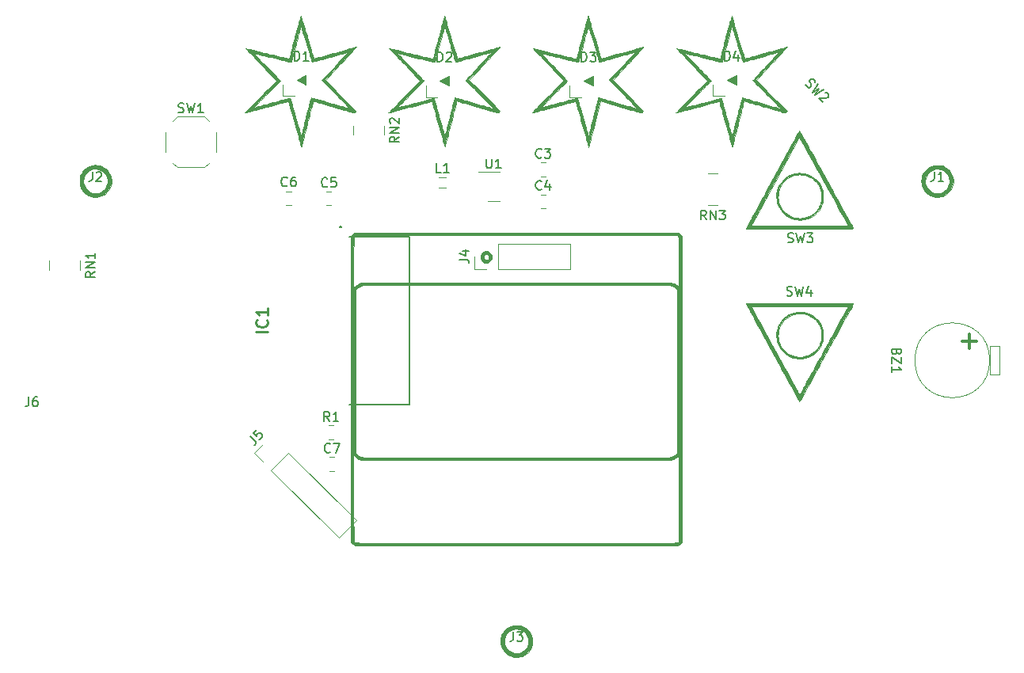
<source format=gbr>
%TF.GenerationSoftware,KiCad,Pcbnew,7.0.6*%
%TF.CreationDate,2023-08-09T23:01:59-05:00*%
%TF.ProjectId,BlueTeamCon_Main,426c7565-5465-4616-9d43-6f6e5f4d6169,rev?*%
%TF.SameCoordinates,Original*%
%TF.FileFunction,Legend,Top*%
%TF.FilePolarity,Positive*%
%FSLAX46Y46*%
G04 Gerber Fmt 4.6, Leading zero omitted, Abs format (unit mm)*
G04 Created by KiCad (PCBNEW 7.0.6) date 2023-08-09 23:01:59*
%MOMM*%
%LPD*%
G01*
G04 APERTURE LIST*
%ADD10C,0.150000*%
%ADD11C,0.300000*%
%ADD12C,0.254000*%
%ADD13C,0.120000*%
%ADD14C,0.010000*%
%ADD15C,0.200000*%
G04 APERTURE END LIST*
D10*
X177497327Y-77805785D02*
X177564670Y-77940472D01*
X177564670Y-77940472D02*
X177733029Y-78108830D01*
X177733029Y-78108830D02*
X177834044Y-78142502D01*
X177834044Y-78142502D02*
X177901388Y-78142502D01*
X177901388Y-78142502D02*
X178002403Y-78108830D01*
X178002403Y-78108830D02*
X178069747Y-78041487D01*
X178069747Y-78041487D02*
X178103418Y-77940472D01*
X178103418Y-77940472D02*
X178103418Y-77873128D01*
X178103418Y-77873128D02*
X178069747Y-77772113D01*
X178069747Y-77772113D02*
X177968731Y-77603754D01*
X177968731Y-77603754D02*
X177935060Y-77502739D01*
X177935060Y-77502739D02*
X177935060Y-77435395D01*
X177935060Y-77435395D02*
X177968731Y-77334380D01*
X177968731Y-77334380D02*
X178036075Y-77267037D01*
X178036075Y-77267037D02*
X178137090Y-77233365D01*
X178137090Y-77233365D02*
X178204434Y-77233365D01*
X178204434Y-77233365D02*
X178305449Y-77267037D01*
X178305449Y-77267037D02*
X178473808Y-77435395D01*
X178473808Y-77435395D02*
X178541151Y-77570082D01*
X178810525Y-77772113D02*
X178271777Y-78647579D01*
X178271777Y-78647579D02*
X178911541Y-78277189D01*
X178911541Y-78277189D02*
X178541151Y-78916953D01*
X178541151Y-78916953D02*
X179416617Y-78378205D01*
X179584975Y-78681250D02*
X179652319Y-78681250D01*
X179652319Y-78681250D02*
X179753334Y-78714922D01*
X179753334Y-78714922D02*
X179921693Y-78883281D01*
X179921693Y-78883281D02*
X179955365Y-78984296D01*
X179955365Y-78984296D02*
X179955365Y-79051639D01*
X179955365Y-79051639D02*
X179921693Y-79152655D01*
X179921693Y-79152655D02*
X179854349Y-79219998D01*
X179854349Y-79219998D02*
X179719662Y-79287342D01*
X179719662Y-79287342D02*
X178911540Y-79287342D01*
X178911540Y-79287342D02*
X179349273Y-79725074D01*
X134054819Y-83390476D02*
X133578628Y-83723809D01*
X134054819Y-83961904D02*
X133054819Y-83961904D01*
X133054819Y-83961904D02*
X133054819Y-83580952D01*
X133054819Y-83580952D02*
X133102438Y-83485714D01*
X133102438Y-83485714D02*
X133150057Y-83438095D01*
X133150057Y-83438095D02*
X133245295Y-83390476D01*
X133245295Y-83390476D02*
X133388152Y-83390476D01*
X133388152Y-83390476D02*
X133483390Y-83438095D01*
X133483390Y-83438095D02*
X133531009Y-83485714D01*
X133531009Y-83485714D02*
X133578628Y-83580952D01*
X133578628Y-83580952D02*
X133578628Y-83961904D01*
X134054819Y-82961904D02*
X133054819Y-82961904D01*
X133054819Y-82961904D02*
X134054819Y-82390476D01*
X134054819Y-82390476D02*
X133054819Y-82390476D01*
X133150057Y-81961904D02*
X133102438Y-81914285D01*
X133102438Y-81914285D02*
X133054819Y-81819047D01*
X133054819Y-81819047D02*
X133054819Y-81580952D01*
X133054819Y-81580952D02*
X133102438Y-81485714D01*
X133102438Y-81485714D02*
X133150057Y-81438095D01*
X133150057Y-81438095D02*
X133245295Y-81390476D01*
X133245295Y-81390476D02*
X133340533Y-81390476D01*
X133340533Y-81390476D02*
X133483390Y-81438095D01*
X133483390Y-81438095D02*
X134054819Y-82009523D01*
X134054819Y-82009523D02*
X134054819Y-81390476D01*
X126683333Y-117079580D02*
X126635714Y-117127200D01*
X126635714Y-117127200D02*
X126492857Y-117174819D01*
X126492857Y-117174819D02*
X126397619Y-117174819D01*
X126397619Y-117174819D02*
X126254762Y-117127200D01*
X126254762Y-117127200D02*
X126159524Y-117031961D01*
X126159524Y-117031961D02*
X126111905Y-116936723D01*
X126111905Y-116936723D02*
X126064286Y-116746247D01*
X126064286Y-116746247D02*
X126064286Y-116603390D01*
X126064286Y-116603390D02*
X126111905Y-116412914D01*
X126111905Y-116412914D02*
X126159524Y-116317676D01*
X126159524Y-116317676D02*
X126254762Y-116222438D01*
X126254762Y-116222438D02*
X126397619Y-116174819D01*
X126397619Y-116174819D02*
X126492857Y-116174819D01*
X126492857Y-116174819D02*
X126635714Y-116222438D01*
X126635714Y-116222438D02*
X126683333Y-116270057D01*
X127016667Y-116174819D02*
X127683333Y-116174819D01*
X127683333Y-116174819D02*
X127254762Y-117174819D01*
X101554819Y-97840476D02*
X101078628Y-98173809D01*
X101554819Y-98411904D02*
X100554819Y-98411904D01*
X100554819Y-98411904D02*
X100554819Y-98030952D01*
X100554819Y-98030952D02*
X100602438Y-97935714D01*
X100602438Y-97935714D02*
X100650057Y-97888095D01*
X100650057Y-97888095D02*
X100745295Y-97840476D01*
X100745295Y-97840476D02*
X100888152Y-97840476D01*
X100888152Y-97840476D02*
X100983390Y-97888095D01*
X100983390Y-97888095D02*
X101031009Y-97935714D01*
X101031009Y-97935714D02*
X101078628Y-98030952D01*
X101078628Y-98030952D02*
X101078628Y-98411904D01*
X101554819Y-97411904D02*
X100554819Y-97411904D01*
X100554819Y-97411904D02*
X101554819Y-96840476D01*
X101554819Y-96840476D02*
X100554819Y-96840476D01*
X101554819Y-95840476D02*
X101554819Y-96411904D01*
X101554819Y-96126190D02*
X100554819Y-96126190D01*
X100554819Y-96126190D02*
X100697676Y-96221428D01*
X100697676Y-96221428D02*
X100792914Y-96316666D01*
X100792914Y-96316666D02*
X100840533Y-96411904D01*
X101266667Y-87154819D02*
X101266667Y-87869104D01*
X101266667Y-87869104D02*
X101219048Y-88011961D01*
X101219048Y-88011961D02*
X101123810Y-88107200D01*
X101123810Y-88107200D02*
X100980953Y-88154819D01*
X100980953Y-88154819D02*
X100885715Y-88154819D01*
X101695239Y-87250057D02*
X101742858Y-87202438D01*
X101742858Y-87202438D02*
X101838096Y-87154819D01*
X101838096Y-87154819D02*
X102076191Y-87154819D01*
X102076191Y-87154819D02*
X102171429Y-87202438D01*
X102171429Y-87202438D02*
X102219048Y-87250057D01*
X102219048Y-87250057D02*
X102266667Y-87345295D01*
X102266667Y-87345295D02*
X102266667Y-87440533D01*
X102266667Y-87440533D02*
X102219048Y-87583390D01*
X102219048Y-87583390D02*
X101647620Y-88154819D01*
X101647620Y-88154819D02*
X102266667Y-88154819D01*
X126620833Y-113804819D02*
X126287500Y-113328628D01*
X126049405Y-113804819D02*
X126049405Y-112804819D01*
X126049405Y-112804819D02*
X126430357Y-112804819D01*
X126430357Y-112804819D02*
X126525595Y-112852438D01*
X126525595Y-112852438D02*
X126573214Y-112900057D01*
X126573214Y-112900057D02*
X126620833Y-112995295D01*
X126620833Y-112995295D02*
X126620833Y-113138152D01*
X126620833Y-113138152D02*
X126573214Y-113233390D01*
X126573214Y-113233390D02*
X126525595Y-113281009D01*
X126525595Y-113281009D02*
X126430357Y-113328628D01*
X126430357Y-113328628D02*
X126049405Y-113328628D01*
X127573214Y-113804819D02*
X127001786Y-113804819D01*
X127287500Y-113804819D02*
X127287500Y-112804819D01*
X127287500Y-112804819D02*
X127192262Y-112947676D01*
X127192262Y-112947676D02*
X127097024Y-113042914D01*
X127097024Y-113042914D02*
X127001786Y-113090533D01*
X122861905Y-75254819D02*
X122861905Y-74254819D01*
X122861905Y-74254819D02*
X123100000Y-74254819D01*
X123100000Y-74254819D02*
X123242857Y-74302438D01*
X123242857Y-74302438D02*
X123338095Y-74397676D01*
X123338095Y-74397676D02*
X123385714Y-74492914D01*
X123385714Y-74492914D02*
X123433333Y-74683390D01*
X123433333Y-74683390D02*
X123433333Y-74826247D01*
X123433333Y-74826247D02*
X123385714Y-75016723D01*
X123385714Y-75016723D02*
X123338095Y-75111961D01*
X123338095Y-75111961D02*
X123242857Y-75207200D01*
X123242857Y-75207200D02*
X123100000Y-75254819D01*
X123100000Y-75254819D02*
X122861905Y-75254819D01*
X124385714Y-75254819D02*
X123814286Y-75254819D01*
X124100000Y-75254819D02*
X124100000Y-74254819D01*
X124100000Y-74254819D02*
X124004762Y-74397676D01*
X124004762Y-74397676D02*
X123909524Y-74492914D01*
X123909524Y-74492914D02*
X123814286Y-74540533D01*
X138161905Y-75354819D02*
X138161905Y-74354819D01*
X138161905Y-74354819D02*
X138400000Y-74354819D01*
X138400000Y-74354819D02*
X138542857Y-74402438D01*
X138542857Y-74402438D02*
X138638095Y-74497676D01*
X138638095Y-74497676D02*
X138685714Y-74592914D01*
X138685714Y-74592914D02*
X138733333Y-74783390D01*
X138733333Y-74783390D02*
X138733333Y-74926247D01*
X138733333Y-74926247D02*
X138685714Y-75116723D01*
X138685714Y-75116723D02*
X138638095Y-75211961D01*
X138638095Y-75211961D02*
X138542857Y-75307200D01*
X138542857Y-75307200D02*
X138400000Y-75354819D01*
X138400000Y-75354819D02*
X138161905Y-75354819D01*
X139114286Y-74450057D02*
X139161905Y-74402438D01*
X139161905Y-74402438D02*
X139257143Y-74354819D01*
X139257143Y-74354819D02*
X139495238Y-74354819D01*
X139495238Y-74354819D02*
X139590476Y-74402438D01*
X139590476Y-74402438D02*
X139638095Y-74450057D01*
X139638095Y-74450057D02*
X139685714Y-74545295D01*
X139685714Y-74545295D02*
X139685714Y-74640533D01*
X139685714Y-74640533D02*
X139638095Y-74783390D01*
X139638095Y-74783390D02*
X139066667Y-75354819D01*
X139066667Y-75354819D02*
X139685714Y-75354819D01*
X138533333Y-87204819D02*
X138057143Y-87204819D01*
X138057143Y-87204819D02*
X138057143Y-86204819D01*
X139390476Y-87204819D02*
X138819048Y-87204819D01*
X139104762Y-87204819D02*
X139104762Y-86204819D01*
X139104762Y-86204819D02*
X139009524Y-86347676D01*
X139009524Y-86347676D02*
X138914286Y-86442914D01*
X138914286Y-86442914D02*
X138819048Y-86490533D01*
X153561905Y-75354819D02*
X153561905Y-74354819D01*
X153561905Y-74354819D02*
X153800000Y-74354819D01*
X153800000Y-74354819D02*
X153942857Y-74402438D01*
X153942857Y-74402438D02*
X154038095Y-74497676D01*
X154038095Y-74497676D02*
X154085714Y-74592914D01*
X154085714Y-74592914D02*
X154133333Y-74783390D01*
X154133333Y-74783390D02*
X154133333Y-74926247D01*
X154133333Y-74926247D02*
X154085714Y-75116723D01*
X154085714Y-75116723D02*
X154038095Y-75211961D01*
X154038095Y-75211961D02*
X153942857Y-75307200D01*
X153942857Y-75307200D02*
X153800000Y-75354819D01*
X153800000Y-75354819D02*
X153561905Y-75354819D01*
X154466667Y-74354819D02*
X155085714Y-74354819D01*
X155085714Y-74354819D02*
X154752381Y-74735771D01*
X154752381Y-74735771D02*
X154895238Y-74735771D01*
X154895238Y-74735771D02*
X154990476Y-74783390D01*
X154990476Y-74783390D02*
X155038095Y-74831009D01*
X155038095Y-74831009D02*
X155085714Y-74926247D01*
X155085714Y-74926247D02*
X155085714Y-75164342D01*
X155085714Y-75164342D02*
X155038095Y-75259580D01*
X155038095Y-75259580D02*
X154990476Y-75307200D01*
X154990476Y-75307200D02*
X154895238Y-75354819D01*
X154895238Y-75354819D02*
X154609524Y-75354819D01*
X154609524Y-75354819D02*
X154514286Y-75307200D01*
X154514286Y-75307200D02*
X154466667Y-75259580D01*
X175616667Y-94657200D02*
X175759524Y-94704819D01*
X175759524Y-94704819D02*
X175997619Y-94704819D01*
X175997619Y-94704819D02*
X176092857Y-94657200D01*
X176092857Y-94657200D02*
X176140476Y-94609580D01*
X176140476Y-94609580D02*
X176188095Y-94514342D01*
X176188095Y-94514342D02*
X176188095Y-94419104D01*
X176188095Y-94419104D02*
X176140476Y-94323866D01*
X176140476Y-94323866D02*
X176092857Y-94276247D01*
X176092857Y-94276247D02*
X175997619Y-94228628D01*
X175997619Y-94228628D02*
X175807143Y-94181009D01*
X175807143Y-94181009D02*
X175711905Y-94133390D01*
X175711905Y-94133390D02*
X175664286Y-94085771D01*
X175664286Y-94085771D02*
X175616667Y-93990533D01*
X175616667Y-93990533D02*
X175616667Y-93895295D01*
X175616667Y-93895295D02*
X175664286Y-93800057D01*
X175664286Y-93800057D02*
X175711905Y-93752438D01*
X175711905Y-93752438D02*
X175807143Y-93704819D01*
X175807143Y-93704819D02*
X176045238Y-93704819D01*
X176045238Y-93704819D02*
X176188095Y-93752438D01*
X176521429Y-93704819D02*
X176759524Y-94704819D01*
X176759524Y-94704819D02*
X176950000Y-93990533D01*
X176950000Y-93990533D02*
X177140476Y-94704819D01*
X177140476Y-94704819D02*
X177378572Y-93704819D01*
X177664286Y-93704819D02*
X178283333Y-93704819D01*
X178283333Y-93704819D02*
X177950000Y-94085771D01*
X177950000Y-94085771D02*
X178092857Y-94085771D01*
X178092857Y-94085771D02*
X178188095Y-94133390D01*
X178188095Y-94133390D02*
X178235714Y-94181009D01*
X178235714Y-94181009D02*
X178283333Y-94276247D01*
X178283333Y-94276247D02*
X178283333Y-94514342D01*
X178283333Y-94514342D02*
X178235714Y-94609580D01*
X178235714Y-94609580D02*
X178188095Y-94657200D01*
X178188095Y-94657200D02*
X178092857Y-94704819D01*
X178092857Y-94704819D02*
X177807143Y-94704819D01*
X177807143Y-94704819D02*
X177711905Y-94657200D01*
X177711905Y-94657200D02*
X177664286Y-94609580D01*
X126383333Y-88679580D02*
X126335714Y-88727200D01*
X126335714Y-88727200D02*
X126192857Y-88774819D01*
X126192857Y-88774819D02*
X126097619Y-88774819D01*
X126097619Y-88774819D02*
X125954762Y-88727200D01*
X125954762Y-88727200D02*
X125859524Y-88631961D01*
X125859524Y-88631961D02*
X125811905Y-88536723D01*
X125811905Y-88536723D02*
X125764286Y-88346247D01*
X125764286Y-88346247D02*
X125764286Y-88203390D01*
X125764286Y-88203390D02*
X125811905Y-88012914D01*
X125811905Y-88012914D02*
X125859524Y-87917676D01*
X125859524Y-87917676D02*
X125954762Y-87822438D01*
X125954762Y-87822438D02*
X126097619Y-87774819D01*
X126097619Y-87774819D02*
X126192857Y-87774819D01*
X126192857Y-87774819D02*
X126335714Y-87822438D01*
X126335714Y-87822438D02*
X126383333Y-87870057D01*
X127288095Y-87774819D02*
X126811905Y-87774819D01*
X126811905Y-87774819D02*
X126764286Y-88251009D01*
X126764286Y-88251009D02*
X126811905Y-88203390D01*
X126811905Y-88203390D02*
X126907143Y-88155771D01*
X126907143Y-88155771D02*
X127145238Y-88155771D01*
X127145238Y-88155771D02*
X127240476Y-88203390D01*
X127240476Y-88203390D02*
X127288095Y-88251009D01*
X127288095Y-88251009D02*
X127335714Y-88346247D01*
X127335714Y-88346247D02*
X127335714Y-88584342D01*
X127335714Y-88584342D02*
X127288095Y-88679580D01*
X127288095Y-88679580D02*
X127240476Y-88727200D01*
X127240476Y-88727200D02*
X127145238Y-88774819D01*
X127145238Y-88774819D02*
X126907143Y-88774819D01*
X126907143Y-88774819D02*
X126811905Y-88727200D01*
X126811905Y-88727200D02*
X126764286Y-88679580D01*
X191266666Y-87129819D02*
X191266666Y-87844104D01*
X191266666Y-87844104D02*
X191219047Y-87986961D01*
X191219047Y-87986961D02*
X191123809Y-88082200D01*
X191123809Y-88082200D02*
X190980952Y-88129819D01*
X190980952Y-88129819D02*
X190885714Y-88129819D01*
X192266666Y-88129819D02*
X191695238Y-88129819D01*
X191980952Y-88129819D02*
X191980952Y-87129819D01*
X191980952Y-87129819D02*
X191885714Y-87272676D01*
X191885714Y-87272676D02*
X191790476Y-87367914D01*
X191790476Y-87367914D02*
X191695238Y-87415533D01*
X143400595Y-85754819D02*
X143400595Y-86564342D01*
X143400595Y-86564342D02*
X143448214Y-86659580D01*
X143448214Y-86659580D02*
X143495833Y-86707200D01*
X143495833Y-86707200D02*
X143591071Y-86754819D01*
X143591071Y-86754819D02*
X143781547Y-86754819D01*
X143781547Y-86754819D02*
X143876785Y-86707200D01*
X143876785Y-86707200D02*
X143924404Y-86659580D01*
X143924404Y-86659580D02*
X143972023Y-86564342D01*
X143972023Y-86564342D02*
X143972023Y-85754819D01*
X144972023Y-86754819D02*
X144400595Y-86754819D01*
X144686309Y-86754819D02*
X144686309Y-85754819D01*
X144686309Y-85754819D02*
X144591071Y-85897676D01*
X144591071Y-85897676D02*
X144495833Y-85992914D01*
X144495833Y-85992914D02*
X144400595Y-86040533D01*
X168861905Y-75254819D02*
X168861905Y-74254819D01*
X168861905Y-74254819D02*
X169100000Y-74254819D01*
X169100000Y-74254819D02*
X169242857Y-74302438D01*
X169242857Y-74302438D02*
X169338095Y-74397676D01*
X169338095Y-74397676D02*
X169385714Y-74492914D01*
X169385714Y-74492914D02*
X169433333Y-74683390D01*
X169433333Y-74683390D02*
X169433333Y-74826247D01*
X169433333Y-74826247D02*
X169385714Y-75016723D01*
X169385714Y-75016723D02*
X169338095Y-75111961D01*
X169338095Y-75111961D02*
X169242857Y-75207200D01*
X169242857Y-75207200D02*
X169100000Y-75254819D01*
X169100000Y-75254819D02*
X168861905Y-75254819D01*
X170290476Y-74588152D02*
X170290476Y-75254819D01*
X170052381Y-74207200D02*
X169814286Y-74921485D01*
X169814286Y-74921485D02*
X170433333Y-74921485D01*
X166909523Y-92254819D02*
X166576190Y-91778628D01*
X166338095Y-92254819D02*
X166338095Y-91254819D01*
X166338095Y-91254819D02*
X166719047Y-91254819D01*
X166719047Y-91254819D02*
X166814285Y-91302438D01*
X166814285Y-91302438D02*
X166861904Y-91350057D01*
X166861904Y-91350057D02*
X166909523Y-91445295D01*
X166909523Y-91445295D02*
X166909523Y-91588152D01*
X166909523Y-91588152D02*
X166861904Y-91683390D01*
X166861904Y-91683390D02*
X166814285Y-91731009D01*
X166814285Y-91731009D02*
X166719047Y-91778628D01*
X166719047Y-91778628D02*
X166338095Y-91778628D01*
X167338095Y-92254819D02*
X167338095Y-91254819D01*
X167338095Y-91254819D02*
X167909523Y-92254819D01*
X167909523Y-92254819D02*
X167909523Y-91254819D01*
X168290476Y-91254819D02*
X168909523Y-91254819D01*
X168909523Y-91254819D02*
X168576190Y-91635771D01*
X168576190Y-91635771D02*
X168719047Y-91635771D01*
X168719047Y-91635771D02*
X168814285Y-91683390D01*
X168814285Y-91683390D02*
X168861904Y-91731009D01*
X168861904Y-91731009D02*
X168909523Y-91826247D01*
X168909523Y-91826247D02*
X168909523Y-92064342D01*
X168909523Y-92064342D02*
X168861904Y-92159580D01*
X168861904Y-92159580D02*
X168814285Y-92207200D01*
X168814285Y-92207200D02*
X168719047Y-92254819D01*
X168719047Y-92254819D02*
X168433333Y-92254819D01*
X168433333Y-92254819D02*
X168338095Y-92207200D01*
X168338095Y-92207200D02*
X168290476Y-92159580D01*
X149283333Y-88979580D02*
X149235714Y-89027200D01*
X149235714Y-89027200D02*
X149092857Y-89074819D01*
X149092857Y-89074819D02*
X148997619Y-89074819D01*
X148997619Y-89074819D02*
X148854762Y-89027200D01*
X148854762Y-89027200D02*
X148759524Y-88931961D01*
X148759524Y-88931961D02*
X148711905Y-88836723D01*
X148711905Y-88836723D02*
X148664286Y-88646247D01*
X148664286Y-88646247D02*
X148664286Y-88503390D01*
X148664286Y-88503390D02*
X148711905Y-88312914D01*
X148711905Y-88312914D02*
X148759524Y-88217676D01*
X148759524Y-88217676D02*
X148854762Y-88122438D01*
X148854762Y-88122438D02*
X148997619Y-88074819D01*
X148997619Y-88074819D02*
X149092857Y-88074819D01*
X149092857Y-88074819D02*
X149235714Y-88122438D01*
X149235714Y-88122438D02*
X149283333Y-88170057D01*
X150140476Y-88408152D02*
X150140476Y-89074819D01*
X149902381Y-88027200D02*
X149664286Y-88741485D01*
X149664286Y-88741485D02*
X150283333Y-88741485D01*
X146266666Y-136329819D02*
X146266666Y-137044104D01*
X146266666Y-137044104D02*
X146219047Y-137186961D01*
X146219047Y-137186961D02*
X146123809Y-137282200D01*
X146123809Y-137282200D02*
X145980952Y-137329819D01*
X145980952Y-137329819D02*
X145885714Y-137329819D01*
X146647619Y-136329819D02*
X147266666Y-136329819D01*
X147266666Y-136329819D02*
X146933333Y-136710771D01*
X146933333Y-136710771D02*
X147076190Y-136710771D01*
X147076190Y-136710771D02*
X147171428Y-136758390D01*
X147171428Y-136758390D02*
X147219047Y-136806009D01*
X147219047Y-136806009D02*
X147266666Y-136901247D01*
X147266666Y-136901247D02*
X147266666Y-137139342D01*
X147266666Y-137139342D02*
X147219047Y-137234580D01*
X147219047Y-137234580D02*
X147171428Y-137282200D01*
X147171428Y-137282200D02*
X147076190Y-137329819D01*
X147076190Y-137329819D02*
X146790476Y-137329819D01*
X146790476Y-137329819D02*
X146695238Y-137282200D01*
X146695238Y-137282200D02*
X146647619Y-137234580D01*
X140524819Y-96533333D02*
X141239104Y-96533333D01*
X141239104Y-96533333D02*
X141381961Y-96580952D01*
X141381961Y-96580952D02*
X141477200Y-96676190D01*
X141477200Y-96676190D02*
X141524819Y-96819047D01*
X141524819Y-96819047D02*
X141524819Y-96914285D01*
X140858152Y-95628571D02*
X141524819Y-95628571D01*
X140477200Y-95866666D02*
X141191485Y-96104761D01*
X141191485Y-96104761D02*
X141191485Y-95485714D01*
X149283333Y-85579580D02*
X149235714Y-85627200D01*
X149235714Y-85627200D02*
X149092857Y-85674819D01*
X149092857Y-85674819D02*
X148997619Y-85674819D01*
X148997619Y-85674819D02*
X148854762Y-85627200D01*
X148854762Y-85627200D02*
X148759524Y-85531961D01*
X148759524Y-85531961D02*
X148711905Y-85436723D01*
X148711905Y-85436723D02*
X148664286Y-85246247D01*
X148664286Y-85246247D02*
X148664286Y-85103390D01*
X148664286Y-85103390D02*
X148711905Y-84912914D01*
X148711905Y-84912914D02*
X148759524Y-84817676D01*
X148759524Y-84817676D02*
X148854762Y-84722438D01*
X148854762Y-84722438D02*
X148997619Y-84674819D01*
X148997619Y-84674819D02*
X149092857Y-84674819D01*
X149092857Y-84674819D02*
X149235714Y-84722438D01*
X149235714Y-84722438D02*
X149283333Y-84770057D01*
X149616667Y-84674819D02*
X150235714Y-84674819D01*
X150235714Y-84674819D02*
X149902381Y-85055771D01*
X149902381Y-85055771D02*
X150045238Y-85055771D01*
X150045238Y-85055771D02*
X150140476Y-85103390D01*
X150140476Y-85103390D02*
X150188095Y-85151009D01*
X150188095Y-85151009D02*
X150235714Y-85246247D01*
X150235714Y-85246247D02*
X150235714Y-85484342D01*
X150235714Y-85484342D02*
X150188095Y-85579580D01*
X150188095Y-85579580D02*
X150140476Y-85627200D01*
X150140476Y-85627200D02*
X150045238Y-85674819D01*
X150045238Y-85674819D02*
X149759524Y-85674819D01*
X149759524Y-85674819D02*
X149664286Y-85627200D01*
X149664286Y-85627200D02*
X149616667Y-85579580D01*
X118142670Y-115414075D02*
X118647746Y-115919151D01*
X118647746Y-115919151D02*
X118715090Y-116053838D01*
X118715090Y-116053838D02*
X118715090Y-116188525D01*
X118715090Y-116188525D02*
X118647746Y-116323212D01*
X118647746Y-116323212D02*
X118580403Y-116390556D01*
X118816105Y-114740640D02*
X118479388Y-115077357D01*
X118479388Y-115077357D02*
X118782433Y-115447746D01*
X118782433Y-115447746D02*
X118782433Y-115380403D01*
X118782433Y-115380403D02*
X118816105Y-115279388D01*
X118816105Y-115279388D02*
X118984464Y-115111029D01*
X118984464Y-115111029D02*
X119085479Y-115077357D01*
X119085479Y-115077357D02*
X119152823Y-115077357D01*
X119152823Y-115077357D02*
X119253838Y-115111029D01*
X119253838Y-115111029D02*
X119422197Y-115279388D01*
X119422197Y-115279388D02*
X119455868Y-115380403D01*
X119455868Y-115380403D02*
X119455868Y-115447746D01*
X119455868Y-115447746D02*
X119422197Y-115548762D01*
X119422197Y-115548762D02*
X119253838Y-115717120D01*
X119253838Y-115717120D02*
X119152823Y-115750792D01*
X119152823Y-115750792D02*
X119085479Y-115750792D01*
X110466667Y-80757200D02*
X110609524Y-80804819D01*
X110609524Y-80804819D02*
X110847619Y-80804819D01*
X110847619Y-80804819D02*
X110942857Y-80757200D01*
X110942857Y-80757200D02*
X110990476Y-80709580D01*
X110990476Y-80709580D02*
X111038095Y-80614342D01*
X111038095Y-80614342D02*
X111038095Y-80519104D01*
X111038095Y-80519104D02*
X110990476Y-80423866D01*
X110990476Y-80423866D02*
X110942857Y-80376247D01*
X110942857Y-80376247D02*
X110847619Y-80328628D01*
X110847619Y-80328628D02*
X110657143Y-80281009D01*
X110657143Y-80281009D02*
X110561905Y-80233390D01*
X110561905Y-80233390D02*
X110514286Y-80185771D01*
X110514286Y-80185771D02*
X110466667Y-80090533D01*
X110466667Y-80090533D02*
X110466667Y-79995295D01*
X110466667Y-79995295D02*
X110514286Y-79900057D01*
X110514286Y-79900057D02*
X110561905Y-79852438D01*
X110561905Y-79852438D02*
X110657143Y-79804819D01*
X110657143Y-79804819D02*
X110895238Y-79804819D01*
X110895238Y-79804819D02*
X111038095Y-79852438D01*
X111371429Y-79804819D02*
X111609524Y-80804819D01*
X111609524Y-80804819D02*
X111800000Y-80090533D01*
X111800000Y-80090533D02*
X111990476Y-80804819D01*
X111990476Y-80804819D02*
X112228572Y-79804819D01*
X113133333Y-80804819D02*
X112561905Y-80804819D01*
X112847619Y-80804819D02*
X112847619Y-79804819D01*
X112847619Y-79804819D02*
X112752381Y-79947676D01*
X112752381Y-79947676D02*
X112657143Y-80042914D01*
X112657143Y-80042914D02*
X112561905Y-80090533D01*
X94454166Y-111229819D02*
X94454166Y-111944104D01*
X94454166Y-111944104D02*
X94406547Y-112086961D01*
X94406547Y-112086961D02*
X94311309Y-112182200D01*
X94311309Y-112182200D02*
X94168452Y-112229819D01*
X94168452Y-112229819D02*
X94073214Y-112229819D01*
X95358928Y-111229819D02*
X95168452Y-111229819D01*
X95168452Y-111229819D02*
X95073214Y-111277438D01*
X95073214Y-111277438D02*
X95025595Y-111325057D01*
X95025595Y-111325057D02*
X94930357Y-111467914D01*
X94930357Y-111467914D02*
X94882738Y-111658390D01*
X94882738Y-111658390D02*
X94882738Y-112039342D01*
X94882738Y-112039342D02*
X94930357Y-112134580D01*
X94930357Y-112134580D02*
X94977976Y-112182200D01*
X94977976Y-112182200D02*
X95073214Y-112229819D01*
X95073214Y-112229819D02*
X95263690Y-112229819D01*
X95263690Y-112229819D02*
X95358928Y-112182200D01*
X95358928Y-112182200D02*
X95406547Y-112134580D01*
X95406547Y-112134580D02*
X95454166Y-112039342D01*
X95454166Y-112039342D02*
X95454166Y-111801247D01*
X95454166Y-111801247D02*
X95406547Y-111706009D01*
X95406547Y-111706009D02*
X95358928Y-111658390D01*
X95358928Y-111658390D02*
X95263690Y-111610771D01*
X95263690Y-111610771D02*
X95073214Y-111610771D01*
X95073214Y-111610771D02*
X94977976Y-111658390D01*
X94977976Y-111658390D02*
X94930357Y-111706009D01*
X94930357Y-111706009D02*
X94882738Y-111801247D01*
X175516667Y-100357200D02*
X175659524Y-100404819D01*
X175659524Y-100404819D02*
X175897619Y-100404819D01*
X175897619Y-100404819D02*
X175992857Y-100357200D01*
X175992857Y-100357200D02*
X176040476Y-100309580D01*
X176040476Y-100309580D02*
X176088095Y-100214342D01*
X176088095Y-100214342D02*
X176088095Y-100119104D01*
X176088095Y-100119104D02*
X176040476Y-100023866D01*
X176040476Y-100023866D02*
X175992857Y-99976247D01*
X175992857Y-99976247D02*
X175897619Y-99928628D01*
X175897619Y-99928628D02*
X175707143Y-99881009D01*
X175707143Y-99881009D02*
X175611905Y-99833390D01*
X175611905Y-99833390D02*
X175564286Y-99785771D01*
X175564286Y-99785771D02*
X175516667Y-99690533D01*
X175516667Y-99690533D02*
X175516667Y-99595295D01*
X175516667Y-99595295D02*
X175564286Y-99500057D01*
X175564286Y-99500057D02*
X175611905Y-99452438D01*
X175611905Y-99452438D02*
X175707143Y-99404819D01*
X175707143Y-99404819D02*
X175945238Y-99404819D01*
X175945238Y-99404819D02*
X176088095Y-99452438D01*
X176421429Y-99404819D02*
X176659524Y-100404819D01*
X176659524Y-100404819D02*
X176850000Y-99690533D01*
X176850000Y-99690533D02*
X177040476Y-100404819D01*
X177040476Y-100404819D02*
X177278572Y-99404819D01*
X178088095Y-99738152D02*
X178088095Y-100404819D01*
X177850000Y-99357200D02*
X177611905Y-100071485D01*
X177611905Y-100071485D02*
X178230952Y-100071485D01*
X187268990Y-106419047D02*
X187221371Y-106561904D01*
X187221371Y-106561904D02*
X187173752Y-106609523D01*
X187173752Y-106609523D02*
X187078514Y-106657142D01*
X187078514Y-106657142D02*
X186935657Y-106657142D01*
X186935657Y-106657142D02*
X186840419Y-106609523D01*
X186840419Y-106609523D02*
X186792800Y-106561904D01*
X186792800Y-106561904D02*
X186745180Y-106466666D01*
X186745180Y-106466666D02*
X186745180Y-106085714D01*
X186745180Y-106085714D02*
X187745180Y-106085714D01*
X187745180Y-106085714D02*
X187745180Y-106419047D01*
X187745180Y-106419047D02*
X187697561Y-106514285D01*
X187697561Y-106514285D02*
X187649942Y-106561904D01*
X187649942Y-106561904D02*
X187554704Y-106609523D01*
X187554704Y-106609523D02*
X187459466Y-106609523D01*
X187459466Y-106609523D02*
X187364228Y-106561904D01*
X187364228Y-106561904D02*
X187316609Y-106514285D01*
X187316609Y-106514285D02*
X187268990Y-106419047D01*
X187268990Y-106419047D02*
X187268990Y-106085714D01*
X187745180Y-106990476D02*
X187745180Y-107657142D01*
X187745180Y-107657142D02*
X186745180Y-106990476D01*
X186745180Y-106990476D02*
X186745180Y-107657142D01*
X186745180Y-108561904D02*
X186745180Y-107990476D01*
X186745180Y-108276190D02*
X187745180Y-108276190D01*
X187745180Y-108276190D02*
X187602323Y-108180952D01*
X187602323Y-108180952D02*
X187507085Y-108085714D01*
X187507085Y-108085714D02*
X187459466Y-107990476D01*
D11*
X195052266Y-104538095D02*
X195052266Y-106061905D01*
X194290361Y-105300000D02*
X195814171Y-105300000D01*
D12*
X120024318Y-104289762D02*
X118754318Y-104289762D01*
X119903365Y-102959285D02*
X119963842Y-103019761D01*
X119963842Y-103019761D02*
X120024318Y-103201190D01*
X120024318Y-103201190D02*
X120024318Y-103322142D01*
X120024318Y-103322142D02*
X119963842Y-103503571D01*
X119963842Y-103503571D02*
X119842889Y-103624523D01*
X119842889Y-103624523D02*
X119721937Y-103685000D01*
X119721937Y-103685000D02*
X119480032Y-103745476D01*
X119480032Y-103745476D02*
X119298603Y-103745476D01*
X119298603Y-103745476D02*
X119056699Y-103685000D01*
X119056699Y-103685000D02*
X118935746Y-103624523D01*
X118935746Y-103624523D02*
X118814794Y-103503571D01*
X118814794Y-103503571D02*
X118754318Y-103322142D01*
X118754318Y-103322142D02*
X118754318Y-103201190D01*
X118754318Y-103201190D02*
X118814794Y-103019761D01*
X118814794Y-103019761D02*
X118875270Y-102959285D01*
X120024318Y-101749761D02*
X120024318Y-102475476D01*
X120024318Y-102112619D02*
X118754318Y-102112619D01*
X118754318Y-102112619D02*
X118935746Y-102233571D01*
X118935746Y-102233571D02*
X119056699Y-102354523D01*
X119056699Y-102354523D02*
X119117175Y-102475476D01*
D10*
X122083333Y-88609580D02*
X122035714Y-88657200D01*
X122035714Y-88657200D02*
X121892857Y-88704819D01*
X121892857Y-88704819D02*
X121797619Y-88704819D01*
X121797619Y-88704819D02*
X121654762Y-88657200D01*
X121654762Y-88657200D02*
X121559524Y-88561961D01*
X121559524Y-88561961D02*
X121511905Y-88466723D01*
X121511905Y-88466723D02*
X121464286Y-88276247D01*
X121464286Y-88276247D02*
X121464286Y-88133390D01*
X121464286Y-88133390D02*
X121511905Y-87942914D01*
X121511905Y-87942914D02*
X121559524Y-87847676D01*
X121559524Y-87847676D02*
X121654762Y-87752438D01*
X121654762Y-87752438D02*
X121797619Y-87704819D01*
X121797619Y-87704819D02*
X121892857Y-87704819D01*
X121892857Y-87704819D02*
X122035714Y-87752438D01*
X122035714Y-87752438D02*
X122083333Y-87800057D01*
X122940476Y-87704819D02*
X122750000Y-87704819D01*
X122750000Y-87704819D02*
X122654762Y-87752438D01*
X122654762Y-87752438D02*
X122607143Y-87800057D01*
X122607143Y-87800057D02*
X122511905Y-87942914D01*
X122511905Y-87942914D02*
X122464286Y-88133390D01*
X122464286Y-88133390D02*
X122464286Y-88514342D01*
X122464286Y-88514342D02*
X122511905Y-88609580D01*
X122511905Y-88609580D02*
X122559524Y-88657200D01*
X122559524Y-88657200D02*
X122654762Y-88704819D01*
X122654762Y-88704819D02*
X122845238Y-88704819D01*
X122845238Y-88704819D02*
X122940476Y-88657200D01*
X122940476Y-88657200D02*
X122988095Y-88609580D01*
X122988095Y-88609580D02*
X123035714Y-88514342D01*
X123035714Y-88514342D02*
X123035714Y-88276247D01*
X123035714Y-88276247D02*
X122988095Y-88181009D01*
X122988095Y-88181009D02*
X122940476Y-88133390D01*
X122940476Y-88133390D02*
X122845238Y-88085771D01*
X122845238Y-88085771D02*
X122654762Y-88085771D01*
X122654762Y-88085771D02*
X122559524Y-88133390D01*
X122559524Y-88133390D02*
X122511905Y-88181009D01*
X122511905Y-88181009D02*
X122464286Y-88276247D01*
D13*
%TO.C,RN2*%
X132480000Y-83200000D02*
X132480000Y-82200000D01*
X129120000Y-83200000D02*
X129120000Y-82200000D01*
%TO.C,C7*%
X126588748Y-117665000D02*
X127111252Y-117665000D01*
X126588748Y-119135000D02*
X127111252Y-119135000D01*
%TO.C,RN1*%
X99980000Y-97650000D02*
X99980000Y-96650000D01*
X96620000Y-97650000D02*
X96620000Y-96650000D01*
%TO.C,R1*%
X126560436Y-114265000D02*
X127014564Y-114265000D01*
X126560436Y-115735000D02*
X127014564Y-115735000D01*
%TO.C,D1*%
X121600000Y-79050000D02*
X121600000Y-77800000D01*
X122850000Y-79050000D02*
X121600000Y-79050000D01*
X124100000Y-77800000D02*
X123100000Y-77300000D01*
X124100000Y-76800000D01*
X124100000Y-77800000D01*
G36*
X124100000Y-77800000D02*
G01*
X123100000Y-77300000D01*
X124100000Y-76800000D01*
X124100000Y-77800000D01*
G37*
%TO.C,D2*%
X136900000Y-79150000D02*
X136900000Y-77900000D01*
X138150000Y-79150000D02*
X136900000Y-79150000D01*
X139400000Y-77900000D02*
X138400000Y-77400000D01*
X139400000Y-76900000D01*
X139400000Y-77900000D01*
G36*
X139400000Y-77900000D02*
G01*
X138400000Y-77400000D01*
X139400000Y-76900000D01*
X139400000Y-77900000D01*
G37*
%TO.C,L1*%
X138300378Y-87740000D02*
X139099622Y-87740000D01*
X138300378Y-88860000D02*
X139099622Y-88860000D01*
%TO.C,D3*%
X152300000Y-79150000D02*
X152300000Y-77900000D01*
X153550000Y-79150000D02*
X152300000Y-79150000D01*
X154800000Y-77900000D02*
X153800000Y-77400000D01*
X154800000Y-76900000D01*
X154800000Y-77900000D01*
G36*
X154800000Y-77900000D02*
G01*
X153800000Y-77400000D01*
X154800000Y-76900000D01*
X154800000Y-77900000D01*
G37*
%TO.C,C5*%
X126288748Y-89265000D02*
X126811252Y-89265000D01*
X126288748Y-90735000D02*
X126811252Y-90735000D01*
%TO.C,U1*%
X144162500Y-87140000D02*
X142487500Y-87140000D01*
X144162500Y-87140000D02*
X144812500Y-87140000D01*
X144162500Y-90260000D02*
X143512500Y-90260000D01*
X144162500Y-90260000D02*
X144812500Y-90260000D01*
%TO.C,D4*%
X167600000Y-79050000D02*
X167600000Y-77800000D01*
X168850000Y-79050000D02*
X167600000Y-79050000D01*
X170100000Y-77800000D02*
X169100000Y-77300000D01*
X170100000Y-76800000D01*
X170100000Y-77800000D01*
G36*
X170100000Y-77800000D02*
G01*
X169100000Y-77300000D01*
X170100000Y-76800000D01*
X170100000Y-77800000D01*
G37*
%TO.C,RN3*%
X167100000Y-90680000D02*
X168100000Y-90680000D01*
X167100000Y-87320000D02*
X168100000Y-87320000D01*
%TO.C,C4*%
X149188748Y-89565000D02*
X149711252Y-89565000D01*
X149188748Y-91035000D02*
X149711252Y-91035000D01*
%TO.C,J4*%
X142070000Y-97530000D02*
X142070000Y-96200000D01*
X143400000Y-97530000D02*
X142070000Y-97530000D01*
X144670000Y-97530000D02*
X152350000Y-97530000D01*
X144670000Y-97530000D02*
X144670000Y-94870000D01*
X152350000Y-97530000D02*
X152350000Y-94870000D01*
X144670000Y-94870000D02*
X152350000Y-94870000D01*
%TO.C,G\u002A\u002A\u002A*%
D14*
X143524825Y-95649381D02*
X143616723Y-95680972D01*
X143742105Y-95760376D01*
X143839517Y-95864574D01*
X143908833Y-95987179D01*
X143949926Y-96121805D01*
X143962668Y-96262062D01*
X143946932Y-96401566D01*
X143902590Y-96533927D01*
X143829516Y-96652759D01*
X143727583Y-96751674D01*
X143639124Y-96805579D01*
X143503837Y-96853641D01*
X143363892Y-96871278D01*
X143233029Y-96857091D01*
X143206835Y-96849565D01*
X143066732Y-96784270D01*
X142954184Y-96692457D01*
X142869480Y-96579989D01*
X142812908Y-96452732D01*
X142784757Y-96316547D01*
X142784847Y-96293948D01*
X143101880Y-96293948D01*
X143128179Y-96381757D01*
X143177383Y-96456736D01*
X143244205Y-96513338D01*
X143323359Y-96546019D01*
X143409558Y-96549232D01*
X143497516Y-96517430D01*
X143520667Y-96502276D01*
X143591934Y-96427402D01*
X143632911Y-96334613D01*
X143643794Y-96233876D01*
X143624778Y-96135158D01*
X143576060Y-96048427D01*
X143510623Y-95991067D01*
X143414084Y-95952968D01*
X143318929Y-95955095D01*
X143231310Y-95995611D01*
X143157381Y-96072677D01*
X143139142Y-96102024D01*
X143103772Y-96198855D01*
X143101880Y-96293948D01*
X142784847Y-96293948D01*
X142785314Y-96177301D01*
X142814870Y-96040856D01*
X142873710Y-95913077D01*
X142962126Y-95799828D01*
X143080403Y-95706972D01*
X143148866Y-95670914D01*
X143262973Y-95638316D01*
X143393861Y-95631258D01*
X143524825Y-95649381D01*
G36*
X143524825Y-95649381D02*
G01*
X143616723Y-95680972D01*
X143742105Y-95760376D01*
X143839517Y-95864574D01*
X143908833Y-95987179D01*
X143949926Y-96121805D01*
X143962668Y-96262062D01*
X143946932Y-96401566D01*
X143902590Y-96533927D01*
X143829516Y-96652759D01*
X143727583Y-96751674D01*
X143639124Y-96805579D01*
X143503837Y-96853641D01*
X143363892Y-96871278D01*
X143233029Y-96857091D01*
X143206835Y-96849565D01*
X143066732Y-96784270D01*
X142954184Y-96692457D01*
X142869480Y-96579989D01*
X142812908Y-96452732D01*
X142784757Y-96316547D01*
X142784847Y-96293948D01*
X143101880Y-96293948D01*
X143128179Y-96381757D01*
X143177383Y-96456736D01*
X143244205Y-96513338D01*
X143323359Y-96546019D01*
X143409558Y-96549232D01*
X143497516Y-96517430D01*
X143520667Y-96502276D01*
X143591934Y-96427402D01*
X143632911Y-96334613D01*
X143643794Y-96233876D01*
X143624778Y-96135158D01*
X143576060Y-96048427D01*
X143510623Y-95991067D01*
X143414084Y-95952968D01*
X143318929Y-95955095D01*
X143231310Y-95995611D01*
X143157381Y-96072677D01*
X143139142Y-96102024D01*
X143103772Y-96198855D01*
X143101880Y-96293948D01*
X142784847Y-96293948D01*
X142785314Y-96177301D01*
X142814870Y-96040856D01*
X142873710Y-95913077D01*
X142962126Y-95799828D01*
X143080403Y-95706972D01*
X143148866Y-95670914D01*
X143262973Y-95638316D01*
X143393861Y-95631258D01*
X143524825Y-95649381D01*
G37*
X101801798Y-86435221D02*
X102047891Y-86483628D01*
X102282189Y-86567169D01*
X102501164Y-86683449D01*
X102701286Y-86830075D01*
X102879027Y-87004653D01*
X103030858Y-87204788D01*
X103153252Y-87428087D01*
X103242679Y-87672155D01*
X103273775Y-87800480D01*
X103295426Y-87960518D01*
X103301691Y-88138823D01*
X103293194Y-88320229D01*
X103270562Y-88489567D01*
X103240217Y-88614150D01*
X103138768Y-88869207D01*
X103005495Y-89099199D01*
X102843504Y-89302063D01*
X102655898Y-89475739D01*
X102445783Y-89618165D01*
X102216264Y-89727282D01*
X101970445Y-89801026D01*
X101711430Y-89837338D01*
X101442325Y-89834156D01*
X101407550Y-89830817D01*
X101151002Y-89783172D01*
X100908760Y-89697742D01*
X100684246Y-89577652D01*
X100480880Y-89426028D01*
X100302087Y-89245994D01*
X100151287Y-89040677D01*
X100031904Y-88813201D01*
X99947358Y-88566692D01*
X99927090Y-88478768D01*
X99908101Y-88340632D01*
X99900270Y-88179972D01*
X99900601Y-88161048D01*
X100299366Y-88161048D01*
X100313632Y-88336841D01*
X100342025Y-88476992D01*
X100419239Y-88686716D01*
X100530748Y-88876008D01*
X100680079Y-89050799D01*
X100687978Y-89058650D01*
X100870577Y-89211013D01*
X101069269Y-89324634D01*
X101281683Y-89398865D01*
X101505450Y-89433058D01*
X101738199Y-89426567D01*
X101917583Y-89394525D01*
X102131711Y-89322007D01*
X102324801Y-89215656D01*
X102494333Y-89079709D01*
X102637781Y-88918402D01*
X102752624Y-88735973D01*
X102836339Y-88536658D01*
X102886402Y-88324695D01*
X102900291Y-88104320D01*
X102875482Y-87879770D01*
X102860020Y-87811849D01*
X102805425Y-87640557D01*
X102731995Y-87490467D01*
X102632580Y-87349371D01*
X102511023Y-87216011D01*
X102328314Y-87060271D01*
X102130474Y-86943603D01*
X101918792Y-86866555D01*
X101694557Y-86829681D01*
X101600083Y-86826302D01*
X101377087Y-86846751D01*
X101163418Y-86905828D01*
X100963386Y-87000125D01*
X100781302Y-87126234D01*
X100621474Y-87280747D01*
X100488214Y-87460257D01*
X100385831Y-87661356D01*
X100330401Y-87830139D01*
X100304847Y-87986107D01*
X100299366Y-88161048D01*
X99900601Y-88161048D01*
X99903214Y-88011774D01*
X99916552Y-87851026D01*
X99939899Y-87712713D01*
X99947413Y-87682817D01*
X100036426Y-87435489D01*
X100161015Y-87207787D01*
X100317767Y-87002836D01*
X100503271Y-86823766D01*
X100714116Y-86673703D01*
X100946891Y-86555776D01*
X101198184Y-86473113D01*
X101288339Y-86453385D01*
X101547437Y-86424342D01*
X101801798Y-86435221D01*
G36*
X101801798Y-86435221D02*
G01*
X102047891Y-86483628D01*
X102282189Y-86567169D01*
X102501164Y-86683449D01*
X102701286Y-86830075D01*
X102879027Y-87004653D01*
X103030858Y-87204788D01*
X103153252Y-87428087D01*
X103242679Y-87672155D01*
X103273775Y-87800480D01*
X103295426Y-87960518D01*
X103301691Y-88138823D01*
X103293194Y-88320229D01*
X103270562Y-88489567D01*
X103240217Y-88614150D01*
X103138768Y-88869207D01*
X103005495Y-89099199D01*
X102843504Y-89302063D01*
X102655898Y-89475739D01*
X102445783Y-89618165D01*
X102216264Y-89727282D01*
X101970445Y-89801026D01*
X101711430Y-89837338D01*
X101442325Y-89834156D01*
X101407550Y-89830817D01*
X101151002Y-89783172D01*
X100908760Y-89697742D01*
X100684246Y-89577652D01*
X100480880Y-89426028D01*
X100302087Y-89245994D01*
X100151287Y-89040677D01*
X100031904Y-88813201D01*
X99947358Y-88566692D01*
X99927090Y-88478768D01*
X99908101Y-88340632D01*
X99900270Y-88179972D01*
X99900601Y-88161048D01*
X100299366Y-88161048D01*
X100313632Y-88336841D01*
X100342025Y-88476992D01*
X100419239Y-88686716D01*
X100530748Y-88876008D01*
X100680079Y-89050799D01*
X100687978Y-89058650D01*
X100870577Y-89211013D01*
X101069269Y-89324634D01*
X101281683Y-89398865D01*
X101505450Y-89433058D01*
X101738199Y-89426567D01*
X101917583Y-89394525D01*
X102131711Y-89322007D01*
X102324801Y-89215656D01*
X102494333Y-89079709D01*
X102637781Y-88918402D01*
X102752624Y-88735973D01*
X102836339Y-88536658D01*
X102886402Y-88324695D01*
X102900291Y-88104320D01*
X102875482Y-87879770D01*
X102860020Y-87811849D01*
X102805425Y-87640557D01*
X102731995Y-87490467D01*
X102632580Y-87349371D01*
X102511023Y-87216011D01*
X102328314Y-87060271D01*
X102130474Y-86943603D01*
X101918792Y-86866555D01*
X101694557Y-86829681D01*
X101600083Y-86826302D01*
X101377087Y-86846751D01*
X101163418Y-86905828D01*
X100963386Y-87000125D01*
X100781302Y-87126234D01*
X100621474Y-87280747D01*
X100488214Y-87460257D01*
X100385831Y-87661356D01*
X100330401Y-87830139D01*
X100304847Y-87986107D01*
X100299366Y-88161048D01*
X99900601Y-88161048D01*
X99903214Y-88011774D01*
X99916552Y-87851026D01*
X99939899Y-87712713D01*
X99947413Y-87682817D01*
X100036426Y-87435489D01*
X100161015Y-87207787D01*
X100317767Y-87002836D01*
X100503271Y-86823766D01*
X100714116Y-86673703D01*
X100946891Y-86555776D01*
X101198184Y-86473113D01*
X101288339Y-86453385D01*
X101547437Y-86424342D01*
X101801798Y-86435221D01*
G37*
X191792784Y-86441901D02*
X191959242Y-86463802D01*
X192115279Y-86504577D01*
X192276053Y-86567898D01*
X192403639Y-86629710D01*
X192497666Y-86681163D01*
X192578514Y-86734188D01*
X192657769Y-86797624D01*
X192747018Y-86880311D01*
X192797722Y-86930345D01*
X192893123Y-87028802D01*
X192964932Y-87111607D01*
X193021981Y-87190329D01*
X193073098Y-87276536D01*
X193098033Y-87323802D01*
X193198074Y-87549545D01*
X193262877Y-87772124D01*
X193296216Y-88004804D01*
X193297722Y-88025504D01*
X193295197Y-88285510D01*
X193253860Y-88537241D01*
X193176440Y-88777054D01*
X193065666Y-89001306D01*
X192924267Y-89206355D01*
X192754972Y-89388558D01*
X192560511Y-89544273D01*
X192343611Y-89669858D01*
X192107003Y-89761669D01*
X191971167Y-89796095D01*
X191717780Y-89834121D01*
X191483430Y-89838367D01*
X191387991Y-89830011D01*
X191132857Y-89780157D01*
X190895885Y-89693564D01*
X190674357Y-89568870D01*
X190465556Y-89404710D01*
X190382985Y-89325670D01*
X190290934Y-89230214D01*
X190222090Y-89151053D01*
X190167805Y-89076601D01*
X190119431Y-88995272D01*
X190080967Y-88921067D01*
X189995033Y-88729174D01*
X189937380Y-88549664D01*
X189904300Y-88367185D01*
X189892087Y-88166390D01*
X189891838Y-88137900D01*
X189892571Y-88127419D01*
X190295976Y-88127419D01*
X190312865Y-88359127D01*
X190366546Y-88571635D01*
X190458394Y-88768250D01*
X190589783Y-88952280D01*
X190679068Y-89048998D01*
X190862628Y-89205179D01*
X191060539Y-89321690D01*
X191271261Y-89398098D01*
X191493258Y-89433973D01*
X191724992Y-89428881D01*
X191913798Y-89395643D01*
X192124729Y-89323684D01*
X192317147Y-89216760D01*
X192487730Y-89079390D01*
X192633160Y-88916090D01*
X192750115Y-88731376D01*
X192835277Y-88529767D01*
X192885325Y-88315779D01*
X192896939Y-88093928D01*
X192895173Y-88060436D01*
X192860741Y-87834784D01*
X192791103Y-87625912D01*
X192690118Y-87436147D01*
X192561640Y-87267813D01*
X192409526Y-87123238D01*
X192237633Y-87004745D01*
X192049817Y-86914662D01*
X191849934Y-86855312D01*
X191641840Y-86829023D01*
X191429393Y-86838119D01*
X191216448Y-86884927D01*
X191052408Y-86949149D01*
X190845073Y-87069059D01*
X190667905Y-87217077D01*
X190522847Y-87390179D01*
X190411842Y-87585337D01*
X190336831Y-87799528D01*
X190299757Y-88029725D01*
X190295976Y-88127419D01*
X189892571Y-88127419D01*
X189910842Y-87866473D01*
X189968999Y-87608743D01*
X190065002Y-87367369D01*
X190197544Y-87145015D01*
X190365319Y-86944343D01*
X190562877Y-86771120D01*
X190769048Y-86635183D01*
X190979958Y-86536281D01*
X191203034Y-86472009D01*
X191445698Y-86439965D01*
X191600750Y-86435203D01*
X191792784Y-86441901D01*
G36*
X191792784Y-86441901D02*
G01*
X191959242Y-86463802D01*
X192115279Y-86504577D01*
X192276053Y-86567898D01*
X192403639Y-86629710D01*
X192497666Y-86681163D01*
X192578514Y-86734188D01*
X192657769Y-86797624D01*
X192747018Y-86880311D01*
X192797722Y-86930345D01*
X192893123Y-87028802D01*
X192964932Y-87111607D01*
X193021981Y-87190329D01*
X193073098Y-87276536D01*
X193098033Y-87323802D01*
X193198074Y-87549545D01*
X193262877Y-87772124D01*
X193296216Y-88004804D01*
X193297722Y-88025504D01*
X193295197Y-88285510D01*
X193253860Y-88537241D01*
X193176440Y-88777054D01*
X193065666Y-89001306D01*
X192924267Y-89206355D01*
X192754972Y-89388558D01*
X192560511Y-89544273D01*
X192343611Y-89669858D01*
X192107003Y-89761669D01*
X191971167Y-89796095D01*
X191717780Y-89834121D01*
X191483430Y-89838367D01*
X191387991Y-89830011D01*
X191132857Y-89780157D01*
X190895885Y-89693564D01*
X190674357Y-89568870D01*
X190465556Y-89404710D01*
X190382985Y-89325670D01*
X190290934Y-89230214D01*
X190222090Y-89151053D01*
X190167805Y-89076601D01*
X190119431Y-88995272D01*
X190080967Y-88921067D01*
X189995033Y-88729174D01*
X189937380Y-88549664D01*
X189904300Y-88367185D01*
X189892087Y-88166390D01*
X189891838Y-88137900D01*
X189892571Y-88127419D01*
X190295976Y-88127419D01*
X190312865Y-88359127D01*
X190366546Y-88571635D01*
X190458394Y-88768250D01*
X190589783Y-88952280D01*
X190679068Y-89048998D01*
X190862628Y-89205179D01*
X191060539Y-89321690D01*
X191271261Y-89398098D01*
X191493258Y-89433973D01*
X191724992Y-89428881D01*
X191913798Y-89395643D01*
X192124729Y-89323684D01*
X192317147Y-89216760D01*
X192487730Y-89079390D01*
X192633160Y-88916090D01*
X192750115Y-88731376D01*
X192835277Y-88529767D01*
X192885325Y-88315779D01*
X192896939Y-88093928D01*
X192895173Y-88060436D01*
X192860741Y-87834784D01*
X192791103Y-87625912D01*
X192690118Y-87436147D01*
X192561640Y-87267813D01*
X192409526Y-87123238D01*
X192237633Y-87004745D01*
X192049817Y-86914662D01*
X191849934Y-86855312D01*
X191641840Y-86829023D01*
X191429393Y-86838119D01*
X191216448Y-86884927D01*
X191052408Y-86949149D01*
X190845073Y-87069059D01*
X190667905Y-87217077D01*
X190522847Y-87390179D01*
X190411842Y-87585337D01*
X190336831Y-87799528D01*
X190299757Y-88029725D01*
X190295976Y-88127419D01*
X189892571Y-88127419D01*
X189910842Y-87866473D01*
X189968999Y-87608743D01*
X190065002Y-87367369D01*
X190197544Y-87145015D01*
X190365319Y-86944343D01*
X190562877Y-86771120D01*
X190769048Y-86635183D01*
X190979958Y-86536281D01*
X191203034Y-86472009D01*
X191445698Y-86439965D01*
X191600750Y-86435203D01*
X191792784Y-86441901D01*
G37*
X146684669Y-135621493D02*
X146789746Y-135628888D01*
X146888114Y-135638861D01*
X146966584Y-135649919D01*
X147002583Y-135657498D01*
X147267733Y-135750956D01*
X147506531Y-135877392D01*
X147719635Y-136037185D01*
X147812911Y-136125762D01*
X147947995Y-136276039D01*
X148054614Y-136424928D01*
X148140892Y-136585934D01*
X148214955Y-136772561D01*
X148231346Y-136821233D01*
X148255223Y-136898066D01*
X148271742Y-136964975D01*
X148282286Y-137033119D01*
X148288240Y-137113654D01*
X148290988Y-137217738D01*
X148291733Y-137308067D01*
X148289700Y-137473603D01*
X148280074Y-137609555D01*
X148260155Y-137728385D01*
X148227246Y-137842559D01*
X148178647Y-137964541D01*
X148124459Y-138080650D01*
X147992214Y-138308649D01*
X147831671Y-138505827D01*
X147640968Y-138674048D01*
X147418247Y-138815176D01*
X147362417Y-138843939D01*
X147172018Y-138927743D01*
X146991538Y-138982743D01*
X146804957Y-139012621D01*
X146596255Y-139021059D01*
X146591739Y-139021034D01*
X146378928Y-139011099D01*
X146203879Y-138984251D01*
X146185971Y-138980024D01*
X145935624Y-138897101D01*
X145702645Y-138777386D01*
X145491053Y-138624251D01*
X145304868Y-138441062D01*
X145148107Y-138231192D01*
X145030599Y-138011303D01*
X144961181Y-137822175D01*
X144918406Y-137624657D01*
X144900467Y-137408192D01*
X144900807Y-137334641D01*
X145299166Y-137334641D01*
X145306218Y-137494397D01*
X145328020Y-137625969D01*
X145402686Y-137840593D01*
X145512937Y-138038530D01*
X145654298Y-138215227D01*
X145822294Y-138366127D01*
X146012450Y-138486675D01*
X146220290Y-138572315D01*
X146272333Y-138587175D01*
X146387145Y-138607350D01*
X146526371Y-138617126D01*
X146673393Y-138616514D01*
X146811593Y-138605526D01*
X146914861Y-138586731D01*
X147133649Y-138509398D01*
X147330027Y-138398741D01*
X147501498Y-138258795D01*
X147645564Y-138093592D01*
X147759728Y-137907168D01*
X147841491Y-137703556D01*
X147888357Y-137486790D01*
X147897829Y-137260904D01*
X147870323Y-137043483D01*
X147811022Y-136844028D01*
X147718820Y-136661394D01*
X147589926Y-136488827D01*
X147512564Y-136406239D01*
X147344777Y-136259785D01*
X147168636Y-136150677D01*
X146975372Y-136073929D01*
X146885846Y-136049877D01*
X146662975Y-136018158D01*
X146442488Y-136026375D01*
X146228686Y-136072171D01*
X146025872Y-136153192D01*
X145838347Y-136267082D01*
X145670415Y-136411487D01*
X145526376Y-136584052D01*
X145410534Y-136782420D01*
X145368328Y-136880574D01*
X145331056Y-137012278D01*
X145307724Y-137168784D01*
X145299166Y-137334641D01*
X144900807Y-137334641D01*
X144901175Y-137255150D01*
X144906504Y-137130782D01*
X144914536Y-137035192D01*
X144927443Y-136954831D01*
X144947397Y-136876146D01*
X144976308Y-136786352D01*
X145082738Y-136536128D01*
X145220860Y-136311494D01*
X145387573Y-136114564D01*
X145579778Y-135947451D01*
X145794375Y-135812269D01*
X146028265Y-135711131D01*
X146278348Y-135646151D01*
X146541525Y-135619441D01*
X146684669Y-135621493D01*
G36*
X146684669Y-135621493D02*
G01*
X146789746Y-135628888D01*
X146888114Y-135638861D01*
X146966584Y-135649919D01*
X147002583Y-135657498D01*
X147267733Y-135750956D01*
X147506531Y-135877392D01*
X147719635Y-136037185D01*
X147812911Y-136125762D01*
X147947995Y-136276039D01*
X148054614Y-136424928D01*
X148140892Y-136585934D01*
X148214955Y-136772561D01*
X148231346Y-136821233D01*
X148255223Y-136898066D01*
X148271742Y-136964975D01*
X148282286Y-137033119D01*
X148288240Y-137113654D01*
X148290988Y-137217738D01*
X148291733Y-137308067D01*
X148289700Y-137473603D01*
X148280074Y-137609555D01*
X148260155Y-137728385D01*
X148227246Y-137842559D01*
X148178647Y-137964541D01*
X148124459Y-138080650D01*
X147992214Y-138308649D01*
X147831671Y-138505827D01*
X147640968Y-138674048D01*
X147418247Y-138815176D01*
X147362417Y-138843939D01*
X147172018Y-138927743D01*
X146991538Y-138982743D01*
X146804957Y-139012621D01*
X146596255Y-139021059D01*
X146591739Y-139021034D01*
X146378928Y-139011099D01*
X146203879Y-138984251D01*
X146185971Y-138980024D01*
X145935624Y-138897101D01*
X145702645Y-138777386D01*
X145491053Y-138624251D01*
X145304868Y-138441062D01*
X145148107Y-138231192D01*
X145030599Y-138011303D01*
X144961181Y-137822175D01*
X144918406Y-137624657D01*
X144900467Y-137408192D01*
X144900807Y-137334641D01*
X145299166Y-137334641D01*
X145306218Y-137494397D01*
X145328020Y-137625969D01*
X145402686Y-137840593D01*
X145512937Y-138038530D01*
X145654298Y-138215227D01*
X145822294Y-138366127D01*
X146012450Y-138486675D01*
X146220290Y-138572315D01*
X146272333Y-138587175D01*
X146387145Y-138607350D01*
X146526371Y-138617126D01*
X146673393Y-138616514D01*
X146811593Y-138605526D01*
X146914861Y-138586731D01*
X147133649Y-138509398D01*
X147330027Y-138398741D01*
X147501498Y-138258795D01*
X147645564Y-138093592D01*
X147759728Y-137907168D01*
X147841491Y-137703556D01*
X147888357Y-137486790D01*
X147897829Y-137260904D01*
X147870323Y-137043483D01*
X147811022Y-136844028D01*
X147718820Y-136661394D01*
X147589926Y-136488827D01*
X147512564Y-136406239D01*
X147344777Y-136259785D01*
X147168636Y-136150677D01*
X146975372Y-136073929D01*
X146885846Y-136049877D01*
X146662975Y-136018158D01*
X146442488Y-136026375D01*
X146228686Y-136072171D01*
X146025872Y-136153192D01*
X145838347Y-136267082D01*
X145670415Y-136411487D01*
X145526376Y-136584052D01*
X145410534Y-136782420D01*
X145368328Y-136880574D01*
X145331056Y-137012278D01*
X145307724Y-137168784D01*
X145299166Y-137334641D01*
X144900807Y-137334641D01*
X144901175Y-137255150D01*
X144906504Y-137130782D01*
X144914536Y-137035192D01*
X144927443Y-136954831D01*
X144947397Y-136876146D01*
X144976308Y-136786352D01*
X145082738Y-136536128D01*
X145220860Y-136311494D01*
X145387573Y-136114564D01*
X145579778Y-135947451D01*
X145794375Y-135812269D01*
X146028265Y-135711131D01*
X146278348Y-135646151D01*
X146541525Y-135619441D01*
X146684669Y-135621493D01*
G37*
X177064138Y-87274313D02*
X177252975Y-87289868D01*
X177322005Y-87300174D01*
X177636245Y-87375543D01*
X177933448Y-87488325D01*
X178211049Y-87636150D01*
X178466480Y-87816647D01*
X178697178Y-88027447D01*
X178900574Y-88266180D01*
X179074105Y-88530475D01*
X179215204Y-88817962D01*
X179321305Y-89126271D01*
X179328770Y-89153900D01*
X179358642Y-89299640D01*
X179380495Y-89473195D01*
X179393583Y-89660675D01*
X179397161Y-89848193D01*
X179390483Y-90021859D01*
X179380569Y-90118686D01*
X179317816Y-90429218D01*
X179217326Y-90724625D01*
X179081802Y-91002302D01*
X178913945Y-91259642D01*
X178716458Y-91494042D01*
X178492043Y-91702896D01*
X178243404Y-91883598D01*
X177973241Y-92033544D01*
X177684258Y-92150128D01*
X177379157Y-92230746D01*
X177154500Y-92264693D01*
X177026002Y-92276724D01*
X176921211Y-92282045D01*
X176822038Y-92280667D01*
X176710394Y-92272599D01*
X176633964Y-92264982D01*
X176325399Y-92213846D01*
X176032994Y-92126282D01*
X175751172Y-92000256D01*
X175501407Y-91851892D01*
X175248985Y-91660231D01*
X175028257Y-91443479D01*
X174839631Y-91205067D01*
X174683514Y-90948421D01*
X174560314Y-90676969D01*
X174470439Y-90394139D01*
X174414295Y-90103358D01*
X174393809Y-89828452D01*
X174567382Y-89828452D01*
X174593886Y-90128360D01*
X174658321Y-90422835D01*
X174760581Y-90707246D01*
X174894380Y-90966745D01*
X175074497Y-91226964D01*
X175281643Y-91455782D01*
X175513152Y-91651974D01*
X175766359Y-91814310D01*
X176038596Y-91941563D01*
X176327198Y-92032504D01*
X176629499Y-92085906D01*
X176942832Y-92100541D01*
X177264533Y-92075180D01*
X177292083Y-92071154D01*
X177569666Y-92008277D01*
X177839949Y-91906625D01*
X178098217Y-91769679D01*
X178339756Y-91600921D01*
X178559848Y-91403831D01*
X178753780Y-91181888D01*
X178916837Y-90938574D01*
X178976472Y-90827868D01*
X179069955Y-90624455D01*
X179137812Y-90434251D01*
X179183701Y-90242887D01*
X179211282Y-90035992D01*
X179222114Y-89862983D01*
X179226036Y-89714114D01*
X179224081Y-89593869D01*
X179215590Y-89488863D01*
X179199904Y-89385709D01*
X179198133Y-89376150D01*
X179119668Y-89067056D01*
X179005113Y-88777424D01*
X178856826Y-88509594D01*
X178677167Y-88265908D01*
X178468494Y-88048706D01*
X178233166Y-87860329D01*
X177973542Y-87703120D01*
X177691982Y-87579417D01*
X177390843Y-87491563D01*
X177276278Y-87468846D01*
X177070626Y-87445884D01*
X176844786Y-87442590D01*
X176615659Y-87458228D01*
X176400147Y-87492061D01*
X176321862Y-87510440D01*
X176027372Y-87608944D01*
X175749518Y-87744774D01*
X175492020Y-87915022D01*
X175258595Y-88116780D01*
X175052963Y-88347142D01*
X174878840Y-88603200D01*
X174842743Y-88667067D01*
X174716488Y-88942418D01*
X174628579Y-89230852D01*
X174578911Y-89527740D01*
X174567382Y-89828452D01*
X174393809Y-89828452D01*
X174392289Y-89808056D01*
X174404830Y-89511658D01*
X174452325Y-89217594D01*
X174535181Y-88929291D01*
X174653805Y-88650177D01*
X174808605Y-88383679D01*
X174999989Y-88133226D01*
X175052497Y-88074710D01*
X175286338Y-87850122D01*
X175538681Y-87662507D01*
X175812590Y-87510034D01*
X176111135Y-87390874D01*
X176285105Y-87339356D01*
X176454601Y-87305094D01*
X176650543Y-87282470D01*
X176858525Y-87272028D01*
X177064138Y-87274313D01*
G36*
X177064138Y-87274313D02*
G01*
X177252975Y-87289868D01*
X177322005Y-87300174D01*
X177636245Y-87375543D01*
X177933448Y-87488325D01*
X178211049Y-87636150D01*
X178466480Y-87816647D01*
X178697178Y-88027447D01*
X178900574Y-88266180D01*
X179074105Y-88530475D01*
X179215204Y-88817962D01*
X179321305Y-89126271D01*
X179328770Y-89153900D01*
X179358642Y-89299640D01*
X179380495Y-89473195D01*
X179393583Y-89660675D01*
X179397161Y-89848193D01*
X179390483Y-90021859D01*
X179380569Y-90118686D01*
X179317816Y-90429218D01*
X179217326Y-90724625D01*
X179081802Y-91002302D01*
X178913945Y-91259642D01*
X178716458Y-91494042D01*
X178492043Y-91702896D01*
X178243404Y-91883598D01*
X177973241Y-92033544D01*
X177684258Y-92150128D01*
X177379157Y-92230746D01*
X177154500Y-92264693D01*
X177026002Y-92276724D01*
X176921211Y-92282045D01*
X176822038Y-92280667D01*
X176710394Y-92272599D01*
X176633964Y-92264982D01*
X176325399Y-92213846D01*
X176032994Y-92126282D01*
X175751172Y-92000256D01*
X175501407Y-91851892D01*
X175248985Y-91660231D01*
X175028257Y-91443479D01*
X174839631Y-91205067D01*
X174683514Y-90948421D01*
X174560314Y-90676969D01*
X174470439Y-90394139D01*
X174414295Y-90103358D01*
X174393809Y-89828452D01*
X174567382Y-89828452D01*
X174593886Y-90128360D01*
X174658321Y-90422835D01*
X174760581Y-90707246D01*
X174894380Y-90966745D01*
X175074497Y-91226964D01*
X175281643Y-91455782D01*
X175513152Y-91651974D01*
X175766359Y-91814310D01*
X176038596Y-91941563D01*
X176327198Y-92032504D01*
X176629499Y-92085906D01*
X176942832Y-92100541D01*
X177264533Y-92075180D01*
X177292083Y-92071154D01*
X177569666Y-92008277D01*
X177839949Y-91906625D01*
X178098217Y-91769679D01*
X178339756Y-91600921D01*
X178559848Y-91403831D01*
X178753780Y-91181888D01*
X178916837Y-90938574D01*
X178976472Y-90827868D01*
X179069955Y-90624455D01*
X179137812Y-90434251D01*
X179183701Y-90242887D01*
X179211282Y-90035992D01*
X179222114Y-89862983D01*
X179226036Y-89714114D01*
X179224081Y-89593869D01*
X179215590Y-89488863D01*
X179199904Y-89385709D01*
X179198133Y-89376150D01*
X179119668Y-89067056D01*
X179005113Y-88777424D01*
X178856826Y-88509594D01*
X178677167Y-88265908D01*
X178468494Y-88048706D01*
X178233166Y-87860329D01*
X177973542Y-87703120D01*
X177691982Y-87579417D01*
X177390843Y-87491563D01*
X177276278Y-87468846D01*
X177070626Y-87445884D01*
X176844786Y-87442590D01*
X176615659Y-87458228D01*
X176400147Y-87492061D01*
X176321862Y-87510440D01*
X176027372Y-87608944D01*
X175749518Y-87744774D01*
X175492020Y-87915022D01*
X175258595Y-88116780D01*
X175052963Y-88347142D01*
X174878840Y-88603200D01*
X174842743Y-88667067D01*
X174716488Y-88942418D01*
X174628579Y-89230852D01*
X174578911Y-89527740D01*
X174567382Y-89828452D01*
X174393809Y-89828452D01*
X174392289Y-89808056D01*
X174404830Y-89511658D01*
X174452325Y-89217594D01*
X174535181Y-88929291D01*
X174653805Y-88650177D01*
X174808605Y-88383679D01*
X174999989Y-88133226D01*
X175052497Y-88074710D01*
X175286338Y-87850122D01*
X175538681Y-87662507D01*
X175812590Y-87510034D01*
X176111135Y-87390874D01*
X176285105Y-87339356D01*
X176454601Y-87305094D01*
X176650543Y-87282470D01*
X176858525Y-87272028D01*
X177064138Y-87274313D01*
G37*
X177236477Y-102132721D02*
X177542915Y-102192921D01*
X177840809Y-102291767D01*
X178081648Y-102404984D01*
X178356757Y-102576877D01*
X178604728Y-102780039D01*
X178823493Y-103011623D01*
X179010983Y-103268785D01*
X179165129Y-103548681D01*
X179283863Y-103848465D01*
X179365117Y-104165294D01*
X179366320Y-104171650D01*
X179382318Y-104290324D01*
X179392560Y-104436841D01*
X179396856Y-104597080D01*
X179395012Y-104756918D01*
X179386837Y-104902232D01*
X179377405Y-104986646D01*
X179342205Y-105165485D01*
X179288229Y-105359580D01*
X179221350Y-105549767D01*
X179163903Y-105683290D01*
X179004256Y-105971627D01*
X178813542Y-106232020D01*
X178593891Y-106462795D01*
X178347431Y-106662276D01*
X178076293Y-106828790D01*
X177782605Y-106960662D01*
X177468499Y-107056216D01*
X177397917Y-107071979D01*
X177324208Y-107083877D01*
X177225237Y-107094988D01*
X177110713Y-107104761D01*
X176990347Y-107112642D01*
X176873849Y-107118081D01*
X176770929Y-107120524D01*
X176691299Y-107119421D01*
X176646500Y-107114691D01*
X176611025Y-107107755D01*
X176546783Y-107096522D01*
X176466825Y-107083265D01*
X176456000Y-107081518D01*
X176188104Y-107019593D01*
X175918247Y-106921624D01*
X175656471Y-106792163D01*
X175412823Y-106635761D01*
X175326402Y-106569667D01*
X175090584Y-106354574D01*
X174889224Y-106118355D01*
X174722220Y-105864329D01*
X174589469Y-105595816D01*
X174490867Y-105316136D01*
X174426312Y-105028608D01*
X174395701Y-104736552D01*
X174396692Y-104646474D01*
X174566282Y-104646474D01*
X174588697Y-104949158D01*
X174651243Y-105247595D01*
X174687218Y-105363554D01*
X174805713Y-105648781D01*
X174957931Y-105911601D01*
X175140692Y-106149805D01*
X175350818Y-106361186D01*
X175585126Y-106543535D01*
X175840437Y-106694644D01*
X176113570Y-106812304D01*
X176401346Y-106894308D01*
X176700584Y-106938447D01*
X176964000Y-106944462D01*
X177080750Y-106937911D01*
X177200150Y-106927010D01*
X177305278Y-106913495D01*
X177358515Y-106904008D01*
X177655020Y-106820441D01*
X177936123Y-106700171D01*
X178198282Y-106546116D01*
X178437959Y-106361194D01*
X178651615Y-106148324D01*
X178835709Y-105910423D01*
X178986704Y-105650410D01*
X179050236Y-105509223D01*
X179110497Y-105353023D01*
X179154728Y-105214939D01*
X179185216Y-105082729D01*
X179204247Y-104944155D01*
X179214106Y-104786976D01*
X179217040Y-104616150D01*
X179216786Y-104475264D01*
X179214353Y-104366649D01*
X179208844Y-104280261D01*
X179199366Y-104206057D01*
X179185026Y-104133994D01*
X179168056Y-104065817D01*
X179066693Y-103760195D01*
X178930159Y-103476083D01*
X178760308Y-103215781D01*
X178558995Y-102981590D01*
X178328073Y-102775809D01*
X178069397Y-102600739D01*
X177923780Y-102522230D01*
X177634212Y-102401286D01*
X177337791Y-102322116D01*
X177034579Y-102284730D01*
X176724635Y-102289138D01*
X176555409Y-102308760D01*
X176247771Y-102375887D01*
X175956302Y-102481260D01*
X175683782Y-102623221D01*
X175432990Y-102800109D01*
X175206707Y-103010263D01*
X175032165Y-103218563D01*
X174864212Y-103478534D01*
X174732962Y-103755573D01*
X174639100Y-104045419D01*
X174583311Y-104343807D01*
X174566282Y-104646474D01*
X174396692Y-104646474D01*
X174398930Y-104443288D01*
X174435896Y-104152134D01*
X174506497Y-103866412D01*
X174610629Y-103589439D01*
X174748190Y-103324537D01*
X174919076Y-103075024D01*
X175123184Y-102844220D01*
X175360412Y-102635445D01*
X175450583Y-102568662D01*
X175721227Y-102402397D01*
X176008200Y-102273232D01*
X176307357Y-102181424D01*
X176614553Y-102127231D01*
X176925641Y-102110910D01*
X177236477Y-102132721D01*
G36*
X177236477Y-102132721D02*
G01*
X177542915Y-102192921D01*
X177840809Y-102291767D01*
X178081648Y-102404984D01*
X178356757Y-102576877D01*
X178604728Y-102780039D01*
X178823493Y-103011623D01*
X179010983Y-103268785D01*
X179165129Y-103548681D01*
X179283863Y-103848465D01*
X179365117Y-104165294D01*
X179366320Y-104171650D01*
X179382318Y-104290324D01*
X179392560Y-104436841D01*
X179396856Y-104597080D01*
X179395012Y-104756918D01*
X179386837Y-104902232D01*
X179377405Y-104986646D01*
X179342205Y-105165485D01*
X179288229Y-105359580D01*
X179221350Y-105549767D01*
X179163903Y-105683290D01*
X179004256Y-105971627D01*
X178813542Y-106232020D01*
X178593891Y-106462795D01*
X178347431Y-106662276D01*
X178076293Y-106828790D01*
X177782605Y-106960662D01*
X177468499Y-107056216D01*
X177397917Y-107071979D01*
X177324208Y-107083877D01*
X177225237Y-107094988D01*
X177110713Y-107104761D01*
X176990347Y-107112642D01*
X176873849Y-107118081D01*
X176770929Y-107120524D01*
X176691299Y-107119421D01*
X176646500Y-107114691D01*
X176611025Y-107107755D01*
X176546783Y-107096522D01*
X176466825Y-107083265D01*
X176456000Y-107081518D01*
X176188104Y-107019593D01*
X175918247Y-106921624D01*
X175656471Y-106792163D01*
X175412823Y-106635761D01*
X175326402Y-106569667D01*
X175090584Y-106354574D01*
X174889224Y-106118355D01*
X174722220Y-105864329D01*
X174589469Y-105595816D01*
X174490867Y-105316136D01*
X174426312Y-105028608D01*
X174395701Y-104736552D01*
X174396692Y-104646474D01*
X174566282Y-104646474D01*
X174588697Y-104949158D01*
X174651243Y-105247595D01*
X174687218Y-105363554D01*
X174805713Y-105648781D01*
X174957931Y-105911601D01*
X175140692Y-106149805D01*
X175350818Y-106361186D01*
X175585126Y-106543535D01*
X175840437Y-106694644D01*
X176113570Y-106812304D01*
X176401346Y-106894308D01*
X176700584Y-106938447D01*
X176964000Y-106944462D01*
X177080750Y-106937911D01*
X177200150Y-106927010D01*
X177305278Y-106913495D01*
X177358515Y-106904008D01*
X177655020Y-106820441D01*
X177936123Y-106700171D01*
X178198282Y-106546116D01*
X178437959Y-106361194D01*
X178651615Y-106148324D01*
X178835709Y-105910423D01*
X178986704Y-105650410D01*
X179050236Y-105509223D01*
X179110497Y-105353023D01*
X179154728Y-105214939D01*
X179185216Y-105082729D01*
X179204247Y-104944155D01*
X179214106Y-104786976D01*
X179217040Y-104616150D01*
X179216786Y-104475264D01*
X179214353Y-104366649D01*
X179208844Y-104280261D01*
X179199366Y-104206057D01*
X179185026Y-104133994D01*
X179168056Y-104065817D01*
X179066693Y-103760195D01*
X178930159Y-103476083D01*
X178760308Y-103215781D01*
X178558995Y-102981590D01*
X178328073Y-102775809D01*
X178069397Y-102600739D01*
X177923780Y-102522230D01*
X177634212Y-102401286D01*
X177337791Y-102322116D01*
X177034579Y-102284730D01*
X176724635Y-102289138D01*
X176555409Y-102308760D01*
X176247771Y-102375887D01*
X175956302Y-102481260D01*
X175683782Y-102623221D01*
X175432990Y-102800109D01*
X175206707Y-103010263D01*
X175032165Y-103218563D01*
X174864212Y-103478534D01*
X174732962Y-103755573D01*
X174639100Y-104045419D01*
X174583311Y-104343807D01*
X174566282Y-104646474D01*
X174396692Y-104646474D01*
X174398930Y-104443288D01*
X174435896Y-104152134D01*
X174506497Y-103866412D01*
X174610629Y-103589439D01*
X174748190Y-103324537D01*
X174919076Y-103075024D01*
X175123184Y-102844220D01*
X175360412Y-102635445D01*
X175450583Y-102568662D01*
X175721227Y-102402397D01*
X176008200Y-102273232D01*
X176307357Y-102181424D01*
X176614553Y-102127231D01*
X176925641Y-102110910D01*
X177236477Y-102132721D01*
G37*
X176845577Y-82747490D02*
X176857042Y-82766153D01*
X176887930Y-82820093D01*
X176937244Y-82907507D01*
X177003985Y-83026588D01*
X177087159Y-83175531D01*
X177185767Y-83352532D01*
X177298813Y-83555784D01*
X177425300Y-83783482D01*
X177564232Y-84033822D01*
X177714611Y-84304998D01*
X177875441Y-84595204D01*
X178045724Y-84902636D01*
X178224464Y-85225488D01*
X178410665Y-85561955D01*
X178603328Y-85910231D01*
X178801458Y-86268512D01*
X179004057Y-86634992D01*
X179210129Y-87007866D01*
X179418677Y-87385328D01*
X179628704Y-87765574D01*
X179839213Y-88146798D01*
X180049207Y-88527194D01*
X180257689Y-88904958D01*
X180463663Y-89278285D01*
X180666132Y-89645368D01*
X180864099Y-90004403D01*
X181056567Y-90353585D01*
X181242538Y-90691107D01*
X181421018Y-91015166D01*
X181591007Y-91323955D01*
X181751510Y-91615670D01*
X181901530Y-91888505D01*
X182040070Y-92140655D01*
X182166134Y-92370314D01*
X182278723Y-92575678D01*
X182376841Y-92754941D01*
X182459493Y-92906297D01*
X182525680Y-93027942D01*
X182574405Y-93118071D01*
X182604673Y-93174877D01*
X182615486Y-93196557D01*
X182615500Y-93196661D01*
X182594593Y-93198862D01*
X182532911Y-93201110D01*
X182432013Y-93203394D01*
X182293458Y-93205708D01*
X182118803Y-93208041D01*
X181909608Y-93210386D01*
X181667431Y-93212733D01*
X181393830Y-93215075D01*
X181090365Y-93217401D01*
X180758593Y-93219705D01*
X180400073Y-93221976D01*
X180016363Y-93224206D01*
X179609024Y-93226388D01*
X179179611Y-93228511D01*
X178729686Y-93230567D01*
X178260805Y-93232548D01*
X177774527Y-93234445D01*
X177272412Y-93236249D01*
X176756017Y-93237952D01*
X176226901Y-93239545D01*
X175686623Y-93241019D01*
X175136740Y-93242365D01*
X174578813Y-93243576D01*
X174014399Y-93244641D01*
X173984256Y-93244694D01*
X173566983Y-93245352D01*
X173190188Y-93245803D01*
X172852018Y-93246030D01*
X172550617Y-93246019D01*
X172284132Y-93245756D01*
X172050708Y-93245227D01*
X171848490Y-93244417D01*
X171675624Y-93243311D01*
X171530257Y-93241895D01*
X171410533Y-93240155D01*
X171314598Y-93238076D01*
X171240598Y-93235644D01*
X171186678Y-93232843D01*
X171150984Y-93229661D01*
X171131662Y-93226082D01*
X171126756Y-93222401D01*
X171137679Y-93199718D01*
X171167860Y-93141894D01*
X171216312Y-93050737D01*
X171282049Y-92928055D01*
X171307657Y-92880480D01*
X171696780Y-92880480D01*
X171715787Y-92883048D01*
X171774765Y-92885331D01*
X171873869Y-92887331D01*
X172013260Y-92889047D01*
X172193094Y-92890479D01*
X172413529Y-92891628D01*
X172674723Y-92892494D01*
X172976834Y-92893077D01*
X173320021Y-92893378D01*
X173704440Y-92893395D01*
X174130250Y-92893131D01*
X174597609Y-92892585D01*
X175106674Y-92891757D01*
X175657604Y-92890647D01*
X176250556Y-92889256D01*
X176861446Y-92887651D01*
X177326415Y-92886343D01*
X177780222Y-92885012D01*
X178221052Y-92883665D01*
X178647087Y-92882310D01*
X179056510Y-92880953D01*
X179447506Y-92879603D01*
X179818258Y-92878267D01*
X180166948Y-92876952D01*
X180491760Y-92875665D01*
X180790879Y-92874415D01*
X181062486Y-92873208D01*
X181304765Y-92872052D01*
X181515900Y-92870954D01*
X181694074Y-92869922D01*
X181837470Y-92868963D01*
X181944272Y-92868085D01*
X182012664Y-92867294D01*
X182040827Y-92866599D01*
X182041478Y-92866498D01*
X182032094Y-92847404D01*
X182002599Y-92791935D01*
X181953365Y-92700766D01*
X181884762Y-92574569D01*
X181797160Y-92414020D01*
X181690932Y-92219791D01*
X181566448Y-91992558D01*
X181424078Y-91732994D01*
X181264193Y-91441773D01*
X181087165Y-91119569D01*
X180893364Y-90767056D01*
X180683161Y-90384909D01*
X180456926Y-89973801D01*
X180215031Y-89534406D01*
X179957847Y-89067398D01*
X179685744Y-88573452D01*
X179399093Y-88053241D01*
X179098264Y-87507439D01*
X178783630Y-86936721D01*
X178455560Y-86341760D01*
X178114426Y-85723231D01*
X177760597Y-85081807D01*
X177394446Y-84418162D01*
X177027942Y-83753989D01*
X176845555Y-83423495D01*
X174274819Y-88141284D01*
X174047938Y-88557684D01*
X173826360Y-88964414D01*
X173610939Y-89359901D01*
X173402530Y-89742577D01*
X173201987Y-90110868D01*
X173010165Y-90463204D01*
X172827919Y-90798014D01*
X172656104Y-91113727D01*
X172495574Y-91408771D01*
X172347183Y-91681576D01*
X172211787Y-91930570D01*
X172090240Y-92154182D01*
X171983397Y-92350841D01*
X171892112Y-92518977D01*
X171817240Y-92657017D01*
X171759636Y-92763390D01*
X171720155Y-92836527D01*
X171699650Y-92874855D01*
X171696780Y-92880480D01*
X171307657Y-92880480D01*
X171364083Y-92775655D01*
X171461428Y-92595345D01*
X171573096Y-92388933D01*
X171698101Y-92158227D01*
X171835455Y-91905035D01*
X171984173Y-91631163D01*
X172143266Y-91338421D01*
X172311748Y-91028615D01*
X172488632Y-90703553D01*
X172672930Y-90365044D01*
X172863657Y-90014894D01*
X173059825Y-89654913D01*
X173260447Y-89286906D01*
X173464537Y-88912683D01*
X173671106Y-88534050D01*
X173879169Y-88152816D01*
X174087738Y-87770788D01*
X174295827Y-87389775D01*
X174502448Y-87011583D01*
X174706614Y-86638021D01*
X174907340Y-86270896D01*
X175103636Y-85912016D01*
X175294518Y-85563189D01*
X175478997Y-85226223D01*
X175656087Y-84902924D01*
X175824801Y-84595102D01*
X175984152Y-84304563D01*
X176133153Y-84033116D01*
X176270817Y-83782569D01*
X176396156Y-83554728D01*
X176508185Y-83351402D01*
X176605917Y-83174398D01*
X176688363Y-83025525D01*
X176754538Y-82906589D01*
X176803454Y-82819399D01*
X176834125Y-82765763D01*
X176845563Y-82747488D01*
X176845577Y-82747490D01*
G36*
X176845577Y-82747490D02*
G01*
X176857042Y-82766153D01*
X176887930Y-82820093D01*
X176937244Y-82907507D01*
X177003985Y-83026588D01*
X177087159Y-83175531D01*
X177185767Y-83352532D01*
X177298813Y-83555784D01*
X177425300Y-83783482D01*
X177564232Y-84033822D01*
X177714611Y-84304998D01*
X177875441Y-84595204D01*
X178045724Y-84902636D01*
X178224464Y-85225488D01*
X178410665Y-85561955D01*
X178603328Y-85910231D01*
X178801458Y-86268512D01*
X179004057Y-86634992D01*
X179210129Y-87007866D01*
X179418677Y-87385328D01*
X179628704Y-87765574D01*
X179839213Y-88146798D01*
X180049207Y-88527194D01*
X180257689Y-88904958D01*
X180463663Y-89278285D01*
X180666132Y-89645368D01*
X180864099Y-90004403D01*
X181056567Y-90353585D01*
X181242538Y-90691107D01*
X181421018Y-91015166D01*
X181591007Y-91323955D01*
X181751510Y-91615670D01*
X181901530Y-91888505D01*
X182040070Y-92140655D01*
X182166134Y-92370314D01*
X182278723Y-92575678D01*
X182376841Y-92754941D01*
X182459493Y-92906297D01*
X182525680Y-93027942D01*
X182574405Y-93118071D01*
X182604673Y-93174877D01*
X182615486Y-93196557D01*
X182615500Y-93196661D01*
X182594593Y-93198862D01*
X182532911Y-93201110D01*
X182432013Y-93203394D01*
X182293458Y-93205708D01*
X182118803Y-93208041D01*
X181909608Y-93210386D01*
X181667431Y-93212733D01*
X181393830Y-93215075D01*
X181090365Y-93217401D01*
X180758593Y-93219705D01*
X180400073Y-93221976D01*
X180016363Y-93224206D01*
X179609024Y-93226388D01*
X179179611Y-93228511D01*
X178729686Y-93230567D01*
X178260805Y-93232548D01*
X177774527Y-93234445D01*
X177272412Y-93236249D01*
X176756017Y-93237952D01*
X176226901Y-93239545D01*
X175686623Y-93241019D01*
X175136740Y-93242365D01*
X174578813Y-93243576D01*
X174014399Y-93244641D01*
X173984256Y-93244694D01*
X173566983Y-93245352D01*
X173190188Y-93245803D01*
X172852018Y-93246030D01*
X172550617Y-93246019D01*
X172284132Y-93245756D01*
X172050708Y-93245227D01*
X171848490Y-93244417D01*
X171675624Y-93243311D01*
X171530257Y-93241895D01*
X171410533Y-93240155D01*
X171314598Y-93238076D01*
X171240598Y-93235644D01*
X171186678Y-93232843D01*
X171150984Y-93229661D01*
X171131662Y-93226082D01*
X171126756Y-93222401D01*
X171137679Y-93199718D01*
X171167860Y-93141894D01*
X171216312Y-93050737D01*
X171282049Y-92928055D01*
X171307657Y-92880480D01*
X171696780Y-92880480D01*
X171715787Y-92883048D01*
X171774765Y-92885331D01*
X171873869Y-92887331D01*
X172013260Y-92889047D01*
X172193094Y-92890479D01*
X172413529Y-92891628D01*
X172674723Y-92892494D01*
X172976834Y-92893077D01*
X173320021Y-92893378D01*
X173704440Y-92893395D01*
X174130250Y-92893131D01*
X174597609Y-92892585D01*
X175106674Y-92891757D01*
X175657604Y-92890647D01*
X176250556Y-92889256D01*
X176861446Y-92887651D01*
X177326415Y-92886343D01*
X177780222Y-92885012D01*
X178221052Y-92883665D01*
X178647087Y-92882310D01*
X179056510Y-92880953D01*
X179447506Y-92879603D01*
X179818258Y-92878267D01*
X180166948Y-92876952D01*
X180491760Y-92875665D01*
X180790879Y-92874415D01*
X181062486Y-92873208D01*
X181304765Y-92872052D01*
X181515900Y-92870954D01*
X181694074Y-92869922D01*
X181837470Y-92868963D01*
X181944272Y-92868085D01*
X182012664Y-92867294D01*
X182040827Y-92866599D01*
X182041478Y-92866498D01*
X182032094Y-92847404D01*
X182002599Y-92791935D01*
X181953365Y-92700766D01*
X181884762Y-92574569D01*
X181797160Y-92414020D01*
X181690932Y-92219791D01*
X181566448Y-91992558D01*
X181424078Y-91732994D01*
X181264193Y-91441773D01*
X181087165Y-91119569D01*
X180893364Y-90767056D01*
X180683161Y-90384909D01*
X180456926Y-89973801D01*
X180215031Y-89534406D01*
X179957847Y-89067398D01*
X179685744Y-88573452D01*
X179399093Y-88053241D01*
X179098264Y-87507439D01*
X178783630Y-86936721D01*
X178455560Y-86341760D01*
X178114426Y-85723231D01*
X177760597Y-85081807D01*
X177394446Y-84418162D01*
X177027942Y-83753989D01*
X176845555Y-83423495D01*
X174274819Y-88141284D01*
X174047938Y-88557684D01*
X173826360Y-88964414D01*
X173610939Y-89359901D01*
X173402530Y-89742577D01*
X173201987Y-90110868D01*
X173010165Y-90463204D01*
X172827919Y-90798014D01*
X172656104Y-91113727D01*
X172495574Y-91408771D01*
X172347183Y-91681576D01*
X172211787Y-91930570D01*
X172090240Y-92154182D01*
X171983397Y-92350841D01*
X171892112Y-92518977D01*
X171817240Y-92657017D01*
X171759636Y-92763390D01*
X171720155Y-92836527D01*
X171699650Y-92874855D01*
X171696780Y-92880480D01*
X171307657Y-92880480D01*
X171364083Y-92775655D01*
X171461428Y-92595345D01*
X171573096Y-92388933D01*
X171698101Y-92158227D01*
X171835455Y-91905035D01*
X171984173Y-91631163D01*
X172143266Y-91338421D01*
X172311748Y-91028615D01*
X172488632Y-90703553D01*
X172672930Y-90365044D01*
X172863657Y-90014894D01*
X173059825Y-89654913D01*
X173260447Y-89286906D01*
X173464537Y-88912683D01*
X173671106Y-88534050D01*
X173879169Y-88152816D01*
X174087738Y-87770788D01*
X174295827Y-87389775D01*
X174502448Y-87011583D01*
X174706614Y-86638021D01*
X174907340Y-86270896D01*
X175103636Y-85912016D01*
X175294518Y-85563189D01*
X175478997Y-85226223D01*
X175656087Y-84902924D01*
X175824801Y-84595102D01*
X175984152Y-84304563D01*
X176133153Y-84033116D01*
X176270817Y-83782569D01*
X176396156Y-83554728D01*
X176508185Y-83351402D01*
X176605917Y-83174398D01*
X176688363Y-83025525D01*
X176754538Y-82906589D01*
X176803454Y-82819399D01*
X176834125Y-82765763D01*
X176845563Y-82747488D01*
X176845577Y-82747490D01*
G37*
X173711025Y-101197835D02*
X174127154Y-101198134D01*
X174553355Y-101198620D01*
X174987620Y-101199284D01*
X175427946Y-101200115D01*
X175872326Y-101201105D01*
X176318754Y-101202242D01*
X176765226Y-101203518D01*
X177209735Y-101204922D01*
X177650276Y-101206445D01*
X178084843Y-101208077D01*
X178511432Y-101209808D01*
X178928035Y-101211628D01*
X179332649Y-101213528D01*
X179723266Y-101215497D01*
X180097882Y-101217526D01*
X180454492Y-101219606D01*
X180791088Y-101221725D01*
X181105667Y-101223875D01*
X181396222Y-101226046D01*
X181660748Y-101228228D01*
X181897239Y-101230410D01*
X182103690Y-101232584D01*
X182278095Y-101234739D01*
X182418449Y-101236866D01*
X182522746Y-101238955D01*
X182588980Y-101240996D01*
X182615146Y-101242979D01*
X182615500Y-101243231D01*
X182605444Y-101262564D01*
X182575940Y-101317155D01*
X182527986Y-101405193D01*
X182462579Y-101524868D01*
X182380717Y-101674369D01*
X182283396Y-101851884D01*
X182171614Y-102055604D01*
X182046369Y-102283717D01*
X181908657Y-102534412D01*
X181759475Y-102805878D01*
X181599822Y-103096305D01*
X181430694Y-103403882D01*
X181253089Y-103726797D01*
X181068004Y-104063241D01*
X180876436Y-104411402D01*
X180679382Y-104769469D01*
X180477840Y-105135631D01*
X180272807Y-105508078D01*
X180065281Y-105884999D01*
X179856258Y-106264582D01*
X179646736Y-106645018D01*
X179437712Y-107024494D01*
X179230183Y-107401201D01*
X179025148Y-107773327D01*
X178823602Y-108139062D01*
X178626544Y-108496595D01*
X178434970Y-108844114D01*
X178249878Y-109179809D01*
X178072266Y-109501870D01*
X177903129Y-109808484D01*
X177743467Y-110097843D01*
X177594275Y-110368133D01*
X177456552Y-110617545D01*
X177331294Y-110844268D01*
X177219500Y-111046491D01*
X177122165Y-111222404D01*
X177040288Y-111370194D01*
X176974865Y-111488052D01*
X176926895Y-111574166D01*
X176897373Y-111626726D01*
X176889671Y-111640150D01*
X176859298Y-111684888D01*
X176836979Y-111705181D01*
X176831455Y-111703650D01*
X176817601Y-111678716D01*
X176784645Y-111618665D01*
X176733574Y-111525313D01*
X176665376Y-111400474D01*
X176581039Y-111245962D01*
X176481552Y-111063593D01*
X176367901Y-110855180D01*
X176241074Y-110622540D01*
X176102061Y-110367485D01*
X175951848Y-110091832D01*
X175791423Y-109797395D01*
X175621774Y-109485988D01*
X175443889Y-109159426D01*
X175258756Y-108819524D01*
X175067363Y-108468096D01*
X174870698Y-108106957D01*
X174669748Y-107737922D01*
X174465502Y-107362806D01*
X174258947Y-106983422D01*
X174051071Y-106601587D01*
X173842862Y-106219114D01*
X173635308Y-105837818D01*
X173429396Y-105459514D01*
X173226116Y-105086017D01*
X173026454Y-104719141D01*
X172831398Y-104360700D01*
X172641936Y-104012511D01*
X172459057Y-103676386D01*
X172283747Y-103354142D01*
X172116996Y-103047592D01*
X171959790Y-102758551D01*
X171813118Y-102488835D01*
X171677967Y-102240256D01*
X171555326Y-102014632D01*
X171446182Y-101813775D01*
X171351523Y-101639501D01*
X171301352Y-101547075D01*
X171696936Y-101547075D01*
X171706252Y-101566075D01*
X171734993Y-101620676D01*
X171782310Y-101709318D01*
X171847356Y-101830436D01*
X171929284Y-101982470D01*
X172027246Y-102163856D01*
X172140396Y-102373033D01*
X172267884Y-102608438D01*
X172408865Y-102868509D01*
X172562490Y-103151684D01*
X172727913Y-103456399D01*
X172904285Y-103781094D01*
X173090760Y-104124205D01*
X173286490Y-104484171D01*
X173490627Y-104859429D01*
X173702324Y-105248416D01*
X173920734Y-105649571D01*
X174145010Y-106061332D01*
X174267878Y-106286844D01*
X174539168Y-106784666D01*
X174790962Y-107246602D01*
X175023989Y-107673959D01*
X175238973Y-108068043D01*
X175436641Y-108430160D01*
X175617718Y-108761617D01*
X175782931Y-109063720D01*
X175933006Y-109337775D01*
X176068669Y-109585088D01*
X176190645Y-109806966D01*
X176299662Y-110004715D01*
X176396444Y-110179641D01*
X176481718Y-110333051D01*
X176556210Y-110466251D01*
X176620646Y-110580547D01*
X176675753Y-110677246D01*
X176722255Y-110757653D01*
X176760879Y-110823076D01*
X176792352Y-110874820D01*
X176817399Y-110914192D01*
X176836746Y-110942497D01*
X176851119Y-110961044D01*
X176861245Y-110971136D01*
X176867849Y-110974082D01*
X176871546Y-110971406D01*
X176883874Y-110948872D01*
X176915776Y-110890856D01*
X176966377Y-110798943D01*
X177034805Y-110674718D01*
X177120184Y-110519766D01*
X177221640Y-110335673D01*
X177338301Y-110124024D01*
X177469291Y-109886404D01*
X177613737Y-109624398D01*
X177770764Y-109339592D01*
X177939500Y-109033571D01*
X178119069Y-108707919D01*
X178308598Y-108364223D01*
X178507212Y-108004067D01*
X178714039Y-107629037D01*
X178928203Y-107240718D01*
X179148831Y-106840696D01*
X179375048Y-106430554D01*
X179470144Y-106258147D01*
X179698043Y-105844838D01*
X179920442Y-105441239D01*
X180136483Y-105048920D01*
X180345305Y-104669449D01*
X180546052Y-104304394D01*
X180737863Y-103955324D01*
X180919880Y-103623808D01*
X181091244Y-103311413D01*
X181251097Y-103019709D01*
X181398579Y-102750263D01*
X181532831Y-102504645D01*
X181652996Y-102284423D01*
X181758213Y-102091164D01*
X181847625Y-101926439D01*
X181920372Y-101791815D01*
X181975595Y-101688861D01*
X182012436Y-101619145D01*
X182030037Y-101584236D01*
X182031472Y-101580314D01*
X182009657Y-101579255D01*
X181947726Y-101578121D01*
X181847895Y-101576918D01*
X181712380Y-101575653D01*
X181543399Y-101574333D01*
X181343166Y-101572967D01*
X181113899Y-101571560D01*
X180857815Y-101570120D01*
X180577128Y-101568654D01*
X180274056Y-101567169D01*
X179950815Y-101565672D01*
X179609621Y-101564171D01*
X179252691Y-101562672D01*
X178882241Y-101561183D01*
X178500487Y-101559711D01*
X178109647Y-101558263D01*
X177711935Y-101556845D01*
X177309569Y-101555466D01*
X176904764Y-101554132D01*
X176499738Y-101552851D01*
X176096706Y-101551629D01*
X175697886Y-101550474D01*
X175305492Y-101549392D01*
X174921742Y-101548392D01*
X174548853Y-101547480D01*
X174189039Y-101546662D01*
X173844518Y-101545948D01*
X173517506Y-101545342D01*
X173210220Y-101544853D01*
X172924875Y-101544488D01*
X172663689Y-101544254D01*
X172428877Y-101544158D01*
X172222656Y-101544206D01*
X172047242Y-101544407D01*
X171904851Y-101544768D01*
X171797701Y-101545295D01*
X171728006Y-101545995D01*
X171697985Y-101546876D01*
X171696936Y-101547075D01*
X171301352Y-101547075D01*
X171272337Y-101493624D01*
X171209612Y-101377960D01*
X171164335Y-101294322D01*
X171137495Y-101244525D01*
X171129922Y-101230181D01*
X171131125Y-101224926D01*
X171140553Y-101220263D01*
X171160535Y-101216158D01*
X171193399Y-101212576D01*
X171241472Y-101209481D01*
X171307081Y-101206841D01*
X171392554Y-101204618D01*
X171500220Y-101202780D01*
X171632405Y-101201292D01*
X171791437Y-101200117D01*
X171979645Y-101199223D01*
X172199354Y-101198574D01*
X172452895Y-101198136D01*
X172742593Y-101197874D01*
X173070776Y-101197753D01*
X173306972Y-101197733D01*
X173711025Y-101197835D01*
G36*
X173711025Y-101197835D02*
G01*
X174127154Y-101198134D01*
X174553355Y-101198620D01*
X174987620Y-101199284D01*
X175427946Y-101200115D01*
X175872326Y-101201105D01*
X176318754Y-101202242D01*
X176765226Y-101203518D01*
X177209735Y-101204922D01*
X177650276Y-101206445D01*
X178084843Y-101208077D01*
X178511432Y-101209808D01*
X178928035Y-101211628D01*
X179332649Y-101213528D01*
X179723266Y-101215497D01*
X180097882Y-101217526D01*
X180454492Y-101219606D01*
X180791088Y-101221725D01*
X181105667Y-101223875D01*
X181396222Y-101226046D01*
X181660748Y-101228228D01*
X181897239Y-101230410D01*
X182103690Y-101232584D01*
X182278095Y-101234739D01*
X182418449Y-101236866D01*
X182522746Y-101238955D01*
X182588980Y-101240996D01*
X182615146Y-101242979D01*
X182615500Y-101243231D01*
X182605444Y-101262564D01*
X182575940Y-101317155D01*
X182527986Y-101405193D01*
X182462579Y-101524868D01*
X182380717Y-101674369D01*
X182283396Y-101851884D01*
X182171614Y-102055604D01*
X182046369Y-102283717D01*
X181908657Y-102534412D01*
X181759475Y-102805878D01*
X181599822Y-103096305D01*
X181430694Y-103403882D01*
X181253089Y-103726797D01*
X181068004Y-104063241D01*
X180876436Y-104411402D01*
X180679382Y-104769469D01*
X180477840Y-105135631D01*
X180272807Y-105508078D01*
X180065281Y-105884999D01*
X179856258Y-106264582D01*
X179646736Y-106645018D01*
X179437712Y-107024494D01*
X179230183Y-107401201D01*
X179025148Y-107773327D01*
X178823602Y-108139062D01*
X178626544Y-108496595D01*
X178434970Y-108844114D01*
X178249878Y-109179809D01*
X178072266Y-109501870D01*
X177903129Y-109808484D01*
X177743467Y-110097843D01*
X177594275Y-110368133D01*
X177456552Y-110617545D01*
X177331294Y-110844268D01*
X177219500Y-111046491D01*
X177122165Y-111222404D01*
X177040288Y-111370194D01*
X176974865Y-111488052D01*
X176926895Y-111574166D01*
X176897373Y-111626726D01*
X176889671Y-111640150D01*
X176859298Y-111684888D01*
X176836979Y-111705181D01*
X176831455Y-111703650D01*
X176817601Y-111678716D01*
X176784645Y-111618665D01*
X176733574Y-111525313D01*
X176665376Y-111400474D01*
X176581039Y-111245962D01*
X176481552Y-111063593D01*
X176367901Y-110855180D01*
X176241074Y-110622540D01*
X176102061Y-110367485D01*
X175951848Y-110091832D01*
X175791423Y-109797395D01*
X175621774Y-109485988D01*
X175443889Y-109159426D01*
X175258756Y-108819524D01*
X175067363Y-108468096D01*
X174870698Y-108106957D01*
X174669748Y-107737922D01*
X174465502Y-107362806D01*
X174258947Y-106983422D01*
X174051071Y-106601587D01*
X173842862Y-106219114D01*
X173635308Y-105837818D01*
X173429396Y-105459514D01*
X173226116Y-105086017D01*
X173026454Y-104719141D01*
X172831398Y-104360700D01*
X172641936Y-104012511D01*
X172459057Y-103676386D01*
X172283747Y-103354142D01*
X172116996Y-103047592D01*
X171959790Y-102758551D01*
X171813118Y-102488835D01*
X171677967Y-102240256D01*
X171555326Y-102014632D01*
X171446182Y-101813775D01*
X171351523Y-101639501D01*
X171301352Y-101547075D01*
X171696936Y-101547075D01*
X171706252Y-101566075D01*
X171734993Y-101620676D01*
X171782310Y-101709318D01*
X171847356Y-101830436D01*
X171929284Y-101982470D01*
X172027246Y-102163856D01*
X172140396Y-102373033D01*
X172267884Y-102608438D01*
X172408865Y-102868509D01*
X172562490Y-103151684D01*
X172727913Y-103456399D01*
X172904285Y-103781094D01*
X173090760Y-104124205D01*
X173286490Y-104484171D01*
X173490627Y-104859429D01*
X173702324Y-105248416D01*
X173920734Y-105649571D01*
X174145010Y-106061332D01*
X174267878Y-106286844D01*
X174539168Y-106784666D01*
X174790962Y-107246602D01*
X175023989Y-107673959D01*
X175238973Y-108068043D01*
X175436641Y-108430160D01*
X175617718Y-108761617D01*
X175782931Y-109063720D01*
X175933006Y-109337775D01*
X176068669Y-109585088D01*
X176190645Y-109806966D01*
X176299662Y-110004715D01*
X176396444Y-110179641D01*
X176481718Y-110333051D01*
X176556210Y-110466251D01*
X176620646Y-110580547D01*
X176675753Y-110677246D01*
X176722255Y-110757653D01*
X176760879Y-110823076D01*
X176792352Y-110874820D01*
X176817399Y-110914192D01*
X176836746Y-110942497D01*
X176851119Y-110961044D01*
X176861245Y-110971136D01*
X176867849Y-110974082D01*
X176871546Y-110971406D01*
X176883874Y-110948872D01*
X176915776Y-110890856D01*
X176966377Y-110798943D01*
X177034805Y-110674718D01*
X177120184Y-110519766D01*
X177221640Y-110335673D01*
X177338301Y-110124024D01*
X177469291Y-109886404D01*
X177613737Y-109624398D01*
X177770764Y-109339592D01*
X177939500Y-109033571D01*
X178119069Y-108707919D01*
X178308598Y-108364223D01*
X178507212Y-108004067D01*
X178714039Y-107629037D01*
X178928203Y-107240718D01*
X179148831Y-106840696D01*
X179375048Y-106430554D01*
X179470144Y-106258147D01*
X179698043Y-105844838D01*
X179920442Y-105441239D01*
X180136483Y-105048920D01*
X180345305Y-104669449D01*
X180546052Y-104304394D01*
X180737863Y-103955324D01*
X180919880Y-103623808D01*
X181091244Y-103311413D01*
X181251097Y-103019709D01*
X181398579Y-102750263D01*
X181532831Y-102504645D01*
X181652996Y-102284423D01*
X181758213Y-102091164D01*
X181847625Y-101926439D01*
X181920372Y-101791815D01*
X181975595Y-101688861D01*
X182012436Y-101619145D01*
X182030037Y-101584236D01*
X182031472Y-101580314D01*
X182009657Y-101579255D01*
X181947726Y-101578121D01*
X181847895Y-101576918D01*
X181712380Y-101575653D01*
X181543399Y-101574333D01*
X181343166Y-101572967D01*
X181113899Y-101571560D01*
X180857815Y-101570120D01*
X180577128Y-101568654D01*
X180274056Y-101567169D01*
X179950815Y-101565672D01*
X179609621Y-101564171D01*
X179252691Y-101562672D01*
X178882241Y-101561183D01*
X178500487Y-101559711D01*
X178109647Y-101558263D01*
X177711935Y-101556845D01*
X177309569Y-101555466D01*
X176904764Y-101554132D01*
X176499738Y-101552851D01*
X176096706Y-101551629D01*
X175697886Y-101550474D01*
X175305492Y-101549392D01*
X174921742Y-101548392D01*
X174548853Y-101547480D01*
X174189039Y-101546662D01*
X173844518Y-101545948D01*
X173517506Y-101545342D01*
X173210220Y-101544853D01*
X172924875Y-101544488D01*
X172663689Y-101544254D01*
X172428877Y-101544158D01*
X172222656Y-101544206D01*
X172047242Y-101544407D01*
X171904851Y-101544768D01*
X171797701Y-101545295D01*
X171728006Y-101545995D01*
X171697985Y-101546876D01*
X171696936Y-101547075D01*
X171301352Y-101547075D01*
X171272337Y-101493624D01*
X171209612Y-101377960D01*
X171164335Y-101294322D01*
X171137495Y-101244525D01*
X171129922Y-101230181D01*
X171131125Y-101224926D01*
X171140553Y-101220263D01*
X171160535Y-101216158D01*
X171193399Y-101212576D01*
X171241472Y-101209481D01*
X171307081Y-101206841D01*
X171392554Y-101204618D01*
X171500220Y-101202780D01*
X171632405Y-101201292D01*
X171791437Y-101200117D01*
X171979645Y-101199223D01*
X172199354Y-101198574D01*
X172452895Y-101198136D01*
X172742593Y-101197874D01*
X173070776Y-101197753D01*
X173306972Y-101197733D01*
X173711025Y-101197835D01*
G37*
X154258890Y-70504752D02*
X154277717Y-70562590D01*
X154307091Y-70655840D01*
X154346224Y-70781926D01*
X154394333Y-70938273D01*
X154450631Y-71122305D01*
X154514332Y-71331448D01*
X154584652Y-71563125D01*
X154660804Y-71814761D01*
X154742003Y-72083782D01*
X154827464Y-72367611D01*
X154916400Y-72663674D01*
X154939100Y-72739351D01*
X155028912Y-73038615D01*
X155115489Y-73326668D01*
X155198042Y-73600896D01*
X155275778Y-73858688D01*
X155347904Y-74097433D01*
X155413629Y-74314519D01*
X155472161Y-74507334D01*
X155522709Y-74673267D01*
X155564479Y-74809706D01*
X155596681Y-74914039D01*
X155618521Y-74983655D01*
X155629209Y-75015942D01*
X155630020Y-75017835D01*
X155648763Y-75017515D01*
X155700056Y-75007586D01*
X155784684Y-74987837D01*
X155903430Y-74958059D01*
X156057079Y-74918043D01*
X156246416Y-74867578D01*
X156472223Y-74806456D01*
X156735285Y-74734466D01*
X157036387Y-74651398D01*
X157376312Y-74557044D01*
X157755844Y-74451194D01*
X157895978Y-74412008D01*
X158195605Y-74328128D01*
X158483823Y-74247355D01*
X158758010Y-74170428D01*
X159015545Y-74098087D01*
X159253806Y-74031071D01*
X159470170Y-73970119D01*
X159662017Y-73915972D01*
X159826724Y-73869368D01*
X159961670Y-73831047D01*
X160064232Y-73801747D01*
X160131789Y-73782210D01*
X160161719Y-73773173D01*
X160162958Y-73772691D01*
X160173414Y-73768334D01*
X160173752Y-73774189D01*
X160162678Y-73791689D01*
X160138899Y-73822266D01*
X160101123Y-73867352D01*
X160048055Y-73928380D01*
X159978404Y-74006782D01*
X159890875Y-74103992D01*
X159784176Y-74221441D01*
X159657014Y-74360562D01*
X159508096Y-74522787D01*
X159336127Y-74709549D01*
X159139817Y-74922281D01*
X158917870Y-75162414D01*
X158668995Y-75431382D01*
X158536134Y-75574881D01*
X156893435Y-77348816D01*
X160161417Y-80617002D01*
X160092842Y-80728451D01*
X160053253Y-80789678D01*
X160024200Y-80821537D01*
X159995482Y-80831569D01*
X159958675Y-80827649D01*
X159929772Y-80820149D01*
X159862977Y-80801555D01*
X159761030Y-80772658D01*
X159626669Y-80734249D01*
X159462633Y-80687117D01*
X159271662Y-80632055D01*
X159056494Y-80569853D01*
X158819868Y-80501302D01*
X158564524Y-80427192D01*
X158293199Y-80348315D01*
X158008635Y-80265461D01*
X157723500Y-80182318D01*
X155553917Y-79549239D01*
X154937120Y-82013852D01*
X154858292Y-82328586D01*
X154782219Y-82631831D01*
X154709541Y-82921063D01*
X154640896Y-83193759D01*
X154576925Y-83447395D01*
X154518267Y-83679446D01*
X154465561Y-83887391D01*
X154419447Y-84068703D01*
X154380564Y-84220861D01*
X154349551Y-84341340D01*
X154327048Y-84427616D01*
X154313694Y-84477166D01*
X154310100Y-84488688D01*
X154297219Y-84480664D01*
X154289588Y-84461031D01*
X154261663Y-84358972D01*
X154224950Y-84226003D01*
X154180304Y-84065155D01*
X154128578Y-83879455D01*
X154070627Y-83671934D01*
X154007305Y-83445619D01*
X153939465Y-83203540D01*
X153867963Y-82948726D01*
X153793651Y-82684205D01*
X153717384Y-82413006D01*
X153640017Y-82138160D01*
X153562402Y-81862693D01*
X153485395Y-81589636D01*
X153409849Y-81322017D01*
X153336619Y-81062865D01*
X153266558Y-80815210D01*
X153200521Y-80582079D01*
X153139361Y-80366503D01*
X153083934Y-80171509D01*
X153035092Y-80000127D01*
X152993690Y-79855386D01*
X152960581Y-79740314D01*
X152936621Y-79657941D01*
X152922663Y-79611296D01*
X152919342Y-79601549D01*
X152897326Y-79604757D01*
X152837054Y-79618405D01*
X152741118Y-79641818D01*
X152612107Y-79674317D01*
X152452615Y-79715227D01*
X152265231Y-79763870D01*
X152052547Y-79819570D01*
X151817155Y-79881649D01*
X151561646Y-79949431D01*
X151288611Y-80022240D01*
X151000640Y-80099397D01*
X150700327Y-80180226D01*
X150590051Y-80209996D01*
X150286004Y-80292016D01*
X149993432Y-80370698D01*
X149714921Y-80445359D01*
X149453056Y-80515316D01*
X149210425Y-80579887D01*
X148989612Y-80638389D01*
X148793205Y-80690138D01*
X148623790Y-80734453D01*
X148483952Y-80770651D01*
X148376278Y-80798048D01*
X148303354Y-80815963D01*
X148267767Y-80823712D01*
X148264593Y-80823882D01*
X148277157Y-80807339D01*
X148317204Y-80763375D01*
X148382287Y-80694508D01*
X148469960Y-80603254D01*
X148577776Y-80492133D01*
X148703289Y-80363661D01*
X148844052Y-80220356D01*
X148997619Y-80064737D01*
X149161543Y-79899321D01*
X149226023Y-79834435D01*
X149421768Y-79637581D01*
X149630543Y-79427565D01*
X149846681Y-79210093D01*
X150064515Y-78990868D01*
X150278376Y-78775597D01*
X150482597Y-78569983D01*
X150671511Y-78379732D01*
X150839451Y-78210547D01*
X150923280Y-78126067D01*
X151647778Y-77395817D01*
X149988367Y-75670733D01*
X149770588Y-75444100D01*
X149561494Y-75226044D01*
X149362906Y-75018489D01*
X149176650Y-74823363D01*
X149004548Y-74642591D01*
X148848424Y-74478100D01*
X148818976Y-74446956D01*
X149225070Y-74446956D01*
X149238507Y-74462815D01*
X149279330Y-74507053D01*
X149345537Y-74577573D01*
X149435132Y-74672278D01*
X149546114Y-74789072D01*
X149676484Y-74925859D01*
X149824244Y-75080541D01*
X149987395Y-75251024D01*
X150163937Y-75435209D01*
X150351871Y-75631002D01*
X150549198Y-75836305D01*
X150624087Y-75914150D01*
X150824550Y-76122800D01*
X151016366Y-76323077D01*
X151197529Y-76512852D01*
X151366033Y-76689994D01*
X151519872Y-76852375D01*
X151657041Y-76997866D01*
X151775535Y-77124336D01*
X151873348Y-77229657D01*
X151948474Y-77311699D01*
X151998908Y-77368334D01*
X152022644Y-77397430D01*
X152024267Y-77400755D01*
X152008940Y-77419226D01*
X151965840Y-77465626D01*
X151897027Y-77537846D01*
X151804557Y-77633777D01*
X151690488Y-77751310D01*
X151556878Y-77888336D01*
X151405786Y-78042745D01*
X151239268Y-78212429D01*
X151059382Y-78395279D01*
X150868187Y-78589186D01*
X150667739Y-78792040D01*
X150600917Y-78859571D01*
X150344562Y-79118966D01*
X150113369Y-79353754D01*
X149907876Y-79563373D01*
X149728624Y-79747264D01*
X149576150Y-79904867D01*
X149450993Y-80035621D01*
X149353693Y-80138965D01*
X149284788Y-80214340D01*
X149244817Y-80261185D01*
X149234319Y-80278941D01*
X149235667Y-80278988D01*
X149266294Y-80270909D01*
X149333748Y-80252854D01*
X149434544Y-80225764D01*
X149565197Y-80190583D01*
X149722222Y-80148252D01*
X149902133Y-80099714D01*
X150101447Y-80045912D01*
X150316678Y-79987787D01*
X150544340Y-79926282D01*
X150780950Y-79862340D01*
X151023022Y-79796902D01*
X151267071Y-79730912D01*
X151509612Y-79665311D01*
X151747161Y-79601042D01*
X151976231Y-79539047D01*
X152193340Y-79480269D01*
X152395000Y-79425649D01*
X152577728Y-79376132D01*
X152738039Y-79332657D01*
X152872447Y-79296169D01*
X152977467Y-79267609D01*
X153049615Y-79247921D01*
X153085406Y-79238045D01*
X153088510Y-79237144D01*
X153095663Y-79241780D01*
X153106154Y-79260671D01*
X153120597Y-79295883D01*
X153139605Y-79349480D01*
X153163793Y-79423526D01*
X153193773Y-79520087D01*
X153230160Y-79641228D01*
X153273567Y-79789012D01*
X153324607Y-79965505D01*
X153383894Y-80172772D01*
X153452041Y-80412877D01*
X153529663Y-80687885D01*
X153617372Y-80999861D01*
X153701733Y-81300710D01*
X153782210Y-81587377D01*
X153859636Y-81862013D01*
X153933240Y-82121937D01*
X154002246Y-82364469D01*
X154065882Y-82586928D01*
X154123374Y-82786634D01*
X154173947Y-82960907D01*
X154216829Y-83107065D01*
X154251245Y-83222430D01*
X154276422Y-83304319D01*
X154291586Y-83350054D01*
X154295882Y-83359077D01*
X154302766Y-83336811D01*
X154319197Y-83276250D01*
X154344466Y-83180171D01*
X154377864Y-83051352D01*
X154418682Y-82892569D01*
X154466212Y-82706601D01*
X154519745Y-82496225D01*
X154578571Y-82264218D01*
X154641983Y-82013356D01*
X154709271Y-81746418D01*
X154779727Y-81466181D01*
X154823809Y-81290483D01*
X154895902Y-81003405D01*
X154965330Y-80727866D01*
X155031380Y-80466654D01*
X155093336Y-80222552D01*
X155150484Y-79998345D01*
X155202110Y-79796819D01*
X155247498Y-79620759D01*
X155285934Y-79472949D01*
X155316703Y-79356174D01*
X155339090Y-79273220D01*
X155352382Y-79226872D01*
X155355705Y-79217778D01*
X155380554Y-79217870D01*
X155441837Y-79229570D01*
X155535574Y-79251889D01*
X155657784Y-79283838D01*
X155804486Y-79324428D01*
X155929055Y-79360198D01*
X156045023Y-79393966D01*
X156196656Y-79438116D01*
X156378970Y-79491200D01*
X156586984Y-79551765D01*
X156815717Y-79618362D01*
X157060186Y-79689539D01*
X157315410Y-79763847D01*
X157576406Y-79839836D01*
X157838193Y-79916053D01*
X157971037Y-79954730D01*
X158214280Y-80025551D01*
X158446446Y-80093151D01*
X158664211Y-80156564D01*
X158864254Y-80214821D01*
X159043250Y-80266954D01*
X159197878Y-80311996D01*
X159324813Y-80348979D01*
X159420733Y-80376934D01*
X159482316Y-80394894D01*
X159505620Y-80401708D01*
X159497781Y-80389111D01*
X159461857Y-80348586D01*
X159399753Y-80282082D01*
X159313373Y-80191552D01*
X159204620Y-80078945D01*
X159075400Y-79946212D01*
X158927615Y-79795306D01*
X158763170Y-79628176D01*
X158583969Y-79446773D01*
X158391916Y-79253049D01*
X158188916Y-79048955D01*
X158025152Y-78884771D01*
X156495888Y-77353430D01*
X157892861Y-75844839D01*
X158090690Y-75631120D01*
X158280167Y-75426258D01*
X158459337Y-75232377D01*
X158626245Y-75051601D01*
X158778934Y-74886054D01*
X158915450Y-74737858D01*
X159033836Y-74609138D01*
X159132138Y-74502017D01*
X159208400Y-74418619D01*
X159260665Y-74361066D01*
X159286979Y-74331483D01*
X159289833Y-74327864D01*
X159272034Y-74327181D01*
X159228443Y-74336533D01*
X159221042Y-74338534D01*
X159190866Y-74346951D01*
X159122932Y-74365936D01*
X159020245Y-74394650D01*
X158885812Y-74432251D01*
X158722641Y-74477898D01*
X158533738Y-74530749D01*
X158322110Y-74589963D01*
X158090765Y-74654699D01*
X157842710Y-74724115D01*
X157580951Y-74797370D01*
X157308495Y-74873624D01*
X157300903Y-74875748D01*
X157018640Y-74954496D01*
X156751025Y-75028660D01*
X156500697Y-75097536D01*
X156270297Y-75160417D01*
X156062465Y-75216598D01*
X155879842Y-75265373D01*
X155725069Y-75306035D01*
X155600785Y-75337880D01*
X155509632Y-75360202D01*
X155454249Y-75372293D01*
X155437205Y-75373922D01*
X155429479Y-75351178D01*
X155410505Y-75290715D01*
X155381144Y-75195377D01*
X155342256Y-75068010D01*
X155294703Y-74911458D01*
X155239344Y-74728566D01*
X155177041Y-74522179D01*
X155108655Y-74295143D01*
X155035047Y-74050302D01*
X154957076Y-73790502D01*
X154875605Y-73518586D01*
X154856237Y-73453877D01*
X154774079Y-73179648D01*
X154695197Y-72916948D01*
X154620454Y-72668615D01*
X154550711Y-72437485D01*
X154486830Y-72226397D01*
X154429674Y-72038186D01*
X154380103Y-71875691D01*
X154338981Y-71741748D01*
X154307170Y-71639194D01*
X154285530Y-71570867D01*
X154274925Y-71539604D01*
X154274127Y-71537942D01*
X154266898Y-71555634D01*
X154249652Y-71611482D01*
X154223152Y-71702701D01*
X154188164Y-71826509D01*
X154145450Y-71980123D01*
X154095775Y-72160761D01*
X154039903Y-72365640D01*
X153978599Y-72591977D01*
X153912625Y-72836989D01*
X153842747Y-73097893D01*
X153769729Y-73371907D01*
X153745240Y-73464108D01*
X153671331Y-73742406D01*
X153600438Y-74008957D01*
X153533321Y-74260934D01*
X153470736Y-74495508D01*
X153413444Y-74709849D01*
X153362200Y-74901129D01*
X153317765Y-75066519D01*
X153280895Y-75203190D01*
X153252349Y-75308312D01*
X153232885Y-75379057D01*
X153223262Y-75412595D01*
X153222392Y-75415000D01*
X153221820Y-75416922D01*
X153221583Y-75418689D01*
X153219327Y-75419736D01*
X153212698Y-75419493D01*
X153199342Y-75417393D01*
X153176908Y-75412868D01*
X153143040Y-75405350D01*
X153095385Y-75394270D01*
X153031591Y-75379061D01*
X152949303Y-75359155D01*
X152846169Y-75333984D01*
X152719833Y-75302979D01*
X152567945Y-75265574D01*
X152388148Y-75221199D01*
X152178091Y-75169287D01*
X151935420Y-75109269D01*
X151657781Y-75040578D01*
X151342821Y-74962647D01*
X151133250Y-74910794D01*
X150857432Y-74842641D01*
X150593485Y-74777592D01*
X150344279Y-74716343D01*
X150112686Y-74659593D01*
X149901578Y-74608040D01*
X149713824Y-74562382D01*
X149552295Y-74523317D01*
X149419864Y-74491542D01*
X149319401Y-74467755D01*
X149253778Y-74452655D01*
X149225864Y-74446939D01*
X149225070Y-74446956D01*
X148818976Y-74446956D01*
X148710102Y-74331815D01*
X148591405Y-74205663D01*
X148494158Y-74101569D01*
X148420183Y-74021461D01*
X148371305Y-73967263D01*
X148349346Y-73940903D01*
X148348384Y-73938598D01*
X148372295Y-73942099D01*
X148433113Y-73954905D01*
X148526678Y-73976038D01*
X148648833Y-74004518D01*
X148795418Y-74039367D01*
X148962275Y-74079607D01*
X149145245Y-74124257D01*
X149315031Y-74166111D01*
X149828048Y-74293105D01*
X150300551Y-74409972D01*
X150733100Y-74516848D01*
X151126252Y-74613870D01*
X151480565Y-74701174D01*
X151796596Y-74778897D01*
X152074903Y-74847176D01*
X152316043Y-74906146D01*
X152520576Y-74955945D01*
X152689057Y-74996709D01*
X152822046Y-75028574D01*
X152920099Y-75051677D01*
X152983774Y-75066155D01*
X153013630Y-75072145D01*
X153016206Y-75072249D01*
X153022367Y-75051373D01*
X153038687Y-74992176D01*
X153064469Y-74897258D01*
X153099018Y-74769216D01*
X153141639Y-74610649D01*
X153191635Y-74424155D01*
X153248311Y-74212333D01*
X153310971Y-73977780D01*
X153378920Y-73723094D01*
X153451463Y-73450875D01*
X153527902Y-73163721D01*
X153607544Y-72864229D01*
X153631148Y-72775407D01*
X153711616Y-72472944D01*
X153789176Y-72182165D01*
X153863124Y-71905659D01*
X153932760Y-71646015D01*
X153997383Y-71405824D01*
X154056292Y-71187674D01*
X154108785Y-70994154D01*
X154154161Y-70827855D01*
X154191720Y-70691364D01*
X154220759Y-70587273D01*
X154240578Y-70518170D01*
X154250476Y-70486644D01*
X154251395Y-70484900D01*
X154258890Y-70504752D01*
G36*
X154258890Y-70504752D02*
G01*
X154277717Y-70562590D01*
X154307091Y-70655840D01*
X154346224Y-70781926D01*
X154394333Y-70938273D01*
X154450631Y-71122305D01*
X154514332Y-71331448D01*
X154584652Y-71563125D01*
X154660804Y-71814761D01*
X154742003Y-72083782D01*
X154827464Y-72367611D01*
X154916400Y-72663674D01*
X154939100Y-72739351D01*
X155028912Y-73038615D01*
X155115489Y-73326668D01*
X155198042Y-73600896D01*
X155275778Y-73858688D01*
X155347904Y-74097433D01*
X155413629Y-74314519D01*
X155472161Y-74507334D01*
X155522709Y-74673267D01*
X155564479Y-74809706D01*
X155596681Y-74914039D01*
X155618521Y-74983655D01*
X155629209Y-75015942D01*
X155630020Y-75017835D01*
X155648763Y-75017515D01*
X155700056Y-75007586D01*
X155784684Y-74987837D01*
X155903430Y-74958059D01*
X156057079Y-74918043D01*
X156246416Y-74867578D01*
X156472223Y-74806456D01*
X156735285Y-74734466D01*
X157036387Y-74651398D01*
X157376312Y-74557044D01*
X157755844Y-74451194D01*
X157895978Y-74412008D01*
X158195605Y-74328128D01*
X158483823Y-74247355D01*
X158758010Y-74170428D01*
X159015545Y-74098087D01*
X159253806Y-74031071D01*
X159470170Y-73970119D01*
X159662017Y-73915972D01*
X159826724Y-73869368D01*
X159961670Y-73831047D01*
X160064232Y-73801747D01*
X160131789Y-73782210D01*
X160161719Y-73773173D01*
X160162958Y-73772691D01*
X160173414Y-73768334D01*
X160173752Y-73774189D01*
X160162678Y-73791689D01*
X160138899Y-73822266D01*
X160101123Y-73867352D01*
X160048055Y-73928380D01*
X159978404Y-74006782D01*
X159890875Y-74103992D01*
X159784176Y-74221441D01*
X159657014Y-74360562D01*
X159508096Y-74522787D01*
X159336127Y-74709549D01*
X159139817Y-74922281D01*
X158917870Y-75162414D01*
X158668995Y-75431382D01*
X158536134Y-75574881D01*
X156893435Y-77348816D01*
X160161417Y-80617002D01*
X160092842Y-80728451D01*
X160053253Y-80789678D01*
X160024200Y-80821537D01*
X159995482Y-80831569D01*
X159958675Y-80827649D01*
X159929772Y-80820149D01*
X159862977Y-80801555D01*
X159761030Y-80772658D01*
X159626669Y-80734249D01*
X159462633Y-80687117D01*
X159271662Y-80632055D01*
X159056494Y-80569853D01*
X158819868Y-80501302D01*
X158564524Y-80427192D01*
X158293199Y-80348315D01*
X158008635Y-80265461D01*
X157723500Y-80182318D01*
X155553917Y-79549239D01*
X154937120Y-82013852D01*
X154858292Y-82328586D01*
X154782219Y-82631831D01*
X154709541Y-82921063D01*
X154640896Y-83193759D01*
X154576925Y-83447395D01*
X154518267Y-83679446D01*
X154465561Y-83887391D01*
X154419447Y-84068703D01*
X154380564Y-84220861D01*
X154349551Y-84341340D01*
X154327048Y-84427616D01*
X154313694Y-84477166D01*
X154310100Y-84488688D01*
X154297219Y-84480664D01*
X154289588Y-84461031D01*
X154261663Y-84358972D01*
X154224950Y-84226003D01*
X154180304Y-84065155D01*
X154128578Y-83879455D01*
X154070627Y-83671934D01*
X154007305Y-83445619D01*
X153939465Y-83203540D01*
X153867963Y-82948726D01*
X153793651Y-82684205D01*
X153717384Y-82413006D01*
X153640017Y-82138160D01*
X153562402Y-81862693D01*
X153485395Y-81589636D01*
X153409849Y-81322017D01*
X153336619Y-81062865D01*
X153266558Y-80815210D01*
X153200521Y-80582079D01*
X153139361Y-80366503D01*
X153083934Y-80171509D01*
X153035092Y-80000127D01*
X152993690Y-79855386D01*
X152960581Y-79740314D01*
X152936621Y-79657941D01*
X152922663Y-79611296D01*
X152919342Y-79601549D01*
X152897326Y-79604757D01*
X152837054Y-79618405D01*
X152741118Y-79641818D01*
X152612107Y-79674317D01*
X152452615Y-79715227D01*
X152265231Y-79763870D01*
X152052547Y-79819570D01*
X151817155Y-79881649D01*
X151561646Y-79949431D01*
X151288611Y-80022240D01*
X151000640Y-80099397D01*
X150700327Y-80180226D01*
X150590051Y-80209996D01*
X150286004Y-80292016D01*
X149993432Y-80370698D01*
X149714921Y-80445359D01*
X149453056Y-80515316D01*
X149210425Y-80579887D01*
X148989612Y-80638389D01*
X148793205Y-80690138D01*
X148623790Y-80734453D01*
X148483952Y-80770651D01*
X148376278Y-80798048D01*
X148303354Y-80815963D01*
X148267767Y-80823712D01*
X148264593Y-80823882D01*
X148277157Y-80807339D01*
X148317204Y-80763375D01*
X148382287Y-80694508D01*
X148469960Y-80603254D01*
X148577776Y-80492133D01*
X148703289Y-80363661D01*
X148844052Y-80220356D01*
X148997619Y-80064737D01*
X149161543Y-79899321D01*
X149226023Y-79834435D01*
X149421768Y-79637581D01*
X149630543Y-79427565D01*
X149846681Y-79210093D01*
X150064515Y-78990868D01*
X150278376Y-78775597D01*
X150482597Y-78569983D01*
X150671511Y-78379732D01*
X150839451Y-78210547D01*
X150923280Y-78126067D01*
X151647778Y-77395817D01*
X149988367Y-75670733D01*
X149770588Y-75444100D01*
X149561494Y-75226044D01*
X149362906Y-75018489D01*
X149176650Y-74823363D01*
X149004548Y-74642591D01*
X148848424Y-74478100D01*
X148818976Y-74446956D01*
X149225070Y-74446956D01*
X149238507Y-74462815D01*
X149279330Y-74507053D01*
X149345537Y-74577573D01*
X149435132Y-74672278D01*
X149546114Y-74789072D01*
X149676484Y-74925859D01*
X149824244Y-75080541D01*
X149987395Y-75251024D01*
X150163937Y-75435209D01*
X150351871Y-75631002D01*
X150549198Y-75836305D01*
X150624087Y-75914150D01*
X150824550Y-76122800D01*
X151016366Y-76323077D01*
X151197529Y-76512852D01*
X151366033Y-76689994D01*
X151519872Y-76852375D01*
X151657041Y-76997866D01*
X151775535Y-77124336D01*
X151873348Y-77229657D01*
X151948474Y-77311699D01*
X151998908Y-77368334D01*
X152022644Y-77397430D01*
X152024267Y-77400755D01*
X152008940Y-77419226D01*
X151965840Y-77465626D01*
X151897027Y-77537846D01*
X151804557Y-77633777D01*
X151690488Y-77751310D01*
X151556878Y-77888336D01*
X151405786Y-78042745D01*
X151239268Y-78212429D01*
X151059382Y-78395279D01*
X150868187Y-78589186D01*
X150667739Y-78792040D01*
X150600917Y-78859571D01*
X150344562Y-79118966D01*
X150113369Y-79353754D01*
X149907876Y-79563373D01*
X149728624Y-79747264D01*
X149576150Y-79904867D01*
X149450993Y-80035621D01*
X149353693Y-80138965D01*
X149284788Y-80214340D01*
X149244817Y-80261185D01*
X149234319Y-80278941D01*
X149235667Y-80278988D01*
X149266294Y-80270909D01*
X149333748Y-80252854D01*
X149434544Y-80225764D01*
X149565197Y-80190583D01*
X149722222Y-80148252D01*
X149902133Y-80099714D01*
X150101447Y-80045912D01*
X150316678Y-79987787D01*
X150544340Y-79926282D01*
X150780950Y-79862340D01*
X151023022Y-79796902D01*
X151267071Y-79730912D01*
X151509612Y-79665311D01*
X151747161Y-79601042D01*
X151976231Y-79539047D01*
X152193340Y-79480269D01*
X152395000Y-79425649D01*
X152577728Y-79376132D01*
X152738039Y-79332657D01*
X152872447Y-79296169D01*
X152977467Y-79267609D01*
X153049615Y-79247921D01*
X153085406Y-79238045D01*
X153088510Y-79237144D01*
X153095663Y-79241780D01*
X153106154Y-79260671D01*
X153120597Y-79295883D01*
X153139605Y-79349480D01*
X153163793Y-79423526D01*
X153193773Y-79520087D01*
X153230160Y-79641228D01*
X153273567Y-79789012D01*
X153324607Y-79965505D01*
X153383894Y-80172772D01*
X153452041Y-80412877D01*
X153529663Y-80687885D01*
X153617372Y-80999861D01*
X153701733Y-81300710D01*
X153782210Y-81587377D01*
X153859636Y-81862013D01*
X153933240Y-82121937D01*
X154002246Y-82364469D01*
X154065882Y-82586928D01*
X154123374Y-82786634D01*
X154173947Y-82960907D01*
X154216829Y-83107065D01*
X154251245Y-83222430D01*
X154276422Y-83304319D01*
X154291586Y-83350054D01*
X154295882Y-83359077D01*
X154302766Y-83336811D01*
X154319197Y-83276250D01*
X154344466Y-83180171D01*
X154377864Y-83051352D01*
X154418682Y-82892569D01*
X154466212Y-82706601D01*
X154519745Y-82496225D01*
X154578571Y-82264218D01*
X154641983Y-82013356D01*
X154709271Y-81746418D01*
X154779727Y-81466181D01*
X154823809Y-81290483D01*
X154895902Y-81003405D01*
X154965330Y-80727866D01*
X155031380Y-80466654D01*
X155093336Y-80222552D01*
X155150484Y-79998345D01*
X155202110Y-79796819D01*
X155247498Y-79620759D01*
X155285934Y-79472949D01*
X155316703Y-79356174D01*
X155339090Y-79273220D01*
X155352382Y-79226872D01*
X155355705Y-79217778D01*
X155380554Y-79217870D01*
X155441837Y-79229570D01*
X155535574Y-79251889D01*
X155657784Y-79283838D01*
X155804486Y-79324428D01*
X155929055Y-79360198D01*
X156045023Y-79393966D01*
X156196656Y-79438116D01*
X156378970Y-79491200D01*
X156586984Y-79551765D01*
X156815717Y-79618362D01*
X157060186Y-79689539D01*
X157315410Y-79763847D01*
X157576406Y-79839836D01*
X157838193Y-79916053D01*
X157971037Y-79954730D01*
X158214280Y-80025551D01*
X158446446Y-80093151D01*
X158664211Y-80156564D01*
X158864254Y-80214821D01*
X159043250Y-80266954D01*
X159197878Y-80311996D01*
X159324813Y-80348979D01*
X159420733Y-80376934D01*
X159482316Y-80394894D01*
X159505620Y-80401708D01*
X159497781Y-80389111D01*
X159461857Y-80348586D01*
X159399753Y-80282082D01*
X159313373Y-80191552D01*
X159204620Y-80078945D01*
X159075400Y-79946212D01*
X158927615Y-79795306D01*
X158763170Y-79628176D01*
X158583969Y-79446773D01*
X158391916Y-79253049D01*
X158188916Y-79048955D01*
X158025152Y-78884771D01*
X156495888Y-77353430D01*
X157892861Y-75844839D01*
X158090690Y-75631120D01*
X158280167Y-75426258D01*
X158459337Y-75232377D01*
X158626245Y-75051601D01*
X158778934Y-74886054D01*
X158915450Y-74737858D01*
X159033836Y-74609138D01*
X159132138Y-74502017D01*
X159208400Y-74418619D01*
X159260665Y-74361066D01*
X159286979Y-74331483D01*
X159289833Y-74327864D01*
X159272034Y-74327181D01*
X159228443Y-74336533D01*
X159221042Y-74338534D01*
X159190866Y-74346951D01*
X159122932Y-74365936D01*
X159020245Y-74394650D01*
X158885812Y-74432251D01*
X158722641Y-74477898D01*
X158533738Y-74530749D01*
X158322110Y-74589963D01*
X158090765Y-74654699D01*
X157842710Y-74724115D01*
X157580951Y-74797370D01*
X157308495Y-74873624D01*
X157300903Y-74875748D01*
X157018640Y-74954496D01*
X156751025Y-75028660D01*
X156500697Y-75097536D01*
X156270297Y-75160417D01*
X156062465Y-75216598D01*
X155879842Y-75265373D01*
X155725069Y-75306035D01*
X155600785Y-75337880D01*
X155509632Y-75360202D01*
X155454249Y-75372293D01*
X155437205Y-75373922D01*
X155429479Y-75351178D01*
X155410505Y-75290715D01*
X155381144Y-75195377D01*
X155342256Y-75068010D01*
X155294703Y-74911458D01*
X155239344Y-74728566D01*
X155177041Y-74522179D01*
X155108655Y-74295143D01*
X155035047Y-74050302D01*
X154957076Y-73790502D01*
X154875605Y-73518586D01*
X154856237Y-73453877D01*
X154774079Y-73179648D01*
X154695197Y-72916948D01*
X154620454Y-72668615D01*
X154550711Y-72437485D01*
X154486830Y-72226397D01*
X154429674Y-72038186D01*
X154380103Y-71875691D01*
X154338981Y-71741748D01*
X154307170Y-71639194D01*
X154285530Y-71570867D01*
X154274925Y-71539604D01*
X154274127Y-71537942D01*
X154266898Y-71555634D01*
X154249652Y-71611482D01*
X154223152Y-71702701D01*
X154188164Y-71826509D01*
X154145450Y-71980123D01*
X154095775Y-72160761D01*
X154039903Y-72365640D01*
X153978599Y-72591977D01*
X153912625Y-72836989D01*
X153842747Y-73097893D01*
X153769729Y-73371907D01*
X153745240Y-73464108D01*
X153671331Y-73742406D01*
X153600438Y-74008957D01*
X153533321Y-74260934D01*
X153470736Y-74495508D01*
X153413444Y-74709849D01*
X153362200Y-74901129D01*
X153317765Y-75066519D01*
X153280895Y-75203190D01*
X153252349Y-75308312D01*
X153232885Y-75379057D01*
X153223262Y-75412595D01*
X153222392Y-75415000D01*
X153221820Y-75416922D01*
X153221583Y-75418689D01*
X153219327Y-75419736D01*
X153212698Y-75419493D01*
X153199342Y-75417393D01*
X153176908Y-75412868D01*
X153143040Y-75405350D01*
X153095385Y-75394270D01*
X153031591Y-75379061D01*
X152949303Y-75359155D01*
X152846169Y-75333984D01*
X152719833Y-75302979D01*
X152567945Y-75265574D01*
X152388148Y-75221199D01*
X152178091Y-75169287D01*
X151935420Y-75109269D01*
X151657781Y-75040578D01*
X151342821Y-74962647D01*
X151133250Y-74910794D01*
X150857432Y-74842641D01*
X150593485Y-74777592D01*
X150344279Y-74716343D01*
X150112686Y-74659593D01*
X149901578Y-74608040D01*
X149713824Y-74562382D01*
X149552295Y-74523317D01*
X149419864Y-74491542D01*
X149319401Y-74467755D01*
X149253778Y-74452655D01*
X149225864Y-74446939D01*
X149225070Y-74446956D01*
X148818976Y-74446956D01*
X148710102Y-74331815D01*
X148591405Y-74205663D01*
X148494158Y-74101569D01*
X148420183Y-74021461D01*
X148371305Y-73967263D01*
X148349346Y-73940903D01*
X148348384Y-73938598D01*
X148372295Y-73942099D01*
X148433113Y-73954905D01*
X148526678Y-73976038D01*
X148648833Y-74004518D01*
X148795418Y-74039367D01*
X148962275Y-74079607D01*
X149145245Y-74124257D01*
X149315031Y-74166111D01*
X149828048Y-74293105D01*
X150300551Y-74409972D01*
X150733100Y-74516848D01*
X151126252Y-74613870D01*
X151480565Y-74701174D01*
X151796596Y-74778897D01*
X152074903Y-74847176D01*
X152316043Y-74906146D01*
X152520576Y-74955945D01*
X152689057Y-74996709D01*
X152822046Y-75028574D01*
X152920099Y-75051677D01*
X152983774Y-75066155D01*
X153013630Y-75072145D01*
X153016206Y-75072249D01*
X153022367Y-75051373D01*
X153038687Y-74992176D01*
X153064469Y-74897258D01*
X153099018Y-74769216D01*
X153141639Y-74610649D01*
X153191635Y-74424155D01*
X153248311Y-74212333D01*
X153310971Y-73977780D01*
X153378920Y-73723094D01*
X153451463Y-73450875D01*
X153527902Y-73163721D01*
X153607544Y-72864229D01*
X153631148Y-72775407D01*
X153711616Y-72472944D01*
X153789176Y-72182165D01*
X153863124Y-71905659D01*
X153932760Y-71646015D01*
X153997383Y-71405824D01*
X154056292Y-71187674D01*
X154108785Y-70994154D01*
X154154161Y-70827855D01*
X154191720Y-70691364D01*
X154220759Y-70587273D01*
X154240578Y-70518170D01*
X154250476Y-70486644D01*
X154251395Y-70484900D01*
X154258890Y-70504752D01*
G37*
X123546273Y-70504804D02*
X123565047Y-70562643D01*
X123594384Y-70655890D01*
X123633498Y-70781973D01*
X123681604Y-70938316D01*
X123737915Y-71122346D01*
X123801647Y-71331487D01*
X123872014Y-71563167D01*
X123948230Y-71814810D01*
X124029509Y-72083843D01*
X124115067Y-72367692D01*
X124204118Y-72663782D01*
X124227250Y-72740800D01*
X124317184Y-73040111D01*
X124403864Y-73328194D01*
X124486501Y-73602440D01*
X124564302Y-73860241D01*
X124636475Y-74098987D01*
X124702231Y-74316071D01*
X124760777Y-74508884D01*
X124811322Y-74674816D01*
X124853075Y-74811260D01*
X124885245Y-74915607D01*
X124907039Y-74985249D01*
X124917668Y-75017575D01*
X124918472Y-75019496D01*
X124941365Y-75017874D01*
X125004706Y-75004464D01*
X125108302Y-74979317D01*
X125251959Y-74942486D01*
X125435482Y-74894022D01*
X125658676Y-74833978D01*
X125921347Y-74762406D01*
X126223301Y-74679359D01*
X126564344Y-74584887D01*
X126944280Y-74479044D01*
X127183306Y-74412208D01*
X127482915Y-74328285D01*
X127771116Y-74247471D01*
X128045287Y-74170507D01*
X128302806Y-74098132D01*
X128541052Y-74031086D01*
X128757403Y-73970109D01*
X128949236Y-73915940D01*
X129113931Y-73869319D01*
X129248865Y-73830986D01*
X129351417Y-73801681D01*
X129418965Y-73782143D01*
X129448887Y-73773111D01*
X129450125Y-73772631D01*
X129460696Y-73768278D01*
X129461063Y-73774216D01*
X129449939Y-73791873D01*
X129426033Y-73822678D01*
X129388057Y-73868062D01*
X129334719Y-73929452D01*
X129264733Y-74008278D01*
X129176807Y-74105969D01*
X129069653Y-74223955D01*
X128941981Y-74363663D01*
X128792502Y-74526523D01*
X128619927Y-74713964D01*
X128422965Y-74927416D01*
X128200329Y-75168307D01*
X127950728Y-75438066D01*
X127823508Y-75575475D01*
X126181017Y-77349231D01*
X127814800Y-78983117D01*
X129448583Y-80617002D01*
X129380142Y-80728234D01*
X129340003Y-80789746D01*
X129310319Y-80821491D01*
X129281533Y-80831003D01*
X129253753Y-80827875D01*
X129225863Y-80820478D01*
X129160074Y-80802023D01*
X129059125Y-80773301D01*
X128925759Y-80735104D01*
X128762716Y-80688223D01*
X128572738Y-80633448D01*
X128358566Y-80571572D01*
X128122942Y-80503385D01*
X127868605Y-80429679D01*
X127598298Y-80351244D01*
X127314763Y-80268871D01*
X127046479Y-80190843D01*
X126753967Y-80105802D01*
X126472656Y-80024169D01*
X126205239Y-79946719D01*
X125954407Y-79874224D01*
X125722854Y-79807457D01*
X125513273Y-79747192D01*
X125328357Y-79694201D01*
X125170797Y-79649258D01*
X125043287Y-79613136D01*
X124948520Y-79586609D01*
X124889188Y-79570448D01*
X124868162Y-79565400D01*
X124860037Y-79578803D01*
X124845476Y-79619797D01*
X124824170Y-79689563D01*
X124795809Y-79789281D01*
X124760083Y-79920131D01*
X124716682Y-80083292D01*
X124665298Y-80279944D01*
X124605621Y-80511267D01*
X124537341Y-80778441D01*
X124460148Y-81082645D01*
X124373733Y-81425061D01*
X124277787Y-81806867D01*
X124228160Y-82004858D01*
X124149583Y-82318341D01*
X124073710Y-82620584D01*
X124001188Y-82909024D01*
X123932667Y-83181101D01*
X123868796Y-83434254D01*
X123810223Y-83665922D01*
X123757597Y-83873544D01*
X123711568Y-84054558D01*
X123672783Y-84206404D01*
X123641893Y-84326521D01*
X123619545Y-84412347D01*
X123606388Y-84461321D01*
X123603077Y-84472172D01*
X123591123Y-84467501D01*
X123572268Y-84428569D01*
X123549666Y-84362236D01*
X123544655Y-84345172D01*
X123533096Y-84304331D01*
X123510931Y-84225534D01*
X123478947Y-84111597D01*
X123437933Y-83965335D01*
X123388677Y-83789562D01*
X123331968Y-83587095D01*
X123268593Y-83360748D01*
X123199342Y-83113336D01*
X123125002Y-82847675D01*
X123046362Y-82566580D01*
X122964211Y-82272866D01*
X122879335Y-81969347D01*
X122861153Y-81904317D01*
X122776614Y-81602291D01*
X122695079Y-81311645D01*
X122617287Y-81034983D01*
X122543977Y-80774908D01*
X122475891Y-80534023D01*
X122413768Y-80314933D01*
X122358348Y-80120242D01*
X122310371Y-79952551D01*
X122270577Y-79814466D01*
X122239707Y-79708589D01*
X122218499Y-79637525D01*
X122207695Y-79603877D01*
X122206608Y-79601484D01*
X122184563Y-79604688D01*
X122124266Y-79618346D01*
X122028308Y-79641779D01*
X121899281Y-79674310D01*
X121739777Y-79715260D01*
X121552386Y-79763953D01*
X121339702Y-79819710D01*
X121104315Y-79881855D01*
X120848816Y-79949709D01*
X120575799Y-80022594D01*
X120287853Y-80099833D01*
X119987571Y-80180749D01*
X119877674Y-80210452D01*
X119573678Y-80292556D01*
X119281153Y-80371317D01*
X119002687Y-80446050D01*
X118740866Y-80516074D01*
X118498276Y-80580703D01*
X118277504Y-80639255D01*
X118081136Y-80691046D01*
X117911757Y-80735394D01*
X117771956Y-80771613D01*
X117664317Y-80799021D01*
X117591427Y-80816935D01*
X117555873Y-80824671D01*
X117552712Y-80824835D01*
X117565304Y-80808302D01*
X117605414Y-80764280D01*
X117670648Y-80695234D01*
X117758612Y-80603629D01*
X117866908Y-80491930D01*
X117993144Y-80362602D01*
X118134922Y-80218110D01*
X118289849Y-80060919D01*
X118455529Y-79893494D01*
X118555743Y-79792533D01*
X118752245Y-79594768D01*
X118959391Y-79386259D01*
X119172014Y-79172209D01*
X119384947Y-78957822D01*
X119593022Y-78748300D01*
X119791071Y-78548848D01*
X119973926Y-78364669D01*
X120136421Y-78200967D01*
X120252761Y-78083733D01*
X120935328Y-77395817D01*
X119275931Y-75670733D01*
X119058244Y-75444159D01*
X118849320Y-75226181D01*
X118650977Y-75018722D01*
X118465032Y-74823706D01*
X118293301Y-74643055D01*
X118137601Y-74478693D01*
X118107553Y-74446836D01*
X118512323Y-74446836D01*
X118525743Y-74462711D01*
X118566553Y-74506973D01*
X118632763Y-74577532D01*
X118722381Y-74672299D01*
X118833415Y-74789186D01*
X118963874Y-74926103D01*
X119111766Y-75080961D01*
X119275099Y-75251670D01*
X119451881Y-75436143D01*
X119640122Y-75632289D01*
X119837829Y-75838020D01*
X119921239Y-75924733D01*
X121336654Y-77395817D01*
X120834658Y-77903817D01*
X120724395Y-78015336D01*
X120589020Y-78152153D01*
X120433239Y-78309516D01*
X120261759Y-78482674D01*
X120079285Y-78666875D01*
X119890524Y-78857369D01*
X119700184Y-79049403D01*
X119512970Y-79238227D01*
X119401289Y-79350838D01*
X119186014Y-79568499D01*
X119001048Y-79756842D01*
X118846278Y-79915987D01*
X118721590Y-80046053D01*
X118626870Y-80147160D01*
X118562005Y-80219428D01*
X118526882Y-80262977D01*
X118521388Y-80277926D01*
X118522833Y-80277777D01*
X118550194Y-80270688D01*
X118614850Y-80253499D01*
X118713291Y-80227158D01*
X118842008Y-80192612D01*
X118997491Y-80150809D01*
X119176232Y-80102698D01*
X119374721Y-80049225D01*
X119589448Y-79991340D01*
X119816905Y-79929989D01*
X120053581Y-79866121D01*
X120295968Y-79800683D01*
X120540557Y-79734624D01*
X120783837Y-79668890D01*
X121022299Y-79604432D01*
X121252435Y-79542195D01*
X121470735Y-79483128D01*
X121673689Y-79428178D01*
X121857788Y-79378294D01*
X122019523Y-79334424D01*
X122155384Y-79297515D01*
X122261863Y-79268516D01*
X122335449Y-79248373D01*
X122372634Y-79238035D01*
X122376011Y-79237038D01*
X122383135Y-79241397D01*
X122393449Y-79259501D01*
X122407572Y-79293438D01*
X122426125Y-79345291D01*
X122449728Y-79417148D01*
X122479001Y-79511092D01*
X122514564Y-79629211D01*
X122557038Y-79773589D01*
X122607042Y-79946313D01*
X122665197Y-80149467D01*
X122732123Y-80385138D01*
X122808439Y-80655410D01*
X122894768Y-80962371D01*
X122989540Y-81300297D01*
X123070027Y-81586961D01*
X123147479Y-81861597D01*
X123221123Y-82121526D01*
X123290182Y-82364066D01*
X123353883Y-82586536D01*
X123411449Y-82786255D01*
X123462107Y-82960541D01*
X123505080Y-83106714D01*
X123539595Y-83222092D01*
X123564876Y-83303994D01*
X123580148Y-83349740D01*
X123584524Y-83358771D01*
X123591517Y-83336544D01*
X123608029Y-83276017D01*
X123633352Y-83179964D01*
X123666778Y-83051165D01*
X123707598Y-82892397D01*
X123755104Y-82706436D01*
X123808587Y-82496061D01*
X123867339Y-82264050D01*
X123930651Y-82013178D01*
X123997815Y-81746225D01*
X124068124Y-81465967D01*
X124112048Y-81290483D01*
X124183968Y-81003387D01*
X124253231Y-80727835D01*
X124319123Y-80466612D01*
X124380932Y-80222505D01*
X124437944Y-79998298D01*
X124489447Y-79796777D01*
X124534726Y-79620727D01*
X124573070Y-79472935D01*
X124603765Y-79356184D01*
X124626097Y-79273261D01*
X124639355Y-79226951D01*
X124642666Y-79217886D01*
X124666508Y-79219208D01*
X124727651Y-79231943D01*
X124822876Y-79255242D01*
X124948965Y-79288255D01*
X125102702Y-79330134D01*
X125280867Y-79380028D01*
X125480243Y-79437088D01*
X125554780Y-79458694D01*
X125726784Y-79508718D01*
X125919260Y-79564711D01*
X126128544Y-79625608D01*
X126350972Y-79690340D01*
X126582881Y-79757842D01*
X126820607Y-79827045D01*
X127060485Y-79896883D01*
X127298853Y-79966289D01*
X127532045Y-80034196D01*
X127756400Y-80099537D01*
X127968251Y-80161245D01*
X128163937Y-80218253D01*
X128339792Y-80269494D01*
X128492153Y-80313901D01*
X128617357Y-80350408D01*
X128711738Y-80377947D01*
X128771635Y-80395450D01*
X128790822Y-80401084D01*
X128783466Y-80388636D01*
X128747877Y-80348151D01*
X128685833Y-80281455D01*
X128599112Y-80190370D01*
X128489492Y-80076719D01*
X128358749Y-79942326D01*
X128208661Y-79789013D01*
X128041006Y-79618603D01*
X127857561Y-79432921D01*
X127660103Y-79233788D01*
X127450411Y-79023029D01*
X127312520Y-78884798D01*
X125783456Y-77353483D01*
X127181949Y-75843551D01*
X127379760Y-75629839D01*
X127569092Y-75425020D01*
X127748001Y-75231209D01*
X127914545Y-75050525D01*
X128066780Y-74885083D01*
X128202765Y-74737002D01*
X128320554Y-74608397D01*
X128418207Y-74501387D01*
X128493780Y-74418087D01*
X128545329Y-74360615D01*
X128570912Y-74331087D01*
X128573429Y-74327473D01*
X128552495Y-74332169D01*
X128493634Y-74347536D01*
X128399675Y-74372796D01*
X128273445Y-74407167D01*
X128117773Y-74449869D01*
X127935486Y-74500124D01*
X127729413Y-74557150D01*
X127502381Y-74620167D01*
X127257219Y-74688396D01*
X126996755Y-74761056D01*
X126723818Y-74837367D01*
X126651558Y-74857598D01*
X126365042Y-74937595D01*
X126092964Y-75013081D01*
X125837935Y-75083356D01*
X125602565Y-75147722D01*
X125389462Y-75205480D01*
X125201236Y-75255930D01*
X125040497Y-75298373D01*
X124909856Y-75332110D01*
X124811920Y-75356443D01*
X124749301Y-75370671D01*
X124724607Y-75374096D01*
X124724359Y-75373903D01*
X124716636Y-75351162D01*
X124697664Y-75290702D01*
X124668304Y-75195366D01*
X124629418Y-75068001D01*
X124581865Y-74911452D01*
X124526508Y-74728562D01*
X124464206Y-74522178D01*
X124395821Y-74295144D01*
X124322213Y-74050304D01*
X124244244Y-73790505D01*
X124162773Y-73518590D01*
X124143403Y-73453877D01*
X124061250Y-73179656D01*
X123982379Y-72916970D01*
X123907651Y-72668655D01*
X123837928Y-72437548D01*
X123774071Y-72226485D01*
X123716942Y-72038303D01*
X123667403Y-71875838D01*
X123626315Y-71741927D01*
X123594539Y-71639407D01*
X123572937Y-71571114D01*
X123562370Y-71539884D01*
X123561581Y-71538230D01*
X123554392Y-71555963D01*
X123537181Y-71611850D01*
X123510711Y-71703106D01*
X123475748Y-71826947D01*
X123433054Y-71980592D01*
X123383394Y-72161255D01*
X123327531Y-72366155D01*
X123266231Y-72592506D01*
X123200256Y-72837527D01*
X123130370Y-73098433D01*
X123057338Y-73372442D01*
X123032908Y-73464396D01*
X122959005Y-73742627D01*
X122888144Y-74009084D01*
X122821082Y-74260943D01*
X122758575Y-74495377D01*
X122701381Y-74709560D01*
X122650254Y-74900667D01*
X122605952Y-75065870D01*
X122569230Y-75202345D01*
X122540845Y-75307264D01*
X122521553Y-75377802D01*
X122512111Y-75411134D01*
X122511298Y-75413474D01*
X122508783Y-75415120D01*
X122502996Y-75415696D01*
X122491572Y-75414634D01*
X122472143Y-75411364D01*
X122442344Y-75405317D01*
X122399808Y-75395923D01*
X122342168Y-75382613D01*
X122267059Y-75364818D01*
X122172114Y-75341968D01*
X122054967Y-75313493D01*
X121913251Y-75278825D01*
X121744600Y-75237393D01*
X121546647Y-75188628D01*
X121317027Y-75131962D01*
X121053372Y-75066823D01*
X120753317Y-74992643D01*
X120420536Y-74910347D01*
X120144721Y-74842222D01*
X119880773Y-74777202D01*
X119631566Y-74715984D01*
X119399969Y-74659266D01*
X119188856Y-74607744D01*
X119001096Y-74562118D01*
X118839563Y-74523083D01*
X118707126Y-74491338D01*
X118606659Y-74467580D01*
X118541032Y-74452507D01*
X118513117Y-74446815D01*
X118512323Y-74446836D01*
X118107553Y-74446836D01*
X117999749Y-74332543D01*
X117881562Y-74206528D01*
X117784856Y-74102573D01*
X117711448Y-74022599D01*
X117663156Y-73968531D01*
X117641796Y-73942292D01*
X117641059Y-73940026D01*
X117664449Y-73944265D01*
X117726299Y-73958064D01*
X117823981Y-73980786D01*
X117954869Y-74011797D01*
X118116336Y-74050459D01*
X118305754Y-74096139D01*
X118520495Y-74148198D01*
X118757933Y-74206002D01*
X119015441Y-74268915D01*
X119290391Y-74336301D01*
X119580156Y-74407523D01*
X119882109Y-74481947D01*
X119981352Y-74506452D01*
X120286264Y-74581700D01*
X120579556Y-74653940D01*
X120858627Y-74722539D01*
X121120877Y-74786863D01*
X121363706Y-74846280D01*
X121584511Y-74900156D01*
X121780693Y-74947858D01*
X121949651Y-74988752D01*
X122088784Y-75022207D01*
X122195491Y-75047588D01*
X122267172Y-75064262D01*
X122301226Y-75071596D01*
X122303764Y-75071858D01*
X122309968Y-75050940D01*
X122326332Y-74991703D01*
X122352158Y-74896747D01*
X122386752Y-74768669D01*
X122429417Y-74610069D01*
X122479456Y-74423546D01*
X122536174Y-74211698D01*
X122598873Y-73977125D01*
X122666859Y-73722425D01*
X122739434Y-73450198D01*
X122815902Y-73163041D01*
X122895567Y-72863554D01*
X122919092Y-72775057D01*
X122999570Y-72472623D01*
X123077129Y-72181874D01*
X123151067Y-71905398D01*
X123220683Y-71645786D01*
X123285277Y-71405626D01*
X123344149Y-71187508D01*
X123396596Y-70994021D01*
X123441919Y-70827754D01*
X123479417Y-70691298D01*
X123508389Y-70587240D01*
X123528135Y-70518172D01*
X123537953Y-70486681D01*
X123538846Y-70484948D01*
X123546273Y-70504804D01*
G36*
X123546273Y-70504804D02*
G01*
X123565047Y-70562643D01*
X123594384Y-70655890D01*
X123633498Y-70781973D01*
X123681604Y-70938316D01*
X123737915Y-71122346D01*
X123801647Y-71331487D01*
X123872014Y-71563167D01*
X123948230Y-71814810D01*
X124029509Y-72083843D01*
X124115067Y-72367692D01*
X124204118Y-72663782D01*
X124227250Y-72740800D01*
X124317184Y-73040111D01*
X124403864Y-73328194D01*
X124486501Y-73602440D01*
X124564302Y-73860241D01*
X124636475Y-74098987D01*
X124702231Y-74316071D01*
X124760777Y-74508884D01*
X124811322Y-74674816D01*
X124853075Y-74811260D01*
X124885245Y-74915607D01*
X124907039Y-74985249D01*
X124917668Y-75017575D01*
X124918472Y-75019496D01*
X124941365Y-75017874D01*
X125004706Y-75004464D01*
X125108302Y-74979317D01*
X125251959Y-74942486D01*
X125435482Y-74894022D01*
X125658676Y-74833978D01*
X125921347Y-74762406D01*
X126223301Y-74679359D01*
X126564344Y-74584887D01*
X126944280Y-74479044D01*
X127183306Y-74412208D01*
X127482915Y-74328285D01*
X127771116Y-74247471D01*
X128045287Y-74170507D01*
X128302806Y-74098132D01*
X128541052Y-74031086D01*
X128757403Y-73970109D01*
X128949236Y-73915940D01*
X129113931Y-73869319D01*
X129248865Y-73830986D01*
X129351417Y-73801681D01*
X129418965Y-73782143D01*
X129448887Y-73773111D01*
X129450125Y-73772631D01*
X129460696Y-73768278D01*
X129461063Y-73774216D01*
X129449939Y-73791873D01*
X129426033Y-73822678D01*
X129388057Y-73868062D01*
X129334719Y-73929452D01*
X129264733Y-74008278D01*
X129176807Y-74105969D01*
X129069653Y-74223955D01*
X128941981Y-74363663D01*
X128792502Y-74526523D01*
X128619927Y-74713964D01*
X128422965Y-74927416D01*
X128200329Y-75168307D01*
X127950728Y-75438066D01*
X127823508Y-75575475D01*
X126181017Y-77349231D01*
X127814800Y-78983117D01*
X129448583Y-80617002D01*
X129380142Y-80728234D01*
X129340003Y-80789746D01*
X129310319Y-80821491D01*
X129281533Y-80831003D01*
X129253753Y-80827875D01*
X129225863Y-80820478D01*
X129160074Y-80802023D01*
X129059125Y-80773301D01*
X128925759Y-80735104D01*
X128762716Y-80688223D01*
X128572738Y-80633448D01*
X128358566Y-80571572D01*
X128122942Y-80503385D01*
X127868605Y-80429679D01*
X127598298Y-80351244D01*
X127314763Y-80268871D01*
X127046479Y-80190843D01*
X126753967Y-80105802D01*
X126472656Y-80024169D01*
X126205239Y-79946719D01*
X125954407Y-79874224D01*
X125722854Y-79807457D01*
X125513273Y-79747192D01*
X125328357Y-79694201D01*
X125170797Y-79649258D01*
X125043287Y-79613136D01*
X124948520Y-79586609D01*
X124889188Y-79570448D01*
X124868162Y-79565400D01*
X124860037Y-79578803D01*
X124845476Y-79619797D01*
X124824170Y-79689563D01*
X124795809Y-79789281D01*
X124760083Y-79920131D01*
X124716682Y-80083292D01*
X124665298Y-80279944D01*
X124605621Y-80511267D01*
X124537341Y-80778441D01*
X124460148Y-81082645D01*
X124373733Y-81425061D01*
X124277787Y-81806867D01*
X124228160Y-82004858D01*
X124149583Y-82318341D01*
X124073710Y-82620584D01*
X124001188Y-82909024D01*
X123932667Y-83181101D01*
X123868796Y-83434254D01*
X123810223Y-83665922D01*
X123757597Y-83873544D01*
X123711568Y-84054558D01*
X123672783Y-84206404D01*
X123641893Y-84326521D01*
X123619545Y-84412347D01*
X123606388Y-84461321D01*
X123603077Y-84472172D01*
X123591123Y-84467501D01*
X123572268Y-84428569D01*
X123549666Y-84362236D01*
X123544655Y-84345172D01*
X123533096Y-84304331D01*
X123510931Y-84225534D01*
X123478947Y-84111597D01*
X123437933Y-83965335D01*
X123388677Y-83789562D01*
X123331968Y-83587095D01*
X123268593Y-83360748D01*
X123199342Y-83113336D01*
X123125002Y-82847675D01*
X123046362Y-82566580D01*
X122964211Y-82272866D01*
X122879335Y-81969347D01*
X122861153Y-81904317D01*
X122776614Y-81602291D01*
X122695079Y-81311645D01*
X122617287Y-81034983D01*
X122543977Y-80774908D01*
X122475891Y-80534023D01*
X122413768Y-80314933D01*
X122358348Y-80120242D01*
X122310371Y-79952551D01*
X122270577Y-79814466D01*
X122239707Y-79708589D01*
X122218499Y-79637525D01*
X122207695Y-79603877D01*
X122206608Y-79601484D01*
X122184563Y-79604688D01*
X122124266Y-79618346D01*
X122028308Y-79641779D01*
X121899281Y-79674310D01*
X121739777Y-79715260D01*
X121552386Y-79763953D01*
X121339702Y-79819710D01*
X121104315Y-79881855D01*
X120848816Y-79949709D01*
X120575799Y-80022594D01*
X120287853Y-80099833D01*
X119987571Y-80180749D01*
X119877674Y-80210452D01*
X119573678Y-80292556D01*
X119281153Y-80371317D01*
X119002687Y-80446050D01*
X118740866Y-80516074D01*
X118498276Y-80580703D01*
X118277504Y-80639255D01*
X118081136Y-80691046D01*
X117911757Y-80735394D01*
X117771956Y-80771613D01*
X117664317Y-80799021D01*
X117591427Y-80816935D01*
X117555873Y-80824671D01*
X117552712Y-80824835D01*
X117565304Y-80808302D01*
X117605414Y-80764280D01*
X117670648Y-80695234D01*
X117758612Y-80603629D01*
X117866908Y-80491930D01*
X117993144Y-80362602D01*
X118134922Y-80218110D01*
X118289849Y-80060919D01*
X118455529Y-79893494D01*
X118555743Y-79792533D01*
X118752245Y-79594768D01*
X118959391Y-79386259D01*
X119172014Y-79172209D01*
X119384947Y-78957822D01*
X119593022Y-78748300D01*
X119791071Y-78548848D01*
X119973926Y-78364669D01*
X120136421Y-78200967D01*
X120252761Y-78083733D01*
X120935328Y-77395817D01*
X119275931Y-75670733D01*
X119058244Y-75444159D01*
X118849320Y-75226181D01*
X118650977Y-75018722D01*
X118465032Y-74823706D01*
X118293301Y-74643055D01*
X118137601Y-74478693D01*
X118107553Y-74446836D01*
X118512323Y-74446836D01*
X118525743Y-74462711D01*
X118566553Y-74506973D01*
X118632763Y-74577532D01*
X118722381Y-74672299D01*
X118833415Y-74789186D01*
X118963874Y-74926103D01*
X119111766Y-75080961D01*
X119275099Y-75251670D01*
X119451881Y-75436143D01*
X119640122Y-75632289D01*
X119837829Y-75838020D01*
X119921239Y-75924733D01*
X121336654Y-77395817D01*
X120834658Y-77903817D01*
X120724395Y-78015336D01*
X120589020Y-78152153D01*
X120433239Y-78309516D01*
X120261759Y-78482674D01*
X120079285Y-78666875D01*
X119890524Y-78857369D01*
X119700184Y-79049403D01*
X119512970Y-79238227D01*
X119401289Y-79350838D01*
X119186014Y-79568499D01*
X119001048Y-79756842D01*
X118846278Y-79915987D01*
X118721590Y-80046053D01*
X118626870Y-80147160D01*
X118562005Y-80219428D01*
X118526882Y-80262977D01*
X118521388Y-80277926D01*
X118522833Y-80277777D01*
X118550194Y-80270688D01*
X118614850Y-80253499D01*
X118713291Y-80227158D01*
X118842008Y-80192612D01*
X118997491Y-80150809D01*
X119176232Y-80102698D01*
X119374721Y-80049225D01*
X119589448Y-79991340D01*
X119816905Y-79929989D01*
X120053581Y-79866121D01*
X120295968Y-79800683D01*
X120540557Y-79734624D01*
X120783837Y-79668890D01*
X121022299Y-79604432D01*
X121252435Y-79542195D01*
X121470735Y-79483128D01*
X121673689Y-79428178D01*
X121857788Y-79378294D01*
X122019523Y-79334424D01*
X122155384Y-79297515D01*
X122261863Y-79268516D01*
X122335449Y-79248373D01*
X122372634Y-79238035D01*
X122376011Y-79237038D01*
X122383135Y-79241397D01*
X122393449Y-79259501D01*
X122407572Y-79293438D01*
X122426125Y-79345291D01*
X122449728Y-79417148D01*
X122479001Y-79511092D01*
X122514564Y-79629211D01*
X122557038Y-79773589D01*
X122607042Y-79946313D01*
X122665197Y-80149467D01*
X122732123Y-80385138D01*
X122808439Y-80655410D01*
X122894768Y-80962371D01*
X122989540Y-81300297D01*
X123070027Y-81586961D01*
X123147479Y-81861597D01*
X123221123Y-82121526D01*
X123290182Y-82364066D01*
X123353883Y-82586536D01*
X123411449Y-82786255D01*
X123462107Y-82960541D01*
X123505080Y-83106714D01*
X123539595Y-83222092D01*
X123564876Y-83303994D01*
X123580148Y-83349740D01*
X123584524Y-83358771D01*
X123591517Y-83336544D01*
X123608029Y-83276017D01*
X123633352Y-83179964D01*
X123666778Y-83051165D01*
X123707598Y-82892397D01*
X123755104Y-82706436D01*
X123808587Y-82496061D01*
X123867339Y-82264050D01*
X123930651Y-82013178D01*
X123997815Y-81746225D01*
X124068124Y-81465967D01*
X124112048Y-81290483D01*
X124183968Y-81003387D01*
X124253231Y-80727835D01*
X124319123Y-80466612D01*
X124380932Y-80222505D01*
X124437944Y-79998298D01*
X124489447Y-79796777D01*
X124534726Y-79620727D01*
X124573070Y-79472935D01*
X124603765Y-79356184D01*
X124626097Y-79273261D01*
X124639355Y-79226951D01*
X124642666Y-79217886D01*
X124666508Y-79219208D01*
X124727651Y-79231943D01*
X124822876Y-79255242D01*
X124948965Y-79288255D01*
X125102702Y-79330134D01*
X125280867Y-79380028D01*
X125480243Y-79437088D01*
X125554780Y-79458694D01*
X125726784Y-79508718D01*
X125919260Y-79564711D01*
X126128544Y-79625608D01*
X126350972Y-79690340D01*
X126582881Y-79757842D01*
X126820607Y-79827045D01*
X127060485Y-79896883D01*
X127298853Y-79966289D01*
X127532045Y-80034196D01*
X127756400Y-80099537D01*
X127968251Y-80161245D01*
X128163937Y-80218253D01*
X128339792Y-80269494D01*
X128492153Y-80313901D01*
X128617357Y-80350408D01*
X128711738Y-80377947D01*
X128771635Y-80395450D01*
X128790822Y-80401084D01*
X128783466Y-80388636D01*
X128747877Y-80348151D01*
X128685833Y-80281455D01*
X128599112Y-80190370D01*
X128489492Y-80076719D01*
X128358749Y-79942326D01*
X128208661Y-79789013D01*
X128041006Y-79618603D01*
X127857561Y-79432921D01*
X127660103Y-79233788D01*
X127450411Y-79023029D01*
X127312520Y-78884798D01*
X125783456Y-77353483D01*
X127181949Y-75843551D01*
X127379760Y-75629839D01*
X127569092Y-75425020D01*
X127748001Y-75231209D01*
X127914545Y-75050525D01*
X128066780Y-74885083D01*
X128202765Y-74737002D01*
X128320554Y-74608397D01*
X128418207Y-74501387D01*
X128493780Y-74418087D01*
X128545329Y-74360615D01*
X128570912Y-74331087D01*
X128573429Y-74327473D01*
X128552495Y-74332169D01*
X128493634Y-74347536D01*
X128399675Y-74372796D01*
X128273445Y-74407167D01*
X128117773Y-74449869D01*
X127935486Y-74500124D01*
X127729413Y-74557150D01*
X127502381Y-74620167D01*
X127257219Y-74688396D01*
X126996755Y-74761056D01*
X126723818Y-74837367D01*
X126651558Y-74857598D01*
X126365042Y-74937595D01*
X126092964Y-75013081D01*
X125837935Y-75083356D01*
X125602565Y-75147722D01*
X125389462Y-75205480D01*
X125201236Y-75255930D01*
X125040497Y-75298373D01*
X124909856Y-75332110D01*
X124811920Y-75356443D01*
X124749301Y-75370671D01*
X124724607Y-75374096D01*
X124724359Y-75373903D01*
X124716636Y-75351162D01*
X124697664Y-75290702D01*
X124668304Y-75195366D01*
X124629418Y-75068001D01*
X124581865Y-74911452D01*
X124526508Y-74728562D01*
X124464206Y-74522178D01*
X124395821Y-74295144D01*
X124322213Y-74050304D01*
X124244244Y-73790505D01*
X124162773Y-73518590D01*
X124143403Y-73453877D01*
X124061250Y-73179656D01*
X123982379Y-72916970D01*
X123907651Y-72668655D01*
X123837928Y-72437548D01*
X123774071Y-72226485D01*
X123716942Y-72038303D01*
X123667403Y-71875838D01*
X123626315Y-71741927D01*
X123594539Y-71639407D01*
X123572937Y-71571114D01*
X123562370Y-71539884D01*
X123561581Y-71538230D01*
X123554392Y-71555963D01*
X123537181Y-71611850D01*
X123510711Y-71703106D01*
X123475748Y-71826947D01*
X123433054Y-71980592D01*
X123383394Y-72161255D01*
X123327531Y-72366155D01*
X123266231Y-72592506D01*
X123200256Y-72837527D01*
X123130370Y-73098433D01*
X123057338Y-73372442D01*
X123032908Y-73464396D01*
X122959005Y-73742627D01*
X122888144Y-74009084D01*
X122821082Y-74260943D01*
X122758575Y-74495377D01*
X122701381Y-74709560D01*
X122650254Y-74900667D01*
X122605952Y-75065870D01*
X122569230Y-75202345D01*
X122540845Y-75307264D01*
X122521553Y-75377802D01*
X122512111Y-75411134D01*
X122511298Y-75413474D01*
X122508783Y-75415120D01*
X122502996Y-75415696D01*
X122491572Y-75414634D01*
X122472143Y-75411364D01*
X122442344Y-75405317D01*
X122399808Y-75395923D01*
X122342168Y-75382613D01*
X122267059Y-75364818D01*
X122172114Y-75341968D01*
X122054967Y-75313493D01*
X121913251Y-75278825D01*
X121744600Y-75237393D01*
X121546647Y-75188628D01*
X121317027Y-75131962D01*
X121053372Y-75066823D01*
X120753317Y-74992643D01*
X120420536Y-74910347D01*
X120144721Y-74842222D01*
X119880773Y-74777202D01*
X119631566Y-74715984D01*
X119399969Y-74659266D01*
X119188856Y-74607744D01*
X119001096Y-74562118D01*
X118839563Y-74523083D01*
X118707126Y-74491338D01*
X118606659Y-74467580D01*
X118541032Y-74452507D01*
X118513117Y-74446815D01*
X118512323Y-74446836D01*
X118107553Y-74446836D01*
X117999749Y-74332543D01*
X117881562Y-74206528D01*
X117784856Y-74102573D01*
X117711448Y-74022599D01*
X117663156Y-73968531D01*
X117641796Y-73942292D01*
X117641059Y-73940026D01*
X117664449Y-73944265D01*
X117726299Y-73958064D01*
X117823981Y-73980786D01*
X117954869Y-74011797D01*
X118116336Y-74050459D01*
X118305754Y-74096139D01*
X118520495Y-74148198D01*
X118757933Y-74206002D01*
X119015441Y-74268915D01*
X119290391Y-74336301D01*
X119580156Y-74407523D01*
X119882109Y-74481947D01*
X119981352Y-74506452D01*
X120286264Y-74581700D01*
X120579556Y-74653940D01*
X120858627Y-74722539D01*
X121120877Y-74786863D01*
X121363706Y-74846280D01*
X121584511Y-74900156D01*
X121780693Y-74947858D01*
X121949651Y-74988752D01*
X122088784Y-75022207D01*
X122195491Y-75047588D01*
X122267172Y-75064262D01*
X122301226Y-75071596D01*
X122303764Y-75071858D01*
X122309968Y-75050940D01*
X122326332Y-74991703D01*
X122352158Y-74896747D01*
X122386752Y-74768669D01*
X122429417Y-74610069D01*
X122479456Y-74423546D01*
X122536174Y-74211698D01*
X122598873Y-73977125D01*
X122666859Y-73722425D01*
X122739434Y-73450198D01*
X122815902Y-73163041D01*
X122895567Y-72863554D01*
X122919092Y-72775057D01*
X122999570Y-72472623D01*
X123077129Y-72181874D01*
X123151067Y-71905398D01*
X123220683Y-71645786D01*
X123285277Y-71405626D01*
X123344149Y-71187508D01*
X123396596Y-70994021D01*
X123441919Y-70827754D01*
X123479417Y-70691298D01*
X123508389Y-70587240D01*
X123528135Y-70518172D01*
X123537953Y-70486681D01*
X123538846Y-70484948D01*
X123546273Y-70504804D01*
G37*
X169609375Y-70487764D02*
X169614748Y-70498138D01*
X169622685Y-70518154D01*
X169633837Y-70549905D01*
X169648858Y-70595487D01*
X169668398Y-70656994D01*
X169693110Y-70736521D01*
X169723648Y-70836161D01*
X169760662Y-70958010D01*
X169804805Y-71104162D01*
X169856730Y-71276711D01*
X169917088Y-71477752D01*
X169986533Y-71709379D01*
X170065716Y-71973687D01*
X170155289Y-72272770D01*
X170255906Y-72608723D01*
X170339358Y-72887317D01*
X170426573Y-73178275D01*
X170510432Y-73457726D01*
X170590132Y-73723009D01*
X170664869Y-73971466D01*
X170733841Y-74200437D01*
X170796245Y-74407263D01*
X170851277Y-74589284D01*
X170898135Y-74743842D01*
X170936014Y-74868276D01*
X170964113Y-74959927D01*
X170981628Y-75016137D01*
X170987709Y-75034266D01*
X171008391Y-75029634D01*
X171066783Y-75014433D01*
X171159833Y-74989510D01*
X171284486Y-74955712D01*
X171437688Y-74913887D01*
X171616384Y-74864882D01*
X171817521Y-74809545D01*
X172038046Y-74748723D01*
X172274903Y-74683262D01*
X172525039Y-74614011D01*
X172785400Y-74541817D01*
X173052932Y-74467527D01*
X173324582Y-74391988D01*
X173597294Y-74316047D01*
X173868014Y-74240553D01*
X174133690Y-74166352D01*
X174391267Y-74094291D01*
X174637691Y-74025219D01*
X174869908Y-73959981D01*
X175084864Y-73899426D01*
X175279504Y-73844401D01*
X175414941Y-73805956D01*
X175481286Y-73789139D01*
X175526904Y-73781560D01*
X175541955Y-73784849D01*
X175541941Y-73784887D01*
X175526954Y-73802327D01*
X175484980Y-73848828D01*
X175417832Y-73922424D01*
X175327323Y-74021149D01*
X175215264Y-74143037D01*
X175083471Y-74286121D01*
X174933754Y-74448436D01*
X174767927Y-74628016D01*
X174587802Y-74822894D01*
X174395193Y-75031105D01*
X174191912Y-75250682D01*
X173979772Y-75479659D01*
X173888924Y-75577668D01*
X172242598Y-77353483D01*
X173878341Y-78976083D01*
X175514083Y-80598683D01*
X175453280Y-80717041D01*
X175415966Y-80780152D01*
X175381234Y-80822743D01*
X175359817Y-80835400D01*
X175332498Y-80829649D01*
X175269407Y-80813296D01*
X175175386Y-80787689D01*
X175055273Y-80754177D01*
X174913910Y-80714111D01*
X174756136Y-80668837D01*
X174605704Y-80625220D01*
X174446502Y-80578851D01*
X174253380Y-80522622D01*
X174033069Y-80458491D01*
X173792300Y-80388417D01*
X173537802Y-80314358D01*
X173276307Y-80238274D01*
X173014545Y-80162122D01*
X172759246Y-80087861D01*
X172635417Y-80051847D01*
X172405615Y-79984999D01*
X172181561Y-79919793D01*
X171967666Y-79857514D01*
X171768340Y-79799449D01*
X171587996Y-79746883D01*
X171431044Y-79701102D01*
X171301896Y-79663392D01*
X171204963Y-79635037D01*
X171148366Y-79618419D01*
X170910148Y-79548185D01*
X170895870Y-79604417D01*
X170888963Y-79631883D01*
X170872421Y-79697805D01*
X170846897Y-79799572D01*
X170813045Y-79934576D01*
X170771520Y-80100208D01*
X170722975Y-80293859D01*
X170668065Y-80512920D01*
X170607443Y-80754783D01*
X170541763Y-81016838D01*
X170471679Y-81296477D01*
X170397845Y-81591090D01*
X170320916Y-81898069D01*
X170274264Y-82084233D01*
X170196113Y-82395393D01*
X170120662Y-82694425D01*
X170048557Y-82978842D01*
X169980443Y-83246157D01*
X169916965Y-83493880D01*
X169858770Y-83719525D01*
X169806503Y-83920604D01*
X169760810Y-84094630D01*
X169722337Y-84239113D01*
X169691728Y-84351567D01*
X169669630Y-84429504D01*
X169656689Y-84470435D01*
X169653512Y-84476067D01*
X169646182Y-84451964D01*
X169628173Y-84389639D01*
X169600203Y-84291637D01*
X169562990Y-84160507D01*
X169517251Y-83998796D01*
X169463705Y-83809051D01*
X169403069Y-83593819D01*
X169336061Y-83355648D01*
X169263399Y-83097084D01*
X169185800Y-82820676D01*
X169103983Y-82528970D01*
X169018665Y-82224513D01*
X168961791Y-82021411D01*
X168874726Y-81710578D01*
X168790780Y-81411195D01*
X168710660Y-81125777D01*
X168635077Y-80856838D01*
X168564740Y-80606892D01*
X168500359Y-80378453D01*
X168442644Y-80174034D01*
X168392304Y-79996152D01*
X168350048Y-79847318D01*
X168316587Y-79730048D01*
X168292629Y-79646856D01*
X168278885Y-79600255D01*
X168275751Y-79590762D01*
X168254720Y-79595154D01*
X168195406Y-79609937D01*
X168100388Y-79634425D01*
X167972242Y-79667933D01*
X167813544Y-79709775D01*
X167626873Y-79759268D01*
X167414804Y-79815724D01*
X167179915Y-79878460D01*
X166924782Y-79946790D01*
X166651983Y-80020028D01*
X166364094Y-80097490D01*
X166063693Y-80178490D01*
X165946029Y-80210262D01*
X165641535Y-80292438D01*
X165348577Y-80371349D01*
X165069733Y-80446307D01*
X164807577Y-80516629D01*
X164564687Y-80581627D01*
X164343638Y-80640616D01*
X164147006Y-80692910D01*
X163977367Y-80737823D01*
X163837297Y-80774669D01*
X163729373Y-80802763D01*
X163656171Y-80821418D01*
X163620266Y-80829948D01*
X163616934Y-80830390D01*
X163630497Y-80814681D01*
X163671880Y-80770894D01*
X163739117Y-80701037D01*
X163830245Y-80607114D01*
X163943300Y-80491135D01*
X164076318Y-80355104D01*
X164151533Y-80278365D01*
X164567743Y-80278365D01*
X164588639Y-80273882D01*
X164647575Y-80259057D01*
X164741736Y-80234640D01*
X164868308Y-80201380D01*
X165024476Y-80160028D01*
X165207426Y-80111332D01*
X165414343Y-80056043D01*
X165642413Y-79994910D01*
X165888820Y-79928683D01*
X166150751Y-79858112D01*
X166425391Y-79783946D01*
X166519884Y-79758390D01*
X166889933Y-79658523D01*
X167219793Y-79570037D01*
X167510011Y-79492791D01*
X167761137Y-79426645D01*
X167973715Y-79371459D01*
X168148294Y-79327092D01*
X168285421Y-79293404D01*
X168385643Y-79270255D01*
X168449506Y-79257504D01*
X168477560Y-79255010D01*
X168478972Y-79255811D01*
X168485769Y-79277841D01*
X168503060Y-79337310D01*
X168529911Y-79430898D01*
X168565384Y-79555283D01*
X168608545Y-79707143D01*
X168658459Y-79883157D01*
X168714188Y-80080005D01*
X168774797Y-80294364D01*
X168839352Y-80522913D01*
X168906915Y-80762331D01*
X168976552Y-81009297D01*
X169047326Y-81260489D01*
X169118301Y-81512586D01*
X169188543Y-81762266D01*
X169257116Y-82006209D01*
X169323082Y-82241092D01*
X169385508Y-82463595D01*
X169443457Y-82670397D01*
X169495993Y-82858175D01*
X169542181Y-83023608D01*
X169581086Y-83163376D01*
X169611770Y-83274157D01*
X169633299Y-83352629D01*
X169636511Y-83364476D01*
X169643425Y-83351761D01*
X169659649Y-83301192D01*
X169684315Y-83216007D01*
X169716557Y-83099443D01*
X169755508Y-82954738D01*
X169800300Y-82785129D01*
X169850068Y-82593856D01*
X169903944Y-82384155D01*
X169961060Y-82159264D01*
X169990708Y-82041559D01*
X170055955Y-81781850D01*
X170123357Y-81513650D01*
X170191334Y-81243241D01*
X170258305Y-80976905D01*
X170322691Y-80720922D01*
X170382912Y-80481573D01*
X170437389Y-80265141D01*
X170484541Y-80077905D01*
X170519015Y-79941108D01*
X170568860Y-79746135D01*
X170613596Y-79576592D01*
X170652400Y-79435359D01*
X170684446Y-79325316D01*
X170708911Y-79249345D01*
X170724971Y-79210325D01*
X170729475Y-79205567D01*
X170751944Y-79211330D01*
X170811879Y-79228007D01*
X170906103Y-79254679D01*
X171031436Y-79290425D01*
X171184700Y-79334326D01*
X171362715Y-79385462D01*
X171562302Y-79442914D01*
X171780283Y-79505763D01*
X172013479Y-79573087D01*
X172258712Y-79643968D01*
X172512801Y-79717487D01*
X172772568Y-79792723D01*
X173034835Y-79868756D01*
X173296423Y-79944668D01*
X173554152Y-80019539D01*
X173804844Y-80092448D01*
X174045320Y-80162477D01*
X174272402Y-80228705D01*
X174482909Y-80290214D01*
X174673664Y-80346083D01*
X174794417Y-80381543D01*
X174810870Y-80385875D01*
X174822787Y-80387056D01*
X174828575Y-80383410D01*
X174826646Y-80373263D01*
X174815406Y-80354938D01*
X174793267Y-80326761D01*
X174758636Y-80287056D01*
X174709924Y-80234148D01*
X174645539Y-80166362D01*
X174563891Y-80082022D01*
X174463389Y-79979453D01*
X174342442Y-79856980D01*
X174199460Y-79712928D01*
X174032851Y-79545620D01*
X173841024Y-79353382D01*
X173622390Y-79134539D01*
X173381542Y-78893602D01*
X173170983Y-78682834D01*
X172969076Y-78480415D01*
X172777813Y-78288359D01*
X172599188Y-78108681D01*
X172435191Y-77943396D01*
X172287817Y-77794519D01*
X172159057Y-77664063D01*
X172050904Y-77554045D01*
X171965351Y-77466478D01*
X171904389Y-77403377D01*
X171870012Y-77366757D01*
X171862833Y-77357964D01*
X171876907Y-77340416D01*
X171917822Y-77293980D01*
X171983621Y-77220793D01*
X172072346Y-77122994D01*
X172182036Y-77002721D01*
X172310735Y-76862113D01*
X172456484Y-76703307D01*
X172617325Y-76528442D01*
X172791298Y-76339656D01*
X172976446Y-76139087D01*
X173170811Y-75928874D01*
X173258352Y-75834302D01*
X173455970Y-75620799D01*
X173645164Y-75416232D01*
X173823985Y-75222716D01*
X173990483Y-75042370D01*
X174142710Y-74877308D01*
X174278716Y-74729648D01*
X174396554Y-74601507D01*
X174494274Y-74495000D01*
X174569926Y-74412245D01*
X174621563Y-74355358D01*
X174647235Y-74326455D01*
X174649801Y-74323145D01*
X174629181Y-74327409D01*
X174573739Y-74341618D01*
X174489385Y-74364183D01*
X174382027Y-74393515D01*
X174257576Y-74428024D01*
X174201490Y-74443719D01*
X173818703Y-74551064D01*
X173449662Y-74654443D01*
X173096325Y-74753312D01*
X172760653Y-74847127D01*
X172444604Y-74935343D01*
X172150138Y-75017417D01*
X171879214Y-75092803D01*
X171633791Y-75160959D01*
X171415828Y-75221339D01*
X171227285Y-75273399D01*
X171070121Y-75316596D01*
X170946294Y-75350384D01*
X170857765Y-75374220D01*
X170806493Y-75387560D01*
X170793621Y-75390325D01*
X170787110Y-75369738D01*
X170769281Y-75311394D01*
X170740974Y-75218085D01*
X170703032Y-75092603D01*
X170656296Y-74937740D01*
X170601607Y-74756288D01*
X170539806Y-74551040D01*
X170471735Y-74324788D01*
X170398236Y-74080323D01*
X170320149Y-73820439D01*
X170238316Y-73547926D01*
X170210328Y-73454685D01*
X170127428Y-73178931D01*
X170047869Y-72915156D01*
X169972499Y-72666122D01*
X169902167Y-72434594D01*
X169837721Y-72223336D01*
X169780008Y-72035112D01*
X169729878Y-71872686D01*
X169688179Y-71738823D01*
X169655759Y-71636285D01*
X169633466Y-71567838D01*
X169622150Y-71536246D01*
X169620951Y-71534393D01*
X169614191Y-71555845D01*
X169597354Y-71615376D01*
X169571207Y-71710143D01*
X169536514Y-71837304D01*
X169494043Y-71994017D01*
X169444560Y-72177440D01*
X169388832Y-72384730D01*
X169327625Y-72613044D01*
X169261704Y-72859542D01*
X169191838Y-73121380D01*
X169118791Y-73395717D01*
X169098695Y-73471288D01*
X169024896Y-73748554D01*
X168954035Y-74014120D01*
X168886882Y-74265139D01*
X168824206Y-74498765D01*
X168766777Y-74712153D01*
X168715364Y-74902456D01*
X168670736Y-75066828D01*
X168633662Y-75202423D01*
X168604913Y-75306396D01*
X168585257Y-75375899D01*
X168575463Y-75408088D01*
X168574614Y-75410008D01*
X168552830Y-75406728D01*
X168492785Y-75393913D01*
X168397297Y-75372240D01*
X168269190Y-75342384D01*
X168111283Y-75305021D01*
X167926398Y-75260826D01*
X167717356Y-75210475D01*
X167486978Y-75154643D01*
X167238085Y-75094006D01*
X166973499Y-75029240D01*
X166696041Y-74961019D01*
X166579398Y-74932252D01*
X166297558Y-74862786D01*
X166027499Y-74796429D01*
X165772036Y-74733861D01*
X165533986Y-74675763D01*
X165316161Y-74622814D01*
X165121379Y-74575695D01*
X164952453Y-74535085D01*
X164812198Y-74501666D01*
X164703431Y-74476118D01*
X164628964Y-74459120D01*
X164591615Y-74451352D01*
X164587683Y-74450995D01*
X164600839Y-74467086D01*
X164641395Y-74511546D01*
X164707356Y-74582280D01*
X164796729Y-74677191D01*
X164907519Y-74794182D01*
X165037733Y-74931157D01*
X165185377Y-75086021D01*
X165348456Y-75256677D01*
X165524977Y-75441029D01*
X165712946Y-75636981D01*
X165910369Y-75842436D01*
X165988008Y-75923140D01*
X166188683Y-76131775D01*
X166380821Y-76331735D01*
X166562414Y-76520920D01*
X166731455Y-76697228D01*
X166885935Y-76858559D01*
X167023846Y-77002811D01*
X167143180Y-77127882D01*
X167241929Y-77231673D01*
X167318084Y-77312081D01*
X167369638Y-77367006D01*
X167394582Y-77394345D01*
X167396667Y-77397062D01*
X167382106Y-77413220D01*
X167339787Y-77457361D01*
X167271757Y-77527404D01*
X167180059Y-77621269D01*
X167066740Y-77736873D01*
X166933845Y-77872137D01*
X166783419Y-78024978D01*
X166617507Y-78193315D01*
X166438156Y-78375068D01*
X166247410Y-78568156D01*
X166047315Y-78770496D01*
X165978983Y-78839547D01*
X165776374Y-79044389D01*
X165582551Y-79240607D01*
X165399549Y-79426126D01*
X165229401Y-79598875D01*
X165074141Y-79756778D01*
X164935802Y-79897764D01*
X164816419Y-80019758D01*
X164718024Y-80120688D01*
X164642652Y-80198478D01*
X164592336Y-80251058D01*
X164569110Y-80276351D01*
X164567743Y-80278365D01*
X164151533Y-80278365D01*
X164227334Y-80201029D01*
X164394385Y-80030916D01*
X164575507Y-79846773D01*
X164768735Y-79650605D01*
X164972106Y-79444420D01*
X165125122Y-79289462D01*
X165339235Y-79072722D01*
X165547881Y-78861496D01*
X165748760Y-78658112D01*
X165939575Y-78464896D01*
X166118029Y-78284176D01*
X166281825Y-78118278D01*
X166428665Y-77969530D01*
X166556252Y-77840259D01*
X166662288Y-77732791D01*
X166744476Y-77649453D01*
X166800518Y-77592574D01*
X166819903Y-77572862D01*
X166999382Y-77390074D01*
X165342789Y-75668912D01*
X165125187Y-75442584D01*
X164916292Y-75224834D01*
X164717928Y-75017588D01*
X164531920Y-74822774D01*
X164360092Y-74642319D01*
X164204269Y-74478149D01*
X164066275Y-74332192D01*
X163947935Y-74206376D01*
X163851072Y-74102626D01*
X163777512Y-74022870D01*
X163729078Y-73969035D01*
X163707596Y-73943049D01*
X163706779Y-73940890D01*
X163729643Y-73944958D01*
X163790976Y-73958576D01*
X163888156Y-73981110D01*
X164018561Y-74011929D01*
X164179571Y-74050398D01*
X164368563Y-74095884D01*
X164582916Y-74147754D01*
X164820009Y-74205374D01*
X165077219Y-74268111D01*
X165351926Y-74335333D01*
X165641508Y-74406404D01*
X165943343Y-74480694D01*
X166043224Y-74505322D01*
X166348272Y-74580413D01*
X166641805Y-74652357D01*
X166921213Y-74720531D01*
X167183884Y-74784310D01*
X167427210Y-74843073D01*
X167648580Y-74896195D01*
X167845384Y-74943054D01*
X168015013Y-74983026D01*
X168154856Y-75015488D01*
X168262303Y-75039818D01*
X168334744Y-75055391D01*
X168369569Y-75061584D01*
X168372360Y-75061466D01*
X168379448Y-75039389D01*
X168396644Y-74979019D01*
X168423238Y-74882988D01*
X168458522Y-74753931D01*
X168501786Y-74594481D01*
X168552321Y-74407272D01*
X168609418Y-74194938D01*
X168672367Y-73960113D01*
X168740459Y-73705430D01*
X168812985Y-73433524D01*
X168889236Y-73147028D01*
X168968502Y-72848575D01*
X168983492Y-72792067D01*
X169063330Y-72491324D01*
X169140339Y-72201804D01*
X169213805Y-71926165D01*
X169283012Y-71667064D01*
X169347245Y-71427160D01*
X169405789Y-71209110D01*
X169457930Y-71015572D01*
X169502953Y-70849203D01*
X169540142Y-70712661D01*
X169568782Y-70608605D01*
X169588159Y-70539692D01*
X169597558Y-70508579D01*
X169598127Y-70507213D01*
X169600468Y-70500796D01*
X169602111Y-70493548D01*
X169603709Y-70487564D01*
X169605912Y-70484938D01*
X169609375Y-70487764D01*
G36*
X169609375Y-70487764D02*
G01*
X169614748Y-70498138D01*
X169622685Y-70518154D01*
X169633837Y-70549905D01*
X169648858Y-70595487D01*
X169668398Y-70656994D01*
X169693110Y-70736521D01*
X169723648Y-70836161D01*
X169760662Y-70958010D01*
X169804805Y-71104162D01*
X169856730Y-71276711D01*
X169917088Y-71477752D01*
X169986533Y-71709379D01*
X170065716Y-71973687D01*
X170155289Y-72272770D01*
X170255906Y-72608723D01*
X170339358Y-72887317D01*
X170426573Y-73178275D01*
X170510432Y-73457726D01*
X170590132Y-73723009D01*
X170664869Y-73971466D01*
X170733841Y-74200437D01*
X170796245Y-74407263D01*
X170851277Y-74589284D01*
X170898135Y-74743842D01*
X170936014Y-74868276D01*
X170964113Y-74959927D01*
X170981628Y-75016137D01*
X170987709Y-75034266D01*
X171008391Y-75029634D01*
X171066783Y-75014433D01*
X171159833Y-74989510D01*
X171284486Y-74955712D01*
X171437688Y-74913887D01*
X171616384Y-74864882D01*
X171817521Y-74809545D01*
X172038046Y-74748723D01*
X172274903Y-74683262D01*
X172525039Y-74614011D01*
X172785400Y-74541817D01*
X173052932Y-74467527D01*
X173324582Y-74391988D01*
X173597294Y-74316047D01*
X173868014Y-74240553D01*
X174133690Y-74166352D01*
X174391267Y-74094291D01*
X174637691Y-74025219D01*
X174869908Y-73959981D01*
X175084864Y-73899426D01*
X175279504Y-73844401D01*
X175414941Y-73805956D01*
X175481286Y-73789139D01*
X175526904Y-73781560D01*
X175541955Y-73784849D01*
X175541941Y-73784887D01*
X175526954Y-73802327D01*
X175484980Y-73848828D01*
X175417832Y-73922424D01*
X175327323Y-74021149D01*
X175215264Y-74143037D01*
X175083471Y-74286121D01*
X174933754Y-74448436D01*
X174767927Y-74628016D01*
X174587802Y-74822894D01*
X174395193Y-75031105D01*
X174191912Y-75250682D01*
X173979772Y-75479659D01*
X173888924Y-75577668D01*
X172242598Y-77353483D01*
X173878341Y-78976083D01*
X175514083Y-80598683D01*
X175453280Y-80717041D01*
X175415966Y-80780152D01*
X175381234Y-80822743D01*
X175359817Y-80835400D01*
X175332498Y-80829649D01*
X175269407Y-80813296D01*
X175175386Y-80787689D01*
X175055273Y-80754177D01*
X174913910Y-80714111D01*
X174756136Y-80668837D01*
X174605704Y-80625220D01*
X174446502Y-80578851D01*
X174253380Y-80522622D01*
X174033069Y-80458491D01*
X173792300Y-80388417D01*
X173537802Y-80314358D01*
X173276307Y-80238274D01*
X173014545Y-80162122D01*
X172759246Y-80087861D01*
X172635417Y-80051847D01*
X172405615Y-79984999D01*
X172181561Y-79919793D01*
X171967666Y-79857514D01*
X171768340Y-79799449D01*
X171587996Y-79746883D01*
X171431044Y-79701102D01*
X171301896Y-79663392D01*
X171204963Y-79635037D01*
X171148366Y-79618419D01*
X170910148Y-79548185D01*
X170895870Y-79604417D01*
X170888963Y-79631883D01*
X170872421Y-79697805D01*
X170846897Y-79799572D01*
X170813045Y-79934576D01*
X170771520Y-80100208D01*
X170722975Y-80293859D01*
X170668065Y-80512920D01*
X170607443Y-80754783D01*
X170541763Y-81016838D01*
X170471679Y-81296477D01*
X170397845Y-81591090D01*
X170320916Y-81898069D01*
X170274264Y-82084233D01*
X170196113Y-82395393D01*
X170120662Y-82694425D01*
X170048557Y-82978842D01*
X169980443Y-83246157D01*
X169916965Y-83493880D01*
X169858770Y-83719525D01*
X169806503Y-83920604D01*
X169760810Y-84094630D01*
X169722337Y-84239113D01*
X169691728Y-84351567D01*
X169669630Y-84429504D01*
X169656689Y-84470435D01*
X169653512Y-84476067D01*
X169646182Y-84451964D01*
X169628173Y-84389639D01*
X169600203Y-84291637D01*
X169562990Y-84160507D01*
X169517251Y-83998796D01*
X169463705Y-83809051D01*
X169403069Y-83593819D01*
X169336061Y-83355648D01*
X169263399Y-83097084D01*
X169185800Y-82820676D01*
X169103983Y-82528970D01*
X169018665Y-82224513D01*
X168961791Y-82021411D01*
X168874726Y-81710578D01*
X168790780Y-81411195D01*
X168710660Y-81125777D01*
X168635077Y-80856838D01*
X168564740Y-80606892D01*
X168500359Y-80378453D01*
X168442644Y-80174034D01*
X168392304Y-79996152D01*
X168350048Y-79847318D01*
X168316587Y-79730048D01*
X168292629Y-79646856D01*
X168278885Y-79600255D01*
X168275751Y-79590762D01*
X168254720Y-79595154D01*
X168195406Y-79609937D01*
X168100388Y-79634425D01*
X167972242Y-79667933D01*
X167813544Y-79709775D01*
X167626873Y-79759268D01*
X167414804Y-79815724D01*
X167179915Y-79878460D01*
X166924782Y-79946790D01*
X166651983Y-80020028D01*
X166364094Y-80097490D01*
X166063693Y-80178490D01*
X165946029Y-80210262D01*
X165641535Y-80292438D01*
X165348577Y-80371349D01*
X165069733Y-80446307D01*
X164807577Y-80516629D01*
X164564687Y-80581627D01*
X164343638Y-80640616D01*
X164147006Y-80692910D01*
X163977367Y-80737823D01*
X163837297Y-80774669D01*
X163729373Y-80802763D01*
X163656171Y-80821418D01*
X163620266Y-80829948D01*
X163616934Y-80830390D01*
X163630497Y-80814681D01*
X163671880Y-80770894D01*
X163739117Y-80701037D01*
X163830245Y-80607114D01*
X163943300Y-80491135D01*
X164076318Y-80355104D01*
X164151533Y-80278365D01*
X164567743Y-80278365D01*
X164588639Y-80273882D01*
X164647575Y-80259057D01*
X164741736Y-80234640D01*
X164868308Y-80201380D01*
X165024476Y-80160028D01*
X165207426Y-80111332D01*
X165414343Y-80056043D01*
X165642413Y-79994910D01*
X165888820Y-79928683D01*
X166150751Y-79858112D01*
X166425391Y-79783946D01*
X166519884Y-79758390D01*
X166889933Y-79658523D01*
X167219793Y-79570037D01*
X167510011Y-79492791D01*
X167761137Y-79426645D01*
X167973715Y-79371459D01*
X168148294Y-79327092D01*
X168285421Y-79293404D01*
X168385643Y-79270255D01*
X168449506Y-79257504D01*
X168477560Y-79255010D01*
X168478972Y-79255811D01*
X168485769Y-79277841D01*
X168503060Y-79337310D01*
X168529911Y-79430898D01*
X168565384Y-79555283D01*
X168608545Y-79707143D01*
X168658459Y-79883157D01*
X168714188Y-80080005D01*
X168774797Y-80294364D01*
X168839352Y-80522913D01*
X168906915Y-80762331D01*
X168976552Y-81009297D01*
X169047326Y-81260489D01*
X169118301Y-81512586D01*
X169188543Y-81762266D01*
X169257116Y-82006209D01*
X169323082Y-82241092D01*
X169385508Y-82463595D01*
X169443457Y-82670397D01*
X169495993Y-82858175D01*
X169542181Y-83023608D01*
X169581086Y-83163376D01*
X169611770Y-83274157D01*
X169633299Y-83352629D01*
X169636511Y-83364476D01*
X169643425Y-83351761D01*
X169659649Y-83301192D01*
X169684315Y-83216007D01*
X169716557Y-83099443D01*
X169755508Y-82954738D01*
X169800300Y-82785129D01*
X169850068Y-82593856D01*
X169903944Y-82384155D01*
X169961060Y-82159264D01*
X169990708Y-82041559D01*
X170055955Y-81781850D01*
X170123357Y-81513650D01*
X170191334Y-81243241D01*
X170258305Y-80976905D01*
X170322691Y-80720922D01*
X170382912Y-80481573D01*
X170437389Y-80265141D01*
X170484541Y-80077905D01*
X170519015Y-79941108D01*
X170568860Y-79746135D01*
X170613596Y-79576592D01*
X170652400Y-79435359D01*
X170684446Y-79325316D01*
X170708911Y-79249345D01*
X170724971Y-79210325D01*
X170729475Y-79205567D01*
X170751944Y-79211330D01*
X170811879Y-79228007D01*
X170906103Y-79254679D01*
X171031436Y-79290425D01*
X171184700Y-79334326D01*
X171362715Y-79385462D01*
X171562302Y-79442914D01*
X171780283Y-79505763D01*
X172013479Y-79573087D01*
X172258712Y-79643968D01*
X172512801Y-79717487D01*
X172772568Y-79792723D01*
X173034835Y-79868756D01*
X173296423Y-79944668D01*
X173554152Y-80019539D01*
X173804844Y-80092448D01*
X174045320Y-80162477D01*
X174272402Y-80228705D01*
X174482909Y-80290214D01*
X174673664Y-80346083D01*
X174794417Y-80381543D01*
X174810870Y-80385875D01*
X174822787Y-80387056D01*
X174828575Y-80383410D01*
X174826646Y-80373263D01*
X174815406Y-80354938D01*
X174793267Y-80326761D01*
X174758636Y-80287056D01*
X174709924Y-80234148D01*
X174645539Y-80166362D01*
X174563891Y-80082022D01*
X174463389Y-79979453D01*
X174342442Y-79856980D01*
X174199460Y-79712928D01*
X174032851Y-79545620D01*
X173841024Y-79353382D01*
X173622390Y-79134539D01*
X173381542Y-78893602D01*
X173170983Y-78682834D01*
X172969076Y-78480415D01*
X172777813Y-78288359D01*
X172599188Y-78108681D01*
X172435191Y-77943396D01*
X172287817Y-77794519D01*
X172159057Y-77664063D01*
X172050904Y-77554045D01*
X171965351Y-77466478D01*
X171904389Y-77403377D01*
X171870012Y-77366757D01*
X171862833Y-77357964D01*
X171876907Y-77340416D01*
X171917822Y-77293980D01*
X171983621Y-77220793D01*
X172072346Y-77122994D01*
X172182036Y-77002721D01*
X172310735Y-76862113D01*
X172456484Y-76703307D01*
X172617325Y-76528442D01*
X172791298Y-76339656D01*
X172976446Y-76139087D01*
X173170811Y-75928874D01*
X173258352Y-75834302D01*
X173455970Y-75620799D01*
X173645164Y-75416232D01*
X173823985Y-75222716D01*
X173990483Y-75042370D01*
X174142710Y-74877308D01*
X174278716Y-74729648D01*
X174396554Y-74601507D01*
X174494274Y-74495000D01*
X174569926Y-74412245D01*
X174621563Y-74355358D01*
X174647235Y-74326455D01*
X174649801Y-74323145D01*
X174629181Y-74327409D01*
X174573739Y-74341618D01*
X174489385Y-74364183D01*
X174382027Y-74393515D01*
X174257576Y-74428024D01*
X174201490Y-74443719D01*
X173818703Y-74551064D01*
X173449662Y-74654443D01*
X173096325Y-74753312D01*
X172760653Y-74847127D01*
X172444604Y-74935343D01*
X172150138Y-75017417D01*
X171879214Y-75092803D01*
X171633791Y-75160959D01*
X171415828Y-75221339D01*
X171227285Y-75273399D01*
X171070121Y-75316596D01*
X170946294Y-75350384D01*
X170857765Y-75374220D01*
X170806493Y-75387560D01*
X170793621Y-75390325D01*
X170787110Y-75369738D01*
X170769281Y-75311394D01*
X170740974Y-75218085D01*
X170703032Y-75092603D01*
X170656296Y-74937740D01*
X170601607Y-74756288D01*
X170539806Y-74551040D01*
X170471735Y-74324788D01*
X170398236Y-74080323D01*
X170320149Y-73820439D01*
X170238316Y-73547926D01*
X170210328Y-73454685D01*
X170127428Y-73178931D01*
X170047869Y-72915156D01*
X169972499Y-72666122D01*
X169902167Y-72434594D01*
X169837721Y-72223336D01*
X169780008Y-72035112D01*
X169729878Y-71872686D01*
X169688179Y-71738823D01*
X169655759Y-71636285D01*
X169633466Y-71567838D01*
X169622150Y-71536246D01*
X169620951Y-71534393D01*
X169614191Y-71555845D01*
X169597354Y-71615376D01*
X169571207Y-71710143D01*
X169536514Y-71837304D01*
X169494043Y-71994017D01*
X169444560Y-72177440D01*
X169388832Y-72384730D01*
X169327625Y-72613044D01*
X169261704Y-72859542D01*
X169191838Y-73121380D01*
X169118791Y-73395717D01*
X169098695Y-73471288D01*
X169024896Y-73748554D01*
X168954035Y-74014120D01*
X168886882Y-74265139D01*
X168824206Y-74498765D01*
X168766777Y-74712153D01*
X168715364Y-74902456D01*
X168670736Y-75066828D01*
X168633662Y-75202423D01*
X168604913Y-75306396D01*
X168585257Y-75375899D01*
X168575463Y-75408088D01*
X168574614Y-75410008D01*
X168552830Y-75406728D01*
X168492785Y-75393913D01*
X168397297Y-75372240D01*
X168269190Y-75342384D01*
X168111283Y-75305021D01*
X167926398Y-75260826D01*
X167717356Y-75210475D01*
X167486978Y-75154643D01*
X167238085Y-75094006D01*
X166973499Y-75029240D01*
X166696041Y-74961019D01*
X166579398Y-74932252D01*
X166297558Y-74862786D01*
X166027499Y-74796429D01*
X165772036Y-74733861D01*
X165533986Y-74675763D01*
X165316161Y-74622814D01*
X165121379Y-74575695D01*
X164952453Y-74535085D01*
X164812198Y-74501666D01*
X164703431Y-74476118D01*
X164628964Y-74459120D01*
X164591615Y-74451352D01*
X164587683Y-74450995D01*
X164600839Y-74467086D01*
X164641395Y-74511546D01*
X164707356Y-74582280D01*
X164796729Y-74677191D01*
X164907519Y-74794182D01*
X165037733Y-74931157D01*
X165185377Y-75086021D01*
X165348456Y-75256677D01*
X165524977Y-75441029D01*
X165712946Y-75636981D01*
X165910369Y-75842436D01*
X165988008Y-75923140D01*
X166188683Y-76131775D01*
X166380821Y-76331735D01*
X166562414Y-76520920D01*
X166731455Y-76697228D01*
X166885935Y-76858559D01*
X167023846Y-77002811D01*
X167143180Y-77127882D01*
X167241929Y-77231673D01*
X167318084Y-77312081D01*
X167369638Y-77367006D01*
X167394582Y-77394345D01*
X167396667Y-77397062D01*
X167382106Y-77413220D01*
X167339787Y-77457361D01*
X167271757Y-77527404D01*
X167180059Y-77621269D01*
X167066740Y-77736873D01*
X166933845Y-77872137D01*
X166783419Y-78024978D01*
X166617507Y-78193315D01*
X166438156Y-78375068D01*
X166247410Y-78568156D01*
X166047315Y-78770496D01*
X165978983Y-78839547D01*
X165776374Y-79044389D01*
X165582551Y-79240607D01*
X165399549Y-79426126D01*
X165229401Y-79598875D01*
X165074141Y-79756778D01*
X164935802Y-79897764D01*
X164816419Y-80019758D01*
X164718024Y-80120688D01*
X164642652Y-80198478D01*
X164592336Y-80251058D01*
X164569110Y-80276351D01*
X164567743Y-80278365D01*
X164151533Y-80278365D01*
X164227334Y-80201029D01*
X164394385Y-80030916D01*
X164575507Y-79846773D01*
X164768735Y-79650605D01*
X164972106Y-79444420D01*
X165125122Y-79289462D01*
X165339235Y-79072722D01*
X165547881Y-78861496D01*
X165748760Y-78658112D01*
X165939575Y-78464896D01*
X166118029Y-78284176D01*
X166281825Y-78118278D01*
X166428665Y-77969530D01*
X166556252Y-77840259D01*
X166662288Y-77732791D01*
X166744476Y-77649453D01*
X166800518Y-77592574D01*
X166819903Y-77572862D01*
X166999382Y-77390074D01*
X165342789Y-75668912D01*
X165125187Y-75442584D01*
X164916292Y-75224834D01*
X164717928Y-75017588D01*
X164531920Y-74822774D01*
X164360092Y-74642319D01*
X164204269Y-74478149D01*
X164066275Y-74332192D01*
X163947935Y-74206376D01*
X163851072Y-74102626D01*
X163777512Y-74022870D01*
X163729078Y-73969035D01*
X163707596Y-73943049D01*
X163706779Y-73940890D01*
X163729643Y-73944958D01*
X163790976Y-73958576D01*
X163888156Y-73981110D01*
X164018561Y-74011929D01*
X164179571Y-74050398D01*
X164368563Y-74095884D01*
X164582916Y-74147754D01*
X164820009Y-74205374D01*
X165077219Y-74268111D01*
X165351926Y-74335333D01*
X165641508Y-74406404D01*
X165943343Y-74480694D01*
X166043224Y-74505322D01*
X166348272Y-74580413D01*
X166641805Y-74652357D01*
X166921213Y-74720531D01*
X167183884Y-74784310D01*
X167427210Y-74843073D01*
X167648580Y-74896195D01*
X167845384Y-74943054D01*
X168015013Y-74983026D01*
X168154856Y-75015488D01*
X168262303Y-75039818D01*
X168334744Y-75055391D01*
X168369569Y-75061584D01*
X168372360Y-75061466D01*
X168379448Y-75039389D01*
X168396644Y-74979019D01*
X168423238Y-74882988D01*
X168458522Y-74753931D01*
X168501786Y-74594481D01*
X168552321Y-74407272D01*
X168609418Y-74194938D01*
X168672367Y-73960113D01*
X168740459Y-73705430D01*
X168812985Y-73433524D01*
X168889236Y-73147028D01*
X168968502Y-72848575D01*
X168983492Y-72792067D01*
X169063330Y-72491324D01*
X169140339Y-72201804D01*
X169213805Y-71926165D01*
X169283012Y-71667064D01*
X169347245Y-71427160D01*
X169405789Y-71209110D01*
X169457930Y-71015572D01*
X169502953Y-70849203D01*
X169540142Y-70712661D01*
X169568782Y-70608605D01*
X169588159Y-70539692D01*
X169597558Y-70508579D01*
X169598127Y-70507213D01*
X169600468Y-70500796D01*
X169602111Y-70493548D01*
X169603709Y-70487564D01*
X169605912Y-70484938D01*
X169609375Y-70487764D01*
G37*
X138901986Y-70498246D02*
X138904789Y-70504518D01*
X138906585Y-70508201D01*
X138914687Y-70532047D01*
X138934122Y-70593825D01*
X138964094Y-70690908D01*
X139003807Y-70820669D01*
X139052466Y-70980481D01*
X139109275Y-71167719D01*
X139173439Y-71379754D01*
X139244161Y-71613960D01*
X139320647Y-71867710D01*
X139402099Y-72138378D01*
X139487724Y-72423336D01*
X139576725Y-72719958D01*
X139595169Y-72781483D01*
X139684590Y-73079664D01*
X139770658Y-73366393D01*
X139852590Y-73639075D01*
X139929603Y-73895115D01*
X140000914Y-74131919D01*
X140065739Y-74346892D01*
X140123296Y-74537438D01*
X140172800Y-74700964D01*
X140213470Y-74834874D01*
X140244521Y-74936573D01*
X140265170Y-75003467D01*
X140274634Y-75032962D01*
X140275134Y-75034169D01*
X140295742Y-75029513D01*
X140354001Y-75014315D01*
X140446794Y-74989439D01*
X140571004Y-74955750D01*
X140723513Y-74914113D01*
X140901204Y-74865393D01*
X141100962Y-74810453D01*
X141319668Y-74750158D01*
X141554206Y-74685374D01*
X141801459Y-74616964D01*
X142058309Y-74545793D01*
X142321640Y-74472726D01*
X142588335Y-74398628D01*
X142855277Y-74324362D01*
X143119349Y-74250794D01*
X143377433Y-74178788D01*
X143626413Y-74109209D01*
X143863172Y-74042921D01*
X144084593Y-73980789D01*
X144287559Y-73923677D01*
X144468953Y-73872450D01*
X144625657Y-73827973D01*
X144693674Y-73808565D01*
X144762624Y-73790707D01*
X144812047Y-73781463D01*
X144831747Y-73782712D01*
X144831767Y-73783102D01*
X144817501Y-73800195D01*
X144776230Y-73846346D01*
X144709762Y-73919597D01*
X144619898Y-74017987D01*
X144508444Y-74139554D01*
X144377205Y-74282340D01*
X144227984Y-74444383D01*
X144062586Y-74623723D01*
X143882815Y-74818400D01*
X143690476Y-75026454D01*
X143487373Y-75245923D01*
X143275311Y-75474848D01*
X143182053Y-75575452D01*
X141533572Y-77353420D01*
X143167411Y-78975714D01*
X144801250Y-80598009D01*
X144740447Y-80716704D01*
X144699848Y-80785341D01*
X144663894Y-80826467D01*
X144645197Y-80834989D01*
X144620619Y-80829116D01*
X144558079Y-80812121D01*
X144460245Y-80784770D01*
X144329783Y-80747830D01*
X144169362Y-80702066D01*
X143981649Y-80648247D01*
X143769311Y-80587137D01*
X143535016Y-80519504D01*
X143281432Y-80446114D01*
X143011226Y-80367733D01*
X142727065Y-80285128D01*
X142431618Y-80199065D01*
X142409417Y-80192590D01*
X142113890Y-80106470D01*
X141829899Y-80023839D01*
X141560067Y-79945453D01*
X141307017Y-79872070D01*
X141073373Y-79804446D01*
X140861759Y-79743337D01*
X140674799Y-79689500D01*
X140515115Y-79643692D01*
X140385332Y-79606669D01*
X140288073Y-79579187D01*
X140225962Y-79562004D01*
X140201622Y-79555875D01*
X140201374Y-79555891D01*
X140195471Y-79576690D01*
X140179921Y-79636043D01*
X140155361Y-79731437D01*
X140122426Y-79860362D01*
X140081751Y-80020306D01*
X140033973Y-80208756D01*
X139979726Y-80423200D01*
X139919646Y-80661128D01*
X139854369Y-80920027D01*
X139784530Y-81197385D01*
X139710766Y-81490690D01*
X139633710Y-81797431D01*
X139574216Y-82034498D01*
X139495178Y-82348894D01*
X139418847Y-82651197D01*
X139345863Y-82938946D01*
X139276865Y-83209677D01*
X139212492Y-83460926D01*
X139153382Y-83690231D01*
X139100175Y-83895128D01*
X139053510Y-84073154D01*
X139014026Y-84221845D01*
X138982361Y-84338740D01*
X138959156Y-84421374D01*
X138945049Y-84467284D01*
X138940791Y-84476067D01*
X138933518Y-84451964D01*
X138915563Y-84389640D01*
X138887643Y-84291641D01*
X138850476Y-84160514D01*
X138804779Y-83998807D01*
X138751270Y-83809067D01*
X138690666Y-83593842D01*
X138623685Y-83355678D01*
X138551043Y-83097124D01*
X138473460Y-82820726D01*
X138391651Y-82529032D01*
X138306335Y-82224590D01*
X138249509Y-82021682D01*
X138162436Y-81710861D01*
X138078475Y-81411485D01*
X137998337Y-81126070D01*
X137922732Y-80857130D01*
X137852371Y-80607180D01*
X137787963Y-80378735D01*
X137730218Y-80174309D01*
X137679847Y-79996418D01*
X137637560Y-79847575D01*
X137604066Y-79730296D01*
X137580076Y-79647095D01*
X137566300Y-79600486D01*
X137563146Y-79590990D01*
X137542154Y-79595382D01*
X137483080Y-79610112D01*
X137388695Y-79634437D01*
X137261776Y-79667615D01*
X137105095Y-79708901D01*
X136921426Y-79757553D01*
X136713543Y-79812828D01*
X136484221Y-79873983D01*
X136236232Y-79940273D01*
X135972352Y-80010958D01*
X135695353Y-80085292D01*
X135408010Y-80162533D01*
X135113097Y-80241938D01*
X134813387Y-80322764D01*
X134511655Y-80404268D01*
X134210675Y-80485706D01*
X133913219Y-80566336D01*
X133622063Y-80645413D01*
X133339980Y-80722196D01*
X133300605Y-80732929D01*
X133179211Y-80765543D01*
X133072545Y-80793284D01*
X132987027Y-80814557D01*
X132929078Y-80827768D01*
X132905120Y-80831322D01*
X132904909Y-80831198D01*
X132918430Y-80815438D01*
X132959800Y-80771576D01*
X133027080Y-80701590D01*
X133118333Y-80607460D01*
X133231623Y-80491166D01*
X133365012Y-80354688D01*
X133439733Y-80278423D01*
X133854967Y-80278423D01*
X133875855Y-80273931D01*
X133934782Y-80259099D01*
X134028936Y-80234674D01*
X134155500Y-80201408D01*
X134311662Y-80160049D01*
X134494605Y-80111348D01*
X134701517Y-80056054D01*
X134929581Y-79994918D01*
X135175985Y-79928688D01*
X135437913Y-79858115D01*
X135712551Y-79783948D01*
X135807051Y-79758390D01*
X136176627Y-79658649D01*
X136506043Y-79570278D01*
X136795872Y-79493131D01*
X137046691Y-79427058D01*
X137259075Y-79371914D01*
X137433598Y-79327549D01*
X137570836Y-79293818D01*
X137671365Y-79270571D01*
X137735759Y-79257662D01*
X137764595Y-79254943D01*
X137766300Y-79255811D01*
X137773338Y-79278268D01*
X137790842Y-79338163D01*
X137817875Y-79432165D01*
X137853500Y-79556943D01*
X137896781Y-79709167D01*
X137946781Y-79885506D01*
X138002563Y-80082628D01*
X138063191Y-80297203D01*
X138127728Y-80525900D01*
X138195238Y-80765389D01*
X138264784Y-81012337D01*
X138335429Y-81263416D01*
X138406237Y-81515292D01*
X138476272Y-81764637D01*
X138544595Y-82008118D01*
X138610272Y-82242406D01*
X138672365Y-82464168D01*
X138729938Y-82670075D01*
X138782054Y-82856795D01*
X138827777Y-83020998D01*
X138866169Y-83159353D01*
X138896295Y-83268528D01*
X138917217Y-83345194D01*
X138927999Y-83386018D01*
X138929286Y-83391733D01*
X138934888Y-83376259D01*
X138950340Y-83321073D01*
X138975289Y-83227550D01*
X139009387Y-83097064D01*
X139052281Y-82930990D01*
X139103622Y-82730703D01*
X139163058Y-82497577D01*
X139230240Y-82232986D01*
X139304815Y-81938306D01*
X139386434Y-81614910D01*
X139474746Y-81264174D01*
X139569400Y-80887471D01*
X139639547Y-80607858D01*
X139711909Y-80320697D01*
X139777642Y-80062830D01*
X139836334Y-79835792D01*
X139887572Y-79641119D01*
X139930943Y-79480346D01*
X139966035Y-79355007D01*
X139992436Y-79266638D01*
X140009732Y-79216774D01*
X140016433Y-79205567D01*
X140038755Y-79211316D01*
X140098414Y-79227927D01*
X140192096Y-79254440D01*
X140316487Y-79289896D01*
X140468275Y-79333338D01*
X140644145Y-79383807D01*
X140840785Y-79440344D01*
X141054880Y-79501991D01*
X141283118Y-79567790D01*
X141522184Y-79636782D01*
X141768766Y-79708008D01*
X142019550Y-79780511D01*
X142271222Y-79853332D01*
X142520469Y-79925512D01*
X142763978Y-79996092D01*
X142998435Y-80064115D01*
X143220527Y-80128623D01*
X143426939Y-80188655D01*
X143614360Y-80243255D01*
X143779475Y-80291463D01*
X143918971Y-80332322D01*
X144029534Y-80364872D01*
X144107851Y-80388156D01*
X144150608Y-80401215D01*
X144155667Y-80402877D01*
X144145473Y-80389799D01*
X144107246Y-80348789D01*
X144042925Y-80281812D01*
X143954446Y-80190836D01*
X143843748Y-80077825D01*
X143712768Y-79944747D01*
X143563443Y-79793566D01*
X143397712Y-79626248D01*
X143217512Y-79444761D01*
X143024780Y-79251069D01*
X142821455Y-79047139D01*
X142668708Y-78894192D01*
X142458171Y-78683367D01*
X142256284Y-78480896D01*
X142065039Y-78288794D01*
X141886427Y-78109076D01*
X141722441Y-77943756D01*
X141575072Y-77794848D01*
X141446312Y-77664367D01*
X141338153Y-77554328D01*
X141252588Y-77466746D01*
X141191607Y-77403633D01*
X141157203Y-77367007D01*
X141150000Y-77358208D01*
X141164075Y-77340696D01*
X141204994Y-77294298D01*
X141270800Y-77221150D01*
X141359533Y-77123391D01*
X141469234Y-77003157D01*
X141597947Y-76862587D01*
X141743711Y-76703818D01*
X141904569Y-76528987D01*
X142078562Y-76340233D01*
X142263732Y-76139691D01*
X142458120Y-75929501D01*
X142545787Y-75834813D01*
X142743435Y-75621323D01*
X142932657Y-75416769D01*
X143111505Y-75223266D01*
X143278030Y-75042931D01*
X143430282Y-74877881D01*
X143566312Y-74730230D01*
X143684172Y-74602096D01*
X143781912Y-74495595D01*
X143857583Y-74412842D01*
X143909237Y-74355954D01*
X143934924Y-74327048D01*
X143937495Y-74323735D01*
X143916986Y-74328729D01*
X143858531Y-74344365D01*
X143764944Y-74369863D01*
X143639043Y-74404443D01*
X143483644Y-74447325D01*
X143301562Y-74497730D01*
X143095614Y-74554877D01*
X142868617Y-74617987D01*
X142623386Y-74686279D01*
X142362738Y-74758974D01*
X142089489Y-74835292D01*
X142009128Y-74857757D01*
X141732785Y-74934955D01*
X141468232Y-75008727D01*
X141218285Y-75078295D01*
X140985761Y-75142881D01*
X140773475Y-75201707D01*
X140584244Y-75253996D01*
X140420884Y-75298968D01*
X140286213Y-75335848D01*
X140183045Y-75363856D01*
X140114197Y-75382216D01*
X140082485Y-75390148D01*
X140080639Y-75390389D01*
X140074100Y-75369790D01*
X140056262Y-75311425D01*
X140027967Y-75218086D01*
X139990054Y-75092563D01*
X139943363Y-74937646D01*
X139888734Y-74756128D01*
X139827005Y-74550798D01*
X139759018Y-74324448D01*
X139685611Y-74079867D01*
X139607625Y-73819847D01*
X139525898Y-73547179D01*
X139497284Y-73451672D01*
X139389949Y-73094127D01*
X139294069Y-72776368D01*
X139209365Y-72497507D01*
X139135558Y-72256657D01*
X139072369Y-72052931D01*
X139019517Y-71885439D01*
X138976725Y-71753295D01*
X138943711Y-71655611D01*
X138920198Y-71591498D01*
X138905904Y-71560069D01*
X138901131Y-71557256D01*
X138893334Y-71582975D01*
X138875487Y-71646697D01*
X138848377Y-71745500D01*
X138812788Y-71876466D01*
X138769507Y-72036672D01*
X138719318Y-72223198D01*
X138663008Y-72433124D01*
X138601362Y-72663528D01*
X138535166Y-72911492D01*
X138465206Y-73174092D01*
X138392266Y-73448410D01*
X138379479Y-73496557D01*
X138306269Y-73771896D01*
X138235991Y-74035522D01*
X138169421Y-74284566D01*
X138107333Y-74516163D01*
X138050501Y-74727445D01*
X137999699Y-74915546D01*
X137955704Y-75077598D01*
X137919289Y-75210734D01*
X137891229Y-75312088D01*
X137872298Y-75378793D01*
X137863271Y-75407981D01*
X137862741Y-75409047D01*
X137858161Y-75410317D01*
X137847105Y-75409745D01*
X137827520Y-75406836D01*
X137797351Y-75401095D01*
X137754546Y-75392028D01*
X137697052Y-75379139D01*
X137622814Y-75361934D01*
X137529780Y-75339918D01*
X137415897Y-75312597D01*
X137279110Y-75279475D01*
X137117366Y-75240058D01*
X136928613Y-75193851D01*
X136710797Y-75140359D01*
X136461864Y-75079088D01*
X136179762Y-75009542D01*
X135862436Y-74931227D01*
X135507834Y-74843648D01*
X135172579Y-74760811D01*
X134946365Y-74705069D01*
X134732529Y-74652689D01*
X134534573Y-74604508D01*
X134355997Y-74561362D01*
X134200302Y-74524090D01*
X134070990Y-74493528D01*
X133971562Y-74470515D01*
X133905519Y-74455886D01*
X133876362Y-74450480D01*
X133875269Y-74450576D01*
X133888429Y-74466663D01*
X133928989Y-74511119D01*
X133994954Y-74581848D01*
X134084330Y-74676753D01*
X134195123Y-74793737D01*
X134325339Y-74930706D01*
X134472983Y-75085561D01*
X134636062Y-75256208D01*
X134812581Y-75440549D01*
X135000546Y-75636489D01*
X135197963Y-75841930D01*
X135275398Y-75922420D01*
X135476068Y-76131057D01*
X135668200Y-76331045D01*
X135849786Y-76520280D01*
X136018817Y-76696659D01*
X136173284Y-76858077D01*
X136311179Y-77002431D01*
X136430493Y-77127619D01*
X136529217Y-77231535D01*
X136605343Y-77312078D01*
X136656863Y-77367142D01*
X136681766Y-77394625D01*
X136683833Y-77397394D01*
X136669267Y-77413739D01*
X136626934Y-77458055D01*
X136558881Y-77528259D01*
X136467153Y-77622268D01*
X136353798Y-77737998D01*
X136220862Y-77873366D01*
X136070391Y-78026289D01*
X135904432Y-78194684D01*
X135725031Y-78376467D01*
X135534236Y-78569556D01*
X135334092Y-78771866D01*
X135266207Y-78840433D01*
X135063577Y-79045194D01*
X134869734Y-79241330D01*
X134686715Y-79426770D01*
X134516552Y-79599441D01*
X134361281Y-79757268D01*
X134222937Y-79898178D01*
X134103554Y-80020100D01*
X134005166Y-80120959D01*
X133929809Y-80198683D01*
X133879516Y-80251197D01*
X133856322Y-80276430D01*
X133854967Y-80278423D01*
X133439733Y-80278423D01*
X133516563Y-80200006D01*
X133684339Y-80029098D01*
X133866403Y-79843945D01*
X134060818Y-79646526D01*
X134265647Y-79438822D01*
X134454741Y-79247315D01*
X134670661Y-79028751D01*
X134880332Y-78816482D01*
X135081571Y-78612720D01*
X135272195Y-78419674D01*
X135450022Y-78239557D01*
X135612869Y-78074581D01*
X135758554Y-77926955D01*
X135884895Y-77798891D01*
X135989708Y-77692602D01*
X136070811Y-77610297D01*
X136126021Y-77554188D01*
X136149524Y-77530220D01*
X136286923Y-77389457D01*
X134630467Y-75668496D01*
X134412866Y-75442182D01*
X134203965Y-75224449D01*
X134005589Y-75017223D01*
X133819564Y-74822431D01*
X133647714Y-74642000D01*
X133491863Y-74477857D01*
X133353839Y-74331930D01*
X133235465Y-74206145D01*
X133138567Y-74102429D01*
X133064969Y-74022710D01*
X133016497Y-73968913D01*
X132994977Y-73942967D01*
X132994144Y-73940824D01*
X133016949Y-73944909D01*
X133078224Y-73958540D01*
X133175349Y-73981083D01*
X133305703Y-74011905D01*
X133466665Y-74050373D01*
X133655614Y-74095853D01*
X133869930Y-74147714D01*
X134106991Y-74205321D01*
X134364178Y-74268041D01*
X134638868Y-74335241D01*
X134928441Y-74406289D01*
X135230277Y-74480550D01*
X135330401Y-74505228D01*
X135635475Y-74580294D01*
X135929037Y-74652217D01*
X136208475Y-74720373D01*
X136471180Y-74784138D01*
X136714541Y-74842890D01*
X136935948Y-74896006D01*
X137132791Y-74942862D01*
X137302460Y-74982836D01*
X137442344Y-75015303D01*
X137549832Y-75039643D01*
X137622316Y-75055230D01*
X137657184Y-75061442D01*
X137659989Y-75061330D01*
X137667112Y-75039255D01*
X137684322Y-74978907D01*
X137710902Y-74882947D01*
X137746138Y-74754034D01*
X137789313Y-74594826D01*
X137839712Y-74407985D01*
X137896619Y-74196168D01*
X137959318Y-73962037D01*
X138027094Y-73708249D01*
X138099230Y-73437466D01*
X138175011Y-73152346D01*
X138253721Y-72855548D01*
X138259323Y-72834400D01*
X138355063Y-72472908D01*
X138440540Y-72150176D01*
X138516354Y-71864047D01*
X138583105Y-71612365D01*
X138641393Y-71392974D01*
X138691817Y-71203717D01*
X138734979Y-71042439D01*
X138771477Y-70906983D01*
X138801913Y-70795192D01*
X138826885Y-70704911D01*
X138846994Y-70633982D01*
X138862840Y-70580251D01*
X138875022Y-70541560D01*
X138884142Y-70515754D01*
X138890798Y-70500676D01*
X138895591Y-70494169D01*
X138899120Y-70494078D01*
X138901986Y-70498246D01*
G36*
X138901986Y-70498246D02*
G01*
X138904789Y-70504518D01*
X138906585Y-70508201D01*
X138914687Y-70532047D01*
X138934122Y-70593825D01*
X138964094Y-70690908D01*
X139003807Y-70820669D01*
X139052466Y-70980481D01*
X139109275Y-71167719D01*
X139173439Y-71379754D01*
X139244161Y-71613960D01*
X139320647Y-71867710D01*
X139402099Y-72138378D01*
X139487724Y-72423336D01*
X139576725Y-72719958D01*
X139595169Y-72781483D01*
X139684590Y-73079664D01*
X139770658Y-73366393D01*
X139852590Y-73639075D01*
X139929603Y-73895115D01*
X140000914Y-74131919D01*
X140065739Y-74346892D01*
X140123296Y-74537438D01*
X140172800Y-74700964D01*
X140213470Y-74834874D01*
X140244521Y-74936573D01*
X140265170Y-75003467D01*
X140274634Y-75032962D01*
X140275134Y-75034169D01*
X140295742Y-75029513D01*
X140354001Y-75014315D01*
X140446794Y-74989439D01*
X140571004Y-74955750D01*
X140723513Y-74914113D01*
X140901204Y-74865393D01*
X141100962Y-74810453D01*
X141319668Y-74750158D01*
X141554206Y-74685374D01*
X141801459Y-74616964D01*
X142058309Y-74545793D01*
X142321640Y-74472726D01*
X142588335Y-74398628D01*
X142855277Y-74324362D01*
X143119349Y-74250794D01*
X143377433Y-74178788D01*
X143626413Y-74109209D01*
X143863172Y-74042921D01*
X144084593Y-73980789D01*
X144287559Y-73923677D01*
X144468953Y-73872450D01*
X144625657Y-73827973D01*
X144693674Y-73808565D01*
X144762624Y-73790707D01*
X144812047Y-73781463D01*
X144831747Y-73782712D01*
X144831767Y-73783102D01*
X144817501Y-73800195D01*
X144776230Y-73846346D01*
X144709762Y-73919597D01*
X144619898Y-74017987D01*
X144508444Y-74139554D01*
X144377205Y-74282340D01*
X144227984Y-74444383D01*
X144062586Y-74623723D01*
X143882815Y-74818400D01*
X143690476Y-75026454D01*
X143487373Y-75245923D01*
X143275311Y-75474848D01*
X143182053Y-75575452D01*
X141533572Y-77353420D01*
X143167411Y-78975714D01*
X144801250Y-80598009D01*
X144740447Y-80716704D01*
X144699848Y-80785341D01*
X144663894Y-80826467D01*
X144645197Y-80834989D01*
X144620619Y-80829116D01*
X144558079Y-80812121D01*
X144460245Y-80784770D01*
X144329783Y-80747830D01*
X144169362Y-80702066D01*
X143981649Y-80648247D01*
X143769311Y-80587137D01*
X143535016Y-80519504D01*
X143281432Y-80446114D01*
X143011226Y-80367733D01*
X142727065Y-80285128D01*
X142431618Y-80199065D01*
X142409417Y-80192590D01*
X142113890Y-80106470D01*
X141829899Y-80023839D01*
X141560067Y-79945453D01*
X141307017Y-79872070D01*
X141073373Y-79804446D01*
X140861759Y-79743337D01*
X140674799Y-79689500D01*
X140515115Y-79643692D01*
X140385332Y-79606669D01*
X140288073Y-79579187D01*
X140225962Y-79562004D01*
X140201622Y-79555875D01*
X140201374Y-79555891D01*
X140195471Y-79576690D01*
X140179921Y-79636043D01*
X140155361Y-79731437D01*
X140122426Y-79860362D01*
X140081751Y-80020306D01*
X140033973Y-80208756D01*
X139979726Y-80423200D01*
X139919646Y-80661128D01*
X139854369Y-80920027D01*
X139784530Y-81197385D01*
X139710766Y-81490690D01*
X139633710Y-81797431D01*
X139574216Y-82034498D01*
X139495178Y-82348894D01*
X139418847Y-82651197D01*
X139345863Y-82938946D01*
X139276865Y-83209677D01*
X139212492Y-83460926D01*
X139153382Y-83690231D01*
X139100175Y-83895128D01*
X139053510Y-84073154D01*
X139014026Y-84221845D01*
X138982361Y-84338740D01*
X138959156Y-84421374D01*
X138945049Y-84467284D01*
X138940791Y-84476067D01*
X138933518Y-84451964D01*
X138915563Y-84389640D01*
X138887643Y-84291641D01*
X138850476Y-84160514D01*
X138804779Y-83998807D01*
X138751270Y-83809067D01*
X138690666Y-83593842D01*
X138623685Y-83355678D01*
X138551043Y-83097124D01*
X138473460Y-82820726D01*
X138391651Y-82529032D01*
X138306335Y-82224590D01*
X138249509Y-82021682D01*
X138162436Y-81710861D01*
X138078475Y-81411485D01*
X137998337Y-81126070D01*
X137922732Y-80857130D01*
X137852371Y-80607180D01*
X137787963Y-80378735D01*
X137730218Y-80174309D01*
X137679847Y-79996418D01*
X137637560Y-79847575D01*
X137604066Y-79730296D01*
X137580076Y-79647095D01*
X137566300Y-79600486D01*
X137563146Y-79590990D01*
X137542154Y-79595382D01*
X137483080Y-79610112D01*
X137388695Y-79634437D01*
X137261776Y-79667615D01*
X137105095Y-79708901D01*
X136921426Y-79757553D01*
X136713543Y-79812828D01*
X136484221Y-79873983D01*
X136236232Y-79940273D01*
X135972352Y-80010958D01*
X135695353Y-80085292D01*
X135408010Y-80162533D01*
X135113097Y-80241938D01*
X134813387Y-80322764D01*
X134511655Y-80404268D01*
X134210675Y-80485706D01*
X133913219Y-80566336D01*
X133622063Y-80645413D01*
X133339980Y-80722196D01*
X133300605Y-80732929D01*
X133179211Y-80765543D01*
X133072545Y-80793284D01*
X132987027Y-80814557D01*
X132929078Y-80827768D01*
X132905120Y-80831322D01*
X132904909Y-80831198D01*
X132918430Y-80815438D01*
X132959800Y-80771576D01*
X133027080Y-80701590D01*
X133118333Y-80607460D01*
X133231623Y-80491166D01*
X133365012Y-80354688D01*
X133439733Y-80278423D01*
X133854967Y-80278423D01*
X133875855Y-80273931D01*
X133934782Y-80259099D01*
X134028936Y-80234674D01*
X134155500Y-80201408D01*
X134311662Y-80160049D01*
X134494605Y-80111348D01*
X134701517Y-80056054D01*
X134929581Y-79994918D01*
X135175985Y-79928688D01*
X135437913Y-79858115D01*
X135712551Y-79783948D01*
X135807051Y-79758390D01*
X136176627Y-79658649D01*
X136506043Y-79570278D01*
X136795872Y-79493131D01*
X137046691Y-79427058D01*
X137259075Y-79371914D01*
X137433598Y-79327549D01*
X137570836Y-79293818D01*
X137671365Y-79270571D01*
X137735759Y-79257662D01*
X137764595Y-79254943D01*
X137766300Y-79255811D01*
X137773338Y-79278268D01*
X137790842Y-79338163D01*
X137817875Y-79432165D01*
X137853500Y-79556943D01*
X137896781Y-79709167D01*
X137946781Y-79885506D01*
X138002563Y-80082628D01*
X138063191Y-80297203D01*
X138127728Y-80525900D01*
X138195238Y-80765389D01*
X138264784Y-81012337D01*
X138335429Y-81263416D01*
X138406237Y-81515292D01*
X138476272Y-81764637D01*
X138544595Y-82008118D01*
X138610272Y-82242406D01*
X138672365Y-82464168D01*
X138729938Y-82670075D01*
X138782054Y-82856795D01*
X138827777Y-83020998D01*
X138866169Y-83159353D01*
X138896295Y-83268528D01*
X138917217Y-83345194D01*
X138927999Y-83386018D01*
X138929286Y-83391733D01*
X138934888Y-83376259D01*
X138950340Y-83321073D01*
X138975289Y-83227550D01*
X139009387Y-83097064D01*
X139052281Y-82930990D01*
X139103622Y-82730703D01*
X139163058Y-82497577D01*
X139230240Y-82232986D01*
X139304815Y-81938306D01*
X139386434Y-81614910D01*
X139474746Y-81264174D01*
X139569400Y-80887471D01*
X139639547Y-80607858D01*
X139711909Y-80320697D01*
X139777642Y-80062830D01*
X139836334Y-79835792D01*
X139887572Y-79641119D01*
X139930943Y-79480346D01*
X139966035Y-79355007D01*
X139992436Y-79266638D01*
X140009732Y-79216774D01*
X140016433Y-79205567D01*
X140038755Y-79211316D01*
X140098414Y-79227927D01*
X140192096Y-79254440D01*
X140316487Y-79289896D01*
X140468275Y-79333338D01*
X140644145Y-79383807D01*
X140840785Y-79440344D01*
X141054880Y-79501991D01*
X141283118Y-79567790D01*
X141522184Y-79636782D01*
X141768766Y-79708008D01*
X142019550Y-79780511D01*
X142271222Y-79853332D01*
X142520469Y-79925512D01*
X142763978Y-79996092D01*
X142998435Y-80064115D01*
X143220527Y-80128623D01*
X143426939Y-80188655D01*
X143614360Y-80243255D01*
X143779475Y-80291463D01*
X143918971Y-80332322D01*
X144029534Y-80364872D01*
X144107851Y-80388156D01*
X144150608Y-80401215D01*
X144155667Y-80402877D01*
X144145473Y-80389799D01*
X144107246Y-80348789D01*
X144042925Y-80281812D01*
X143954446Y-80190836D01*
X143843748Y-80077825D01*
X143712768Y-79944747D01*
X143563443Y-79793566D01*
X143397712Y-79626248D01*
X143217512Y-79444761D01*
X143024780Y-79251069D01*
X142821455Y-79047139D01*
X142668708Y-78894192D01*
X142458171Y-78683367D01*
X142256284Y-78480896D01*
X142065039Y-78288794D01*
X141886427Y-78109076D01*
X141722441Y-77943756D01*
X141575072Y-77794848D01*
X141446312Y-77664367D01*
X141338153Y-77554328D01*
X141252588Y-77466746D01*
X141191607Y-77403633D01*
X141157203Y-77367007D01*
X141150000Y-77358208D01*
X141164075Y-77340696D01*
X141204994Y-77294298D01*
X141270800Y-77221150D01*
X141359533Y-77123391D01*
X141469234Y-77003157D01*
X141597947Y-76862587D01*
X141743711Y-76703818D01*
X141904569Y-76528987D01*
X142078562Y-76340233D01*
X142263732Y-76139691D01*
X142458120Y-75929501D01*
X142545787Y-75834813D01*
X142743435Y-75621323D01*
X142932657Y-75416769D01*
X143111505Y-75223266D01*
X143278030Y-75042931D01*
X143430282Y-74877881D01*
X143566312Y-74730230D01*
X143684172Y-74602096D01*
X143781912Y-74495595D01*
X143857583Y-74412842D01*
X143909237Y-74355954D01*
X143934924Y-74327048D01*
X143937495Y-74323735D01*
X143916986Y-74328729D01*
X143858531Y-74344365D01*
X143764944Y-74369863D01*
X143639043Y-74404443D01*
X143483644Y-74447325D01*
X143301562Y-74497730D01*
X143095614Y-74554877D01*
X142868617Y-74617987D01*
X142623386Y-74686279D01*
X142362738Y-74758974D01*
X142089489Y-74835292D01*
X142009128Y-74857757D01*
X141732785Y-74934955D01*
X141468232Y-75008727D01*
X141218285Y-75078295D01*
X140985761Y-75142881D01*
X140773475Y-75201707D01*
X140584244Y-75253996D01*
X140420884Y-75298968D01*
X140286213Y-75335848D01*
X140183045Y-75363856D01*
X140114197Y-75382216D01*
X140082485Y-75390148D01*
X140080639Y-75390389D01*
X140074100Y-75369790D01*
X140056262Y-75311425D01*
X140027967Y-75218086D01*
X139990054Y-75092563D01*
X139943363Y-74937646D01*
X139888734Y-74756128D01*
X139827005Y-74550798D01*
X139759018Y-74324448D01*
X139685611Y-74079867D01*
X139607625Y-73819847D01*
X139525898Y-73547179D01*
X139497284Y-73451672D01*
X139389949Y-73094127D01*
X139294069Y-72776368D01*
X139209365Y-72497507D01*
X139135558Y-72256657D01*
X139072369Y-72052931D01*
X139019517Y-71885439D01*
X138976725Y-71753295D01*
X138943711Y-71655611D01*
X138920198Y-71591498D01*
X138905904Y-71560069D01*
X138901131Y-71557256D01*
X138893334Y-71582975D01*
X138875487Y-71646697D01*
X138848377Y-71745500D01*
X1
... [44993 chars truncated]
</source>
